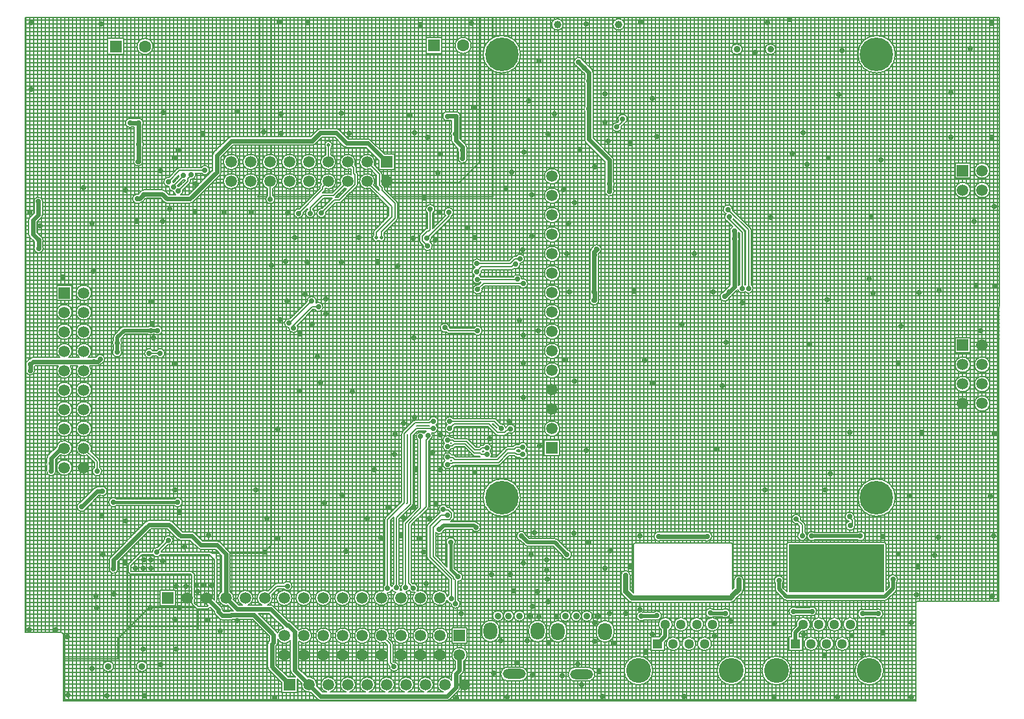
<source format=gbl>
G04*
G04 #@! TF.GenerationSoftware,Altium Limited,Altium NEXUS,2.0.14 (187)*
G04*
G04 Layer_Physical_Order=2*
G04 Layer_Color=16711680*
%FSLAX44Y44*%
%MOMM*%
G71*
G01*
G75*
%ADD13C,0.2000*%
%ADD17C,0.2032*%
%ADD67C,4.4000*%
%ADD75C,0.6000*%
%ADD76C,0.4000*%
%ADD77C,0.5000*%
%ADD79C,0.7000*%
%ADD80C,1.5000*%
%ADD81R,1.5000X1.5000*%
%ADD82R,1.5000X1.5000*%
%ADD83C,1.3000*%
%ADD84R,1.3000X1.3000*%
%ADD85C,3.2500*%
%ADD86O,3.0000X1.3000*%
%ADD87C,0.9000*%
%ADD88O,1.8000X2.3000*%
%ADD89R,1.6000X1.6000*%
%ADD90C,1.6000*%
%ADD91C,0.7000*%
%ADD92C,0.5000*%
%ADD93C,1.0000*%
G36*
X1001218Y145250D02*
X1125500Y145250D01*
Y208242D01*
X1001218Y208242D01*
Y145250D01*
D02*
G37*
D13*
X921500Y646250D02*
X948500Y619250D01*
Y542750D02*
Y619250D01*
X923250Y633500D02*
Y636250D01*
Y633500D02*
X940250Y616500D01*
Y543000D02*
Y616500D01*
X432250Y693750D02*
Y700700D01*
X424550Y708400D02*
X432250Y700700D01*
Y693750D02*
X434050Y691950D01*
Y679065D02*
Y691950D01*
X413485Y658500D02*
X434050Y679065D01*
X407250Y658500D02*
X413485D01*
X390249Y641499D02*
X407250Y658500D01*
X391725Y672590D02*
Y675575D01*
X360250Y641115D02*
X391725Y672590D01*
Y675575D02*
X399150Y683000D01*
X391705Y664500D02*
X406050D01*
X424550Y683000D01*
X375500Y648295D02*
X391705Y664500D01*
X375500Y641250D02*
Y648295D01*
X547000Y240750D02*
X557278D01*
X536250Y230000D02*
X547000Y240750D01*
X536250Y192000D02*
Y230000D01*
Y192000D02*
X563000Y165250D01*
X532000Y231750D02*
X546500Y246250D01*
X532000Y190996D02*
Y231750D01*
Y190996D02*
X560000Y162996D01*
X546500Y246250D02*
X555000D01*
X323225Y660025D02*
X323500Y659750D01*
X323225Y660025D02*
Y682725D01*
X322950Y683000D02*
X323225Y682725D01*
X399350Y730550D02*
X399550Y730750D01*
X399350Y708600D02*
Y730550D01*
X399150Y708400D02*
X399350Y708600D01*
X449950Y681800D02*
X482000Y649750D01*
X449950Y681800D02*
Y683000D01*
X482000Y636500D02*
Y649750D01*
X462000Y616500D02*
X482000Y636500D01*
X486250Y635000D02*
Y654000D01*
X468500Y617250D02*
X486250Y635000D01*
X469250Y671000D02*
X486250Y654000D01*
X468500Y609440D02*
Y617250D01*
X462000Y609440D02*
Y616500D01*
X465850Y677900D02*
Y692500D01*
Y677900D02*
X469250Y674500D01*
X449950Y708400D02*
X465850Y692500D01*
X469250Y671000D02*
Y674500D01*
X556750Y642500D02*
Y644250D01*
Y637272D02*
Y642500D01*
X527728Y608250D02*
X556750Y637272D01*
X560500Y243972D02*
Y248528D01*
X555735Y253293D02*
X560500Y248528D01*
X550457Y253293D02*
X555735D01*
X549500Y254250D02*
X550457Y253293D01*
X557278Y240750D02*
X560500Y243972D01*
X560000Y137000D02*
Y162996D01*
X563000Y163722D02*
Y165250D01*
Y163722D02*
X565500Y161222D01*
Y130500D02*
Y161222D01*
X634500Y359250D02*
X637500D01*
X629500Y354250D02*
X634500Y359250D01*
X620500Y354250D02*
X629500D01*
X609000Y365750D02*
X620500Y354250D01*
X564000Y365750D02*
X609000D01*
X558000Y359750D02*
X564000Y365750D01*
X558000Y369250D02*
X615750D01*
X625250Y359750D01*
X534000Y369250D02*
X536750D01*
X531750Y367000D02*
X534000Y369250D01*
X513000Y367000D02*
X531750D01*
X498750Y352750D02*
X513000Y367000D01*
X498750Y262750D02*
Y352750D01*
X476750Y240750D02*
X498750Y262750D01*
X476750Y150500D02*
Y240750D01*
X488000Y242500D02*
X506500Y261000D01*
X488000Y151250D02*
Y242500D01*
X506500Y261000D02*
Y351750D01*
X514500Y359750D02*
X536250D01*
X506500Y351750D02*
X514500Y359750D01*
X532500Y620000D02*
Y646500D01*
X530500Y618000D02*
X532500Y620000D01*
X528750Y618000D02*
X530500D01*
X522228Y611478D02*
X528750Y618000D01*
X522228Y605272D02*
Y611478D01*
Y605272D02*
X529250Y598250D01*
X529500Y347250D02*
Y350750D01*
X527000Y344750D02*
X529500Y347250D01*
X527000Y257500D02*
Y344750D01*
X504500Y235000D02*
X527000Y257500D01*
X504500Y157000D02*
Y235000D01*
Y157000D02*
X510500Y151000D01*
X500000Y151500D02*
Y235250D01*
X520000Y255250D01*
Y349250D01*
X316250Y138000D02*
X331750Y153500D01*
X345750D01*
X602250Y549250D02*
X654000D01*
X594500Y541500D02*
X602250Y549250D01*
X646000Y554750D02*
X646250Y555000D01*
X593750Y554750D02*
X646000D01*
X642750Y574500D02*
X644000D01*
X639250Y571000D02*
X642750Y574500D01*
X599250Y571000D02*
X639250D01*
X593250Y565000D02*
X599250Y571000D01*
X643250Y581750D02*
X649750D01*
X637250Y575750D02*
X643250Y581750D01*
X593500Y575750D02*
X637250D01*
X175000Y198000D02*
Y198250D01*
X190250Y213500D01*
X79650Y333900D02*
X97000Y316550D01*
Y303750D02*
Y316550D01*
X353750Y491000D02*
Y494500D01*
X378000Y518750D01*
X386250D01*
X347750Y497500D02*
X348500D01*
X377500Y526500D01*
X1081400Y232000D02*
X1084500Y235100D01*
X1080750Y243000D02*
Y244250D01*
Y243000D02*
X1084500Y239250D01*
Y235100D02*
Y239250D01*
X1018750Y219250D02*
Y233500D01*
X1011000Y241250D02*
X1018750Y233500D01*
X621907Y315250D02*
X634250Y327593D01*
X562843Y315250D02*
X621907D01*
X562797Y315297D02*
X562843Y315250D01*
X561207Y313707D02*
X562797Y315297D01*
X620250Y319250D02*
X630250Y329250D01*
X564500Y319250D02*
X620250D01*
X562000Y321750D02*
X564500Y319250D01*
X599500Y325750D02*
X606750D01*
X598000Y327250D02*
X599500Y325750D01*
X600250Y334250D02*
X606500D01*
X597750Y331750D02*
X600250Y334250D01*
X590250Y327250D02*
X598000D01*
X591124Y331750D02*
X597750D01*
X645750Y325500D02*
X653750D01*
X645750Y325500D02*
Y325500D01*
X643500Y327750D02*
X645750Y325500D01*
X634250Y327593D02*
Y327750D01*
X632750Y331750D02*
X633250Y332250D01*
X632593Y331750D02*
X632750D01*
X630250Y329407D02*
X632593Y331750D01*
X630250Y329250D02*
Y329407D01*
X645250Y335250D02*
X653500D01*
X642250Y332250D02*
X645250Y335250D01*
X634250Y327750D02*
X643500D01*
X633250Y332250D02*
X642250D01*
X579874Y343000D02*
X591124Y331750D01*
X578250Y339250D02*
X590250Y327250D01*
X564000Y339250D02*
X578250D01*
X563250Y343000D02*
X579874D01*
X555000Y336000D02*
X555750Y336750D01*
X561500D02*
X564000Y339250D01*
X555750Y336750D02*
X561500D01*
X561750Y344500D02*
X563250Y343000D01*
X555000Y344500D02*
X561750D01*
X555250Y312750D02*
X556207Y313707D01*
X561207D01*
X556000Y321750D02*
X562000D01*
X555500Y322250D02*
X556000Y321750D01*
X179562Y457938D02*
X179625Y457875D01*
X165063Y457938D02*
X179562D01*
X165000Y458000D02*
X165063Y457938D01*
X469150Y88650D02*
X480250Y77550D01*
Y53000D02*
Y77550D01*
Y53000D02*
X485250Y48000D01*
X783043Y763793D02*
X784000Y764750D01*
X783043Y760543D02*
Y763793D01*
X776500Y754000D02*
X783043Y760543D01*
X556692Y487500D02*
X594500D01*
X552692Y491500D02*
X556692Y487500D01*
X551500Y491500D02*
X552692D01*
X237750Y697250D02*
X238000Y697500D01*
X204750Y697250D02*
X237750D01*
X190000Y682500D02*
X204750Y697250D01*
X215404Y682904D02*
Y686904D01*
X203000Y670500D02*
X215404Y682904D01*
Y686904D02*
X220000Y691500D01*
X209500Y689625D02*
Y690750D01*
X196750Y676875D02*
X209500Y689625D01*
X196750Y675750D02*
Y676875D01*
D17*
X1264016Y697001D02*
G03*
X1264016Y697001I-10016J0D01*
G01*
X1140516Y849250D02*
G03*
X1140516Y849250I-24516J0D01*
G01*
D02*
G03*
X1140516Y849250I-24516J0D01*
G01*
X1264016Y671601D02*
G03*
X1264016Y671601I-10016J0D01*
G01*
X1238616D02*
G03*
X1238616Y671601I-10016J0D01*
G01*
X984266Y855750D02*
G03*
X984266Y855750I-7016J0D01*
G01*
D02*
G03*
X984266Y855750I-7016J0D01*
G01*
X940266D02*
G03*
X940266Y855750I-7016J0D01*
G01*
D02*
G03*
X940266Y855750I-7016J0D01*
G01*
X952016Y619250D02*
G03*
X950981Y621742I-3516J0D01*
G01*
X952016Y619250D02*
G03*
X950986Y621736I-3516J0D01*
G01*
X927438Y645284D02*
G03*
X927516Y646250I-5938J966D01*
G01*
D02*
G03*
X919194Y640693I-6016J0D01*
G01*
X928467Y633255D02*
G03*
X928814Y633963I-5217J2995D01*
G01*
X943766Y616500D02*
G03*
X942730Y618992I-3516J0D01*
G01*
X943766Y616500D02*
G03*
X942736Y618986I-3516J0D01*
G01*
X928077Y623700D02*
G03*
X924484Y615599I1923J-5701D01*
G01*
X1264016Y443151D02*
G03*
X1264016Y443151I-10016J0D01*
G01*
X1264016Y417751D02*
G03*
X1264016Y417751I-10016J0D01*
G01*
X1238616Y443151D02*
G03*
X1238616Y443151I-10016J0D01*
G01*
Y417751D02*
G03*
X1238616Y417751I-10016J0D01*
G01*
X1264016Y392351D02*
G03*
X1264016Y392351I-10016J0D01*
G01*
X1140516Y269250D02*
G03*
X1140516Y269250I-24516J0D01*
G01*
D02*
G03*
X1140516Y269250I-24516J0D01*
G01*
X1100766Y218800D02*
G03*
X1091429Y223816I-6016J0D01*
G01*
X1088016Y239250D02*
G03*
X1086981Y241742I-3516J0D01*
G01*
X1088016Y239250D02*
G03*
X1086986Y241736I-3516J0D01*
G01*
X1086436Y242286D02*
G03*
X1086766Y244250I-5686J1964D01*
G01*
D02*
G03*
X1079888Y238296I-6016J0D01*
G01*
D02*
G03*
X1087516Y232500I1612J-5796D01*
G01*
X1022266Y233500D02*
G03*
X1021236Y235986I-3516J0D01*
G01*
X1016938Y240284D02*
G03*
X1017016Y241250I-5938J966D01*
G01*
X1022266Y233500D02*
G03*
X1021230Y235992I-3516J0D01*
G01*
X1087473Y233222D02*
G03*
X1088016Y235100I-2973J1878D01*
G01*
X1087473Y233222D02*
G03*
X1088016Y235100I-2973J1878D01*
G01*
X1024766Y219250D02*
G03*
X1022266Y224132I-6016J0D01*
G01*
X936016Y607500D02*
G03*
X935516Y609901I-6016J0D01*
G01*
Y605099D02*
G03*
X936016Y607500I-5516J2401D01*
G01*
X944508Y547250D02*
G03*
X943766Y547882I-4258J-4250D01*
G01*
X936734D02*
G03*
X935516Y546712I3516J-4882D01*
G01*
X954516Y542750D02*
G03*
X952016Y547632I-6016J0D01*
G01*
X934386Y541655D02*
G03*
X944242Y538500I5864J1345D01*
G01*
D02*
G03*
X954516Y542750I4258J4250D01*
G01*
X925953Y533152D02*
G03*
X929348Y536548I-2202J5598D01*
G01*
X1017016Y241250D02*
G03*
X1011966Y235312I-6016J0D01*
G01*
X790016Y764750D02*
G03*
X778973Y761445I-6016J0D01*
G01*
X786286Y759185D02*
G03*
X790016Y764750I-2287J5565D01*
G01*
X786266Y888250D02*
G03*
X786266Y888250I-7516J0D01*
G01*
D02*
G03*
X786266Y888250I-7516J0D01*
G01*
X785529Y758057D02*
G03*
X786286Y759185I-2486J2486D01*
G01*
X785524Y758051D02*
G03*
X786286Y759185I-2481J2492D01*
G01*
X782516Y754000D02*
G03*
X782438Y754966I-6016J0D01*
G01*
X772250Y677099D02*
G03*
X772750Y679500I-5516J2401D01*
G01*
X777466Y759938D02*
G03*
X782516Y754000I-966J-5938D01*
G01*
X772250Y711016D02*
G03*
X770634Y714916I-5516J0D01*
G01*
X772250Y711016D02*
G03*
X770634Y714916I-5516J0D01*
G01*
X772750Y679500D02*
G03*
X772250Y681901I-6016J0D01*
G01*
X745266Y825750D02*
G03*
X743650Y829650I-5516J0D01*
G01*
X745266Y825750D02*
G03*
X743650Y829650I-5516J0D01*
G01*
X745766Y814000D02*
G03*
X745266Y816401I-6016J0D01*
G01*
Y811599D02*
G03*
X745766Y814000I-5516J2401D01*
G01*
X745266Y775849D02*
G03*
X745766Y778250I-5516J2401D01*
G01*
X761218Y681901D02*
G03*
X761218Y677099I5516J-2401D01*
G01*
X745766Y778250D02*
G03*
X745266Y780651I-6016J0D01*
G01*
X924484Y609901D02*
G03*
X924484Y605099I5516J-2401D01*
G01*
X919194Y640693D02*
G03*
X921174Y630603I4056J-4443D01*
G01*
X772750Y669750D02*
G03*
X772250Y672151I-6016J0D01*
G01*
X761218D02*
G03*
X772750Y669750I5516J-2401D01*
G01*
X753176Y599016D02*
G03*
X744107Y595759I-3317J-5019D01*
G01*
X755915Y594250D02*
G03*
X753176Y599016I-5516J0D01*
G01*
X755840Y593340D02*
G03*
X755915Y594250I-5440J910D01*
G01*
X752582Y588632D02*
G03*
X755840Y593340I-2722J5365D01*
G01*
X753016Y586250D02*
G03*
X752542Y588592I-6016J0D01*
G01*
X752266Y583341D02*
G03*
X753016Y586250I-5266J2909D01*
G01*
X742850Y594501D02*
G03*
X741234Y590601I3900J-3900D01*
G01*
X742850Y594501D02*
G03*
X741234Y590601I3900J-3900D01*
G01*
Y587966D02*
G03*
X741234Y584534I5766J-1716D01*
G01*
X739348Y833952D02*
G03*
X735952Y837348I-5598J-2202D01*
G01*
X732098Y841202D02*
G03*
X724298Y833402I-5598J-2202D01*
G01*
X728152Y829548D02*
G03*
X731548Y826152I5598J2202D01*
G01*
X734234Y738000D02*
G03*
X735850Y734100I5516J0D01*
G01*
X734234Y738000D02*
G03*
X735850Y734100I5516J0D01*
G01*
X734234Y780651D02*
G03*
X734234Y775849I5516J-2401D01*
G01*
Y816401D02*
G03*
X734234Y811599I5516J-2401D01*
G01*
X706266Y888250D02*
G03*
X706266Y888250I-7516J0D01*
G01*
D02*
G03*
X706266Y888250I-7516J0D01*
G01*
X701766Y689700D02*
G03*
X701766Y689700I-10016J0D01*
G01*
Y664300D02*
G03*
X701766Y664300I-10016J0D01*
G01*
Y638900D02*
G03*
X701766Y638900I-10016J0D01*
G01*
Y613500D02*
G03*
X701766Y613500I-10016J0D01*
G01*
Y588100D02*
G03*
X701766Y588100I-10016J0D01*
G01*
X643250Y585266D02*
G03*
X640764Y584236I0J-3516D01*
G01*
X643250Y585266D02*
G03*
X640758Y584230I0J-3516D01*
G01*
X655766Y581750D02*
G03*
X644868Y585266I-6016J0D01*
G01*
X921548Y544348D02*
G03*
X918152Y540952I2202J-5598D01*
G01*
X752457Y536348D02*
G03*
X752766Y538250I-5707J1902D01*
G01*
D02*
G03*
X752266Y540651I-6016J0D01*
G01*
X741234D02*
G03*
X741425Y535450I5516J-2401D01*
G01*
X649888Y575736D02*
G03*
X655766Y581750I-138J6014D01*
G01*
X701766Y562700D02*
G03*
X701766Y562700I-10016J0D01*
G01*
X660016Y549250D02*
G03*
X652266Y555011I-6016J0D01*
G01*
X701766Y537300D02*
G03*
X701766Y537300I-10016J0D01*
G01*
X915048Y537848D02*
G03*
X922848Y530048I2202J-5598D01*
G01*
X752766Y527175D02*
G03*
X752457Y529077I-6016J0D01*
G01*
X741425Y529975D02*
G03*
X752766Y527175I5325J-2800D01*
G01*
X701766Y511900D02*
G03*
X701766Y511900I-10016J0D01*
G01*
Y486500D02*
G03*
X701766Y486500I-10016J0D01*
G01*
Y461100D02*
G03*
X701766Y461100I-10016J0D01*
G01*
Y435700D02*
G03*
X701766Y435700I-10016J0D01*
G01*
Y359500D02*
G03*
X701766Y359500I-10016J0D01*
G01*
X657147Y330465D02*
G03*
X659516Y335250I-3647J4785D01*
G01*
X659766Y325500D02*
G03*
X657147Y330465I-6016J0D01*
G01*
X650016Y574500D02*
G03*
X649888Y575736I-6016J0D01*
G01*
X649118Y545734D02*
G03*
X660016Y549250I4882J3516D01*
G01*
X642036Y568814D02*
G03*
X650016Y574500I1964J5686D01*
G01*
X639250Y567484D02*
G03*
X641742Y568520I0J3516D01*
G01*
X639250Y567484D02*
G03*
X641736Y568514I0J3516D01*
G01*
X652266Y555011D02*
G03*
X641198Y558266I-6016J-11D01*
G01*
X645250Y338766D02*
G03*
X642764Y337736I0J-3516D01*
G01*
X645250Y338766D02*
G03*
X642758Y337730I0J-3516D01*
G01*
X643516Y359250D02*
G03*
X632028Y361751I-6016J0D01*
G01*
X634348Y354126D02*
G03*
X643516Y359250I3152J5124D01*
G01*
X618242Y371730D02*
G03*
X615750Y372766I-2492J-2481D01*
G01*
X618236Y371736D02*
G03*
X615750Y372766I-2486J-2486D01*
G01*
X631159Y360881D02*
G03*
X624284Y365688I-5909J-1131D01*
G01*
X629500Y350734D02*
G03*
X631992Y351769I0J3516D01*
G01*
X629500Y350734D02*
G03*
X631986Y351764I0J3516D01*
G01*
X618008Y351769D02*
G03*
X620500Y350734I2492J2481D01*
G01*
X618014Y351764D02*
G03*
X620500Y350734I2486J2486D01*
G01*
X659516Y335250D02*
G03*
X648618Y338766I-6016J0D01*
G01*
Y331734D02*
G03*
X650103Y330285I4882J3516D01*
G01*
D02*
G03*
X648868Y329016I3647J-4785D01*
G01*
Y321984D02*
G03*
X659766Y325500I4882J3516D01*
G01*
X633250Y335766D02*
G03*
X630807Y334778I0J-3516D01*
G01*
X643264Y323014D02*
G03*
X645763Y321984I2486J2486D01*
G01*
X643264Y323014D02*
G03*
X645750Y321984I2486J2486D01*
G01*
X643258Y323019D02*
G03*
X645763Y321984I2492J2481D01*
G01*
X633250Y335766D02*
G03*
X630807Y334778I0J-3516D01*
G01*
D02*
G03*
X630107Y334236I1787J-3028D01*
G01*
X630807Y334778D02*
G03*
X630101Y334230I1787J-3028D01*
G01*
X627764Y331893D02*
G03*
X627223Y331195I2486J-2486D01*
G01*
X627770Y331899D02*
G03*
X627223Y331195I2481J-2492D01*
G01*
X610879Y330125D02*
G03*
X612516Y334250I-4379J4125D01*
G01*
X621907Y311734D02*
G03*
X624399Y312770I0J3516D01*
G01*
X621907Y311734D02*
G03*
X624393Y312764I0J3516D01*
G01*
X612766Y325750D02*
G03*
X610879Y330125I-6016J0D01*
G01*
X611974Y322766D02*
G03*
X612766Y325750I-5224J2984D01*
G01*
X1142266Y158928D02*
G03*
X1143266Y162250I-5016J3322D01*
G01*
D02*
G03*
X1132234Y158928I-6016J0D01*
G01*
X1091429Y213784D02*
G03*
X1100766Y218800I3322J5016D01*
G01*
X1140788Y146694D02*
G03*
X1142266Y150250I-3538J3556D01*
G01*
X1140797Y146703D02*
G03*
X1142266Y150250I-3547J3547D01*
G01*
X1126750Y134734D02*
G03*
X1130306Y136212I0J5016D01*
G01*
X1126750Y134734D02*
G03*
X1130297Y136203I0J5016D01*
G01*
X1034572Y223816D02*
G03*
X1034572Y213784I-3322J-5016D01*
G01*
X1015234Y224132D02*
G03*
X1024766Y219250I3516J-4882D01*
G01*
X941766Y161250D02*
G03*
X929734Y161232I-6016J0D01*
G01*
X941766Y161250D02*
G03*
X929734Y161250I-6016J0D01*
G01*
X994266Y161000D02*
G03*
X983234Y157678I-6016J0D01*
G01*
X993266D02*
G03*
X994266Y161000I-5016J3322D01*
G01*
X983234Y149750D02*
G03*
X984703Y146203I5016J0D01*
G01*
X983234Y149750D02*
G03*
X984712Y146194I5016J0D01*
G01*
X994694Y136212D02*
G03*
X998250Y134734I3556J3538D01*
G01*
X994703Y136203D02*
G03*
X998250Y134734I3547J3547D01*
G01*
X940004Y144996D02*
G03*
X941766Y149250I-4254J4254D01*
G01*
X939997Y144989D02*
G03*
X941766Y149250I-4247J4261D01*
G01*
X933895Y138382D02*
G03*
X935086Y140078I-4254J4254D01*
G01*
X933888Y138375D02*
G03*
X935086Y140078I-4247J4261D01*
G01*
X1170000Y133516D02*
G03*
X1166984Y130500I0J-3016D01*
G01*
X1170000Y133516D02*
G03*
X1166984Y130500I0J-3016D01*
G01*
X1124266Y117250D02*
G03*
X1114929Y122266I-6016J0D01*
G01*
X1100822D02*
G03*
X1100822Y112234I-3322J-5016D01*
G01*
X1114929D02*
G03*
X1124266Y117250I3322J5016D01*
G01*
X1090416Y103400D02*
G03*
X1090416Y103400I-9016J0D01*
G01*
X1070016D02*
G03*
X1070016Y103400I-9016J0D01*
G01*
X1049616D02*
G03*
X1049616Y103400I-9016J0D01*
G01*
X1125266Y43000D02*
G03*
X1125266Y43000I-18766J0D01*
G01*
D02*
G03*
X1125266Y43000I-18766J0D01*
G01*
X1080216Y78000D02*
G03*
X1080216Y78000I-9016J0D01*
G01*
X1059816D02*
G03*
X1059816Y78000I-9016J0D01*
G01*
X1037516Y120450D02*
G03*
X1028032Y125366I-6016J0D01*
G01*
X1028335Y115334D02*
G03*
X1037516Y120450I3165J5116D01*
G01*
X1029216Y103400D02*
G03*
X1011356Y101649I-9016J0D01*
G01*
X1018449Y94556D02*
G03*
X1029216Y103400I1751J8844D01*
G01*
X925005Y131984D02*
G03*
X929266Y133753I0J6016D01*
G01*
X925005Y131984D02*
G03*
X929259Y133746I0J6016D01*
G01*
X1010665Y125366D02*
G03*
X1010968Y115334I-3165J-5116D01*
G01*
X924516Y118000D02*
G03*
X915179Y123016I-6016J0D01*
G01*
Y112984D02*
G03*
X924516Y118000I3322J5016D01*
G01*
X1006462Y96756D02*
G03*
X1004984Y93200I3538J-3556D01*
G01*
X1006453Y96747D02*
G03*
X1004984Y93200I3547J-3547D01*
G01*
X1039416Y78000D02*
G03*
X1039416Y78000I-9016J0D01*
G01*
X1003666Y43000D02*
G03*
X1003666Y43000I-18766J0D01*
G01*
D02*
G03*
X1003666Y43000I-18766J0D01*
G01*
X945016Y43001D02*
G03*
X945016Y43001I-18766J0D01*
G01*
D02*
G03*
X945016Y43001I-18766J0D01*
G01*
X900516Y218552D02*
G03*
X892099Y224067I-6016J0D01*
G01*
Y213036D02*
G03*
X900516Y218552I2401J5516D01*
G01*
X833401Y224067D02*
G03*
X833401Y213036I-2401J-5516D01*
G01*
X792246Y133746D02*
G03*
X796500Y131984I4254J4254D01*
G01*
X792239Y133753D02*
G03*
X796500Y131984I4261J4247D01*
G01*
X902171Y123016D02*
G03*
X901409Y112984I-3671J-4766D01*
G01*
X910166Y103401D02*
G03*
X910166Y103401I-9016J0D01*
G01*
X869366D02*
G03*
X869366Y103401I-9016J0D01*
G01*
X889766D02*
G03*
X889766Y103401I-9016J0D01*
G01*
X834766Y114750D02*
G03*
X824913Y119383I-6016J0D01*
G01*
X826095Y109351D02*
G03*
X834766Y114750I2655J5399D01*
G01*
X848966Y103401D02*
G03*
X834934Y95910I-9016J0D01*
G01*
X819617Y119383D02*
G03*
X817733Y119016I0J-5016D01*
G01*
X819617Y119383D02*
G03*
X817733Y119016I0J-5016D01*
G01*
X811572D02*
G03*
X811572Y108984I-3322J-5016D01*
G01*
X793766Y167750D02*
G03*
X781734Y167733I-6016J0D01*
G01*
X793766Y167750D02*
G03*
X781734Y167750I-6016J0D01*
G01*
Y146750D02*
G03*
X783503Y142489I6016J0D01*
G01*
X781734Y146750D02*
G03*
X783496Y142496I6016J0D01*
G01*
X717266Y194750D02*
G03*
X712448Y200646I-6016J0D01*
G01*
X705355Y193552D02*
G03*
X717266Y194750I5896J1198D01*
G01*
X699047Y214047D02*
G03*
X695500Y215516I-3547J-3547D01*
G01*
X699056Y214038D02*
G03*
X695500Y215516I-3556J-3538D01*
G01*
X657395Y220198D02*
G03*
X650302Y213104I-5896J-1198D01*
G01*
X656444Y206962D02*
G03*
X660000Y205484I3556J3538D01*
G01*
X656453Y206953D02*
G03*
X660000Y205484I3547J3547D01*
G01*
X744266Y114251D02*
G03*
X730250Y114725I-7016J0D01*
G01*
X716250Y114725D02*
G03*
X716250Y113778I-7000J-474D01*
G01*
X730250Y113778D02*
G03*
X744266Y114251I7000J474D01*
G01*
X730250Y114725D02*
G03*
X716250Y114725I-7000J-474D01*
G01*
Y113778D02*
G03*
X730250Y113778I7000J474D01*
G01*
X656016Y114501D02*
G03*
X642000Y114975I-7016J0D01*
G01*
Y114028D02*
G03*
X656016Y114501I7000J474D01*
G01*
X642000Y114975D02*
G03*
X628000Y114975I-7000J-474D01*
G01*
Y114028D02*
G03*
X642000Y114028I7000J474D01*
G01*
X628000Y114975D02*
G03*
X628000Y114028I-7000J-474D01*
G01*
X844966Y95910D02*
G03*
X848966Y103401I-5016J7492D01*
G01*
X819250Y108984D02*
G03*
X821134Y109351I0J5016D01*
G01*
X819250Y108984D02*
G03*
X821134Y109351I0J5016D01*
G01*
X843497Y84655D02*
G03*
X844966Y88201I-3547J3547D01*
G01*
X843488Y84646D02*
G03*
X844966Y88201I-3538J3556D01*
G01*
X899966Y78001D02*
G03*
X899966Y78001I-9016J0D01*
G01*
X879566D02*
G03*
X879566Y78001I-9016J0D01*
G01*
X859166D02*
G03*
X859166Y78001I-9016J0D01*
G01*
X823416Y43001D02*
G03*
X823416Y43001I-18766J0D01*
G01*
D02*
G03*
X823416Y43001I-18766J0D01*
G01*
X772566Y96751D02*
G03*
X749534Y96751I-11516J0D01*
G01*
X710966D02*
G03*
X687934Y96751I-11516J0D01*
G01*
X749534Y91751D02*
G03*
X772566Y91751I11516J0D01*
G01*
X687934D02*
G03*
X710966Y91751I11516J0D01*
G01*
X684316Y97001D02*
G03*
X661284Y97001I-11516J0D01*
G01*
Y92001D02*
G03*
X684316Y92001I11516J0D01*
G01*
X747766Y38251D02*
G03*
X738750Y47267I-9016J0D01*
G01*
Y29235D02*
G03*
X747766Y38251I0J9016D01*
G01*
X721750Y47267D02*
G03*
X721750Y29235I0J-9016D01*
G01*
X659516Y38501D02*
G03*
X650500Y47517I-9016J0D01*
G01*
Y29485D02*
G03*
X659516Y38501I0J9016D01*
G01*
X633500Y47517D02*
G03*
X633500Y29485I0J-9016D01*
G01*
X650516Y849250D02*
G03*
X650516Y849250I-24516J0D01*
G01*
D02*
G03*
X650516Y849250I-24516J0D01*
G01*
X596637Y560028D02*
G03*
X599266Y565000I-3387J4972D01*
G01*
X595466Y547438D02*
G03*
X600516Y541500I-966J-5938D01*
G01*
D02*
G03*
X600438Y542466I-6016J0D01*
G01*
X600516Y487500D02*
G03*
X589618Y491016I-6016J0D01*
G01*
Y483984D02*
G03*
X600516Y487500I4882J3516D01*
G01*
X599266Y565000D02*
G03*
X599188Y565966I-6016J0D01*
G01*
X598632Y558266D02*
G03*
X596637Y560028I-4882J-3516D01*
G01*
X598382Y579266D02*
G03*
X590676Y570438I-4882J-3516D01*
G01*
Y570438D02*
G03*
X590363Y559722I2574J-5438D01*
G01*
Y559722D02*
G03*
X598632Y551234I3387J-4972D01*
G01*
X560266Y637618D02*
G03*
X562766Y642500I-3516J4882D01*
G01*
D02*
G03*
X552626Y638120I-6016J0D01*
G01*
X536016Y641618D02*
G03*
X538516Y646500I-3516J4882D01*
G01*
D02*
G03*
X528984Y641618I-6016J0D01*
G01*
X559236Y634786D02*
G03*
X560266Y637272I-2486J2486D01*
G01*
X559230Y634781D02*
G03*
X560266Y637272I-2481J2492D01*
G01*
X533744Y608250D02*
G03*
X533666Y609216I-6016J0D01*
G01*
X535266Y598250D02*
G03*
X531710Y603740I-6016J0D01*
G01*
X523312Y599216D02*
G03*
X535266Y598250I5938J-966D01*
G01*
X531710Y603740D02*
G03*
X533744Y608250I-3982J4510D01*
G01*
X554201Y485019D02*
G03*
X556692Y483984I2492J2481D01*
G01*
X554206Y485014D02*
G03*
X556692Y483984I2486J2486D01*
G01*
X557514Y491651D02*
G03*
X553421Y485799I-6014J-151D01*
G01*
X612516Y334250D02*
G03*
X601618Y337766I-6016J0D01*
G01*
X601656Y330683D02*
G03*
X602371Y329875I4845J3567D01*
G01*
D02*
G03*
X601868Y329266I4379J-4125D01*
G01*
X600250Y337766D02*
G03*
X597764Y336736I0J-3516D01*
G01*
X600250Y337766D02*
G03*
X597758Y336730I0J-3516D01*
G01*
X582360Y345486D02*
G03*
X579874Y346516I-2486J-2486D01*
G01*
X564016Y359750D02*
G03*
X563938Y360716I-6016J0D01*
G01*
X564242Y346981D02*
G03*
X561750Y348016I-2492J-2481D01*
G01*
X564236Y346986D02*
G03*
X561750Y348016I-2486J-2486D01*
G01*
X582366Y345480D02*
G03*
X579874Y346516I-2492J-2481D01*
G01*
X561500Y333234D02*
G03*
X563992Y334269I0J3516D01*
G01*
X561500Y333234D02*
G03*
X563986Y334264I0J3516D01*
G01*
X564486Y324236D02*
G03*
X562000Y325266I-2486J-2486D01*
G01*
X564492Y324230D02*
G03*
X562000Y325266I-2492J-2481D01*
G01*
X597014Y323264D02*
G03*
X597640Y322766I2486J2486D01*
G01*
X650516Y269250D02*
G03*
X650516Y269250I-24516J0D01*
G01*
D02*
G03*
X650516Y269250I-24516J0D01*
G01*
X597008Y323270D02*
G03*
X597640Y322766I2492J2481D01*
G01*
X593306Y236538D02*
G03*
X589750Y238016I-3556J-3538D01*
G01*
X593297Y236547D02*
G03*
X589750Y238016I-3547J-3547D01*
G01*
X598266Y230500D02*
G03*
X593448Y236395I-6016J0D01*
G01*
X586785Y227984D02*
G03*
X598266Y230500I5465J2516D01*
G01*
X587758Y324770D02*
G03*
X590250Y323734I2492J2481D01*
G01*
X587764Y324764D02*
G03*
X590250Y323734I2486J2486D01*
G01*
X564016Y248528D02*
G03*
X562980Y251020I-3516J0D01*
G01*
X564016Y248528D02*
G03*
X562986Y251014I-3516J0D01*
G01*
X563766Y207025D02*
G03*
X565266Y211000I-4516J3975D01*
G01*
X562986Y241486D02*
G03*
X564016Y243972I-2486J2486D01*
G01*
X561207Y310191D02*
G03*
X563699Y311226I0J3516D01*
G01*
X561207Y310191D02*
G03*
X563693Y311220I0J3516D01*
G01*
X562980Y241480D02*
G03*
X564016Y243972I-2481J2492D01*
G01*
X559063Y317403D02*
G03*
X559979Y318234I-3564J4847D01*
G01*
X554308Y364500D02*
G03*
X564016Y359750I3692J-4750D01*
G01*
X562882Y372766D02*
G03*
X554308Y364500I-4882J-3516D01*
G01*
X550742Y340250D02*
G03*
X560342Y333234I4258J-4250D01*
G01*
X560705Y325266D02*
G03*
X551687Y317597I-5205J-3016D01*
G01*
X559882Y348016D02*
G03*
X550742Y340250I-4882J-3516D01*
G01*
X542766Y369250D02*
G03*
X531104Y371326I-6016J0D01*
G01*
X540178Y364306D02*
G03*
X542766Y369250I-3428J4944D01*
G01*
X542266Y359750D02*
G03*
X540178Y364306I-6016J0D01*
G01*
X534582Y353970D02*
G03*
X542266Y359750I1668J5780D01*
G01*
X535516Y350750D02*
G03*
X534582Y353970I-6016J0D01*
G01*
X532603Y345596D02*
G03*
X535516Y350750I-3103J5154D01*
G01*
X559274Y340266D02*
G03*
X559882Y340984I-4274J4234D01*
G01*
X551687Y317597D02*
G03*
X560695Y310191I3564J-4847D01*
G01*
X558227Y255774D02*
G03*
X555735Y256809I-2492J-2481D01*
G01*
X558221Y255779D02*
G03*
X555735Y256809I-2486J-2486D01*
G01*
X565266Y211000D02*
G03*
X554734Y207025I-6016J0D01*
G01*
X554944Y256809D02*
G03*
X545618Y249654I-5444J-2559D01*
G01*
Y249654D02*
G03*
X544014Y248736I882J-3404D01*
G01*
X545618Y249654D02*
G03*
X544008Y248731I882J-3404D01*
G01*
X539766Y223739D02*
G03*
X549965Y225872I4484J4011D01*
G01*
X458663Y678060D02*
G03*
X459812Y681250I-8713J4940D01*
G01*
X440088D02*
G03*
X453238Y673539I9862J1750D01*
G01*
X472766Y674500D02*
G03*
X471730Y676992I-3516J0D01*
G01*
X472766Y674500D02*
G03*
X471736Y676986I-3516J0D01*
G01*
X462334Y677900D02*
G03*
X463369Y675408I3516J0D01*
G01*
X462334Y677900D02*
G03*
X463364Y675414I3516J0D01*
G01*
X414688Y681250D02*
G03*
X415432Y678855I9862J1750D01*
G01*
X436536Y676579D02*
G03*
X437566Y679065I-2486J2486D01*
G01*
X436530Y676573D02*
G03*
X437566Y679065I-2481J2492D01*
G01*
X395241Y673778D02*
G03*
X409012Y681250I3909J9222D01*
G01*
X420405Y673882D02*
G03*
X423102Y673089I4146J9118D01*
G01*
X489766Y654000D02*
G03*
X488731Y656492I-3516J0D01*
G01*
X489766Y654000D02*
G03*
X488736Y656486I-3516J0D01*
G01*
Y632514D02*
G03*
X489766Y635000I-2486J2486D01*
G01*
X488731Y632508D02*
G03*
X489766Y635000I-2481J2492D01*
G01*
X413485Y654984D02*
G03*
X415977Y656020I0J3516D01*
G01*
X413485Y654984D02*
G03*
X415971Y656014I0J3516D01*
G01*
X396265Y641499D02*
G03*
X396187Y642465I-6016J0D01*
G01*
X389288Y681250D02*
G03*
X390032Y678855I9862J1750D01*
G01*
X389245Y678067D02*
G03*
X388209Y675575I2481J-2492D01*
G01*
X389239Y678062D02*
G03*
X388209Y675575I2486J-2486D01*
G01*
X363888Y681250D02*
G03*
X383612Y681250I9862J1750D01*
G01*
X394212Y670104D02*
G03*
X395241Y672590I-2486J2486D01*
G01*
X394206Y670099D02*
G03*
X395241Y672590I-2481J2492D01*
G01*
X326741Y673729D02*
G03*
X332812Y681250I-3791J9271D01*
G01*
X338488D02*
G03*
X358212Y681250I9862J1750D01*
G01*
X313088D02*
G03*
X319709Y673523I9862J1750D01*
G01*
X262288Y681250D02*
G03*
X282012Y681250I9862J1750D01*
G01*
X287688D02*
G03*
X307412Y681250I9862J1750D01*
G01*
X391215Y647437D02*
G03*
X396265Y641499I-966J-5938D01*
G01*
X381516Y641250D02*
G03*
X379016Y646132I-6016J0D01*
G01*
X371984D02*
G03*
X381516Y641250I3516J-4882D01*
G01*
X329516Y659750D02*
G03*
X326741Y664818I-6016J0D01*
G01*
X366266Y641115D02*
G03*
X366188Y642081I-6016J0D01*
G01*
X361216Y647053D02*
G03*
X366266Y641115I-966J-5938D01*
G01*
X319709Y664421D02*
G03*
X329516Y659750I3791J-4671D01*
G01*
X528750Y621516D02*
G03*
X526258Y620480I0J-3516D01*
G01*
X528750Y621516D02*
G03*
X526264Y620486I0J-3516D01*
G01*
X519747Y613969D02*
G03*
X518712Y611478I2481J-2492D01*
G01*
X519742Y613964D02*
G03*
X518712Y611478I2486J-2486D01*
G01*
Y605272D02*
G03*
X519747Y602780I3516J0D01*
G01*
X518712Y605272D02*
G03*
X519742Y602786I3516J0D01*
G01*
X527026Y356234D02*
G03*
X524186Y353571I2474J-5484D01*
G01*
X531981Y344758D02*
G03*
X532603Y345596I-2481J2492D01*
G01*
X531986Y344764D02*
G03*
X532603Y345596I-2486J2486D01*
G01*
X524186Y353571D02*
G03*
X516484Y344368I-4186J-4321D01*
G01*
X513000Y370516D02*
G03*
X510508Y369481I0J-3516D01*
G01*
X513000Y370516D02*
G03*
X510514Y369486I0J-3516D01*
G01*
X496269Y355242D02*
G03*
X495234Y352750I2481J-2492D01*
G01*
X496264Y355236D02*
G03*
X495234Y352750I2486J-2486D01*
G01*
X529486Y255014D02*
G03*
X530516Y257500I-2486J2486D01*
G01*
X529481Y255008D02*
G03*
X530516Y257500I-2481J2492D01*
G01*
X508980Y258508D02*
G03*
X510016Y261000I-2481J2492D01*
G01*
X508986Y258514D02*
G03*
X510016Y261000I-2486J2486D01*
G01*
X529520Y234242D02*
G03*
X528484Y231750I2481J-2492D01*
G01*
X529514Y234236D02*
G03*
X528484Y231750I2486J-2486D01*
G01*
X502042Y261514D02*
G03*
X502266Y262750I-3291J1236D01*
G01*
X502042Y261514D02*
G03*
X502266Y262750I-3291J1236D01*
G01*
X484709Y243736D02*
G03*
X484484Y242500I3291J-1236D01*
G01*
X497514Y237736D02*
G03*
X496484Y235250I2486J-2486D01*
G01*
X497519Y237742D02*
G03*
X496484Y235250I2481J-2492D01*
G01*
X473516Y609440D02*
G03*
X472016Y613018I-5016J0D01*
G01*
X459520Y618992D02*
G03*
X458484Y616500I2481J-2492D01*
G01*
X459514Y618986D02*
G03*
X458484Y616500I2486J-2486D01*
G01*
X465250Y605619D02*
G03*
X473516Y609440I3250J3821D01*
G01*
X458484Y613018D02*
G03*
X465250Y605619I3516J-3577D01*
G01*
X383516Y526500D02*
G03*
X371562Y525534I-6016J0D01*
G01*
X382821Y523693D02*
G03*
X383516Y526500I-5321J2807D01*
G01*
X392266Y518750D02*
G03*
X382821Y523693I-6016J0D01*
G01*
X381368Y515234D02*
G03*
X392266Y518750I4882J3516D01*
G01*
X359766Y491000D02*
G03*
X358676Y494454I-6016J0D01*
G01*
X347753Y491484D02*
G03*
X359766Y491000I5997J-484D01*
G01*
X349332Y503304D02*
G03*
X347753Y491484I-1582J-5804D01*
G01*
X484709Y243736D02*
G03*
X484484Y242500I3291J-1236D01*
G01*
X474264Y243236D02*
G03*
X473234Y240750I2486J-2486D01*
G01*
X474269Y243242D02*
G03*
X473234Y240750I2481J-2492D01*
G01*
X270966Y195300D02*
G03*
X269350Y199200I-5516J0D01*
G01*
X270966Y195300D02*
G03*
X269350Y199200I-5516J0D01*
G01*
X257708Y210843D02*
G03*
X253808Y212458I-3900J-3900D01*
G01*
X257708Y210843D02*
G03*
X253808Y212458I-3900J-3900D01*
G01*
X575016Y165500D02*
G03*
X569383Y171504I-6016J0D01*
G01*
X569016Y159484D02*
G03*
X575016Y165500I-16J6016D01*
G01*
X528484Y190996D02*
G03*
X529514Y188510I3516J0D01*
G01*
X528484Y190996D02*
G03*
X529520Y188504I3516J0D01*
G01*
X516516Y151000D02*
G03*
X509534Y156938I-6016J0D01*
G01*
X554696Y139839D02*
G03*
X554369Y134883I-9846J-1839D01*
G01*
X571516Y130500D02*
G03*
X569016Y135382I-6016J0D01*
G01*
X622716Y97001D02*
G03*
X599684Y97001I-11516J0D01*
G01*
X554369Y134883D02*
G03*
X559505Y131004I5631J2117D01*
G01*
X556484Y141882D02*
G03*
X554696Y139839I3516J-4882D01*
G01*
X559505Y131004D02*
G03*
X571516Y130500I5995J-504D01*
G01*
X514944Y146945D02*
G03*
X516516Y151000I-4444J4055D01*
G01*
X505111Y148326D02*
G03*
X512702Y145401I5389J2674D01*
G01*
X529466Y138000D02*
G03*
X514944Y146945I-10016J0D01*
G01*
X512702Y145401D02*
G03*
X529466Y138000I6748J-7401D01*
G01*
X496484Y156382D02*
G03*
X493991Y151796I3516J-4882D01*
G01*
X494009Y150955D02*
G03*
X495138Y147957I5991J545D01*
G01*
Y147957D02*
G03*
X493040Y147965I-1088J-9957D01*
G01*
D02*
G03*
X494009Y150955I-5040J3285D01*
G01*
X493991Y151796D02*
G03*
X491516Y156132I-5991J-545D01*
G01*
X484484D02*
G03*
X482235Y152971I3516J-4882D01*
G01*
D02*
G03*
X480266Y155382I-5485J-2471D01*
G01*
X473234D02*
G03*
X471474Y147610I3516J-4882D01*
G01*
X500665Y145521D02*
G03*
X505111Y148326I-665J5979D01*
G01*
X482515Y148779D02*
G03*
X487181Y145290I5485J2471D01*
G01*
X504066Y138000D02*
G03*
X500665Y145521I-10016J0D01*
G01*
X487181Y145290D02*
G03*
X504066Y138000I6869J-7290D01*
G01*
X476268Y144503D02*
G03*
X482515Y148779I483J5997D01*
G01*
X471474Y147610D02*
G03*
X478666Y138000I-2824J-9610D01*
G01*
D02*
G03*
X476268Y144503I-10016J0D01*
G01*
X453266Y138000D02*
G03*
X453266Y138000I-10016J0D01*
G01*
X427866D02*
G03*
X427866Y138000I-10016J0D01*
G01*
X599684Y92001D02*
G03*
X622716Y92001I11516J0D01*
G01*
X580766Y63250D02*
G03*
X565234Y54890I-10016J0D01*
G01*
X576266D02*
G03*
X580766Y63250I-5516J8360D01*
G01*
X574650Y39457D02*
G03*
X576266Y43357I-3900J3900D01*
G01*
X574650Y39457D02*
G03*
X576266Y43357I-3900J3900D01*
G01*
X555366Y88650D02*
G03*
X555366Y88650I-10016J0D01*
G01*
X529966D02*
G03*
X529966Y88650I-10016J0D01*
G01*
X561950Y42358D02*
G03*
X560334Y38457I3900J-3900D01*
G01*
X561950Y42358D02*
G03*
X560334Y38457I3900J-3900D01*
G01*
X569750Y17100D02*
G03*
X571366Y21000I-3900J3900D01*
G01*
X569750Y17100D02*
G03*
X571366Y21000I-3900J3900D01*
G01*
X560334Y29980D02*
G03*
X549590Y14766I-8384J-5480D01*
G01*
X554100Y3734D02*
G03*
X558000Y5350I0J5516D01*
G01*
X554100Y3734D02*
G03*
X558000Y5350I0J5516D01*
G01*
X536566Y24500D02*
G03*
X524190Y14766I-10016J0D01*
G01*
X503510D02*
G03*
X511166Y24500I-2360J9734D01*
G01*
X528910Y14766D02*
G03*
X536566Y24500I-2360J9734D01*
G01*
X504566Y88650D02*
G03*
X504566Y88650I-10016J0D01*
G01*
X483766Y77550D02*
G03*
X482736Y80036I-3516J0D01*
G01*
X483766Y77550D02*
G03*
X482730Y80042I-3516J0D01*
G01*
X478268Y84504D02*
G03*
X479166Y88650I-9118J4146D01*
G01*
X491266Y48000D02*
G03*
X484284Y53938I-6016J0D01*
G01*
X479312Y48966D02*
G03*
X491266Y48000I5938J-966D01*
G01*
X453766Y88650D02*
G03*
X453766Y88650I-10016J0D01*
G01*
X479166D02*
G03*
X473296Y79532I-10016J0D01*
G01*
X428366Y88650D02*
G03*
X428366Y88650I-10016J0D01*
G01*
X476734Y53000D02*
G03*
X477764Y50514I3516J0D01*
G01*
X476734Y53000D02*
G03*
X477770Y50508I3516J0D01*
G01*
X511166Y24500D02*
G03*
X498790Y14766I-10016J0D01*
G01*
X485766Y24500D02*
G03*
X473390Y14766I-10016J0D01*
G01*
X478110D02*
G03*
X485766Y24500I-2360J9734D01*
G01*
X460366D02*
G03*
X447990Y14766I-10016J0D01*
G01*
X434966Y24500D02*
G03*
X422590Y14766I-10016J0D01*
G01*
X427310D02*
G03*
X434966Y24500I-2360J9734D01*
G01*
X452710Y14766D02*
G03*
X460366Y24500I-2360J9734D01*
G01*
X340868Y149984D02*
G03*
X351766Y153500I4882J3516D01*
G01*
D02*
G03*
X340868Y157016I-6016J0D01*
G01*
X331750D02*
G03*
X329264Y155986I0J-3516D01*
G01*
X331750Y157016D02*
G03*
X329258Y155981I0J-3516D01*
G01*
X326266Y138000D02*
G03*
X325368Y142146I-10016J0D01*
G01*
X402466Y138000D02*
G03*
X402466Y138000I-10016J0D01*
G01*
X377066D02*
G03*
X377066Y138000I-10016J0D01*
G01*
X351666D02*
G03*
X351666Y138000I-10016J0D01*
G01*
X320130Y128766D02*
G03*
X326266Y138000I-3880J9234D01*
G01*
X320396Y147118D02*
G03*
X312370Y128766I-4146J-9118D01*
G01*
X294730D02*
G03*
X300866Y138000I-3880J9234D01*
G01*
X327790Y127150D02*
G03*
X323890Y128766I-3900J-3900D01*
G01*
X327790Y127150D02*
G03*
X323890Y128766I-3900J-3900D01*
G01*
X300866Y138000D02*
G03*
X286970Y128766I-10016J0D01*
G01*
X275262Y135989D02*
G03*
X275466Y138000I-9812J2011D01*
G01*
D02*
G03*
X270966Y146360I-10016J0D01*
G01*
X259934D02*
G03*
X267461Y128188I5516J-8360D01*
G01*
X253782Y188250D02*
G03*
X252748Y190748I-3532J0D01*
G01*
X253782Y188250D02*
G03*
X252742Y190753I-3532J0D01*
G01*
X252747Y133103D02*
G03*
X253782Y135601I-2498J2498D01*
G01*
X252747Y133103D02*
G03*
X253782Y135601I-2498J2498D01*
G01*
X240949Y123218D02*
G03*
X244017Y125000I0J3532D01*
G01*
X240949Y123218D02*
G03*
X244017Y125000I0J3532D01*
G01*
X261053Y122513D02*
G03*
X259438Y126413I-5516J0D01*
G01*
X261053Y122513D02*
G03*
X259438Y126413I-5516J0D01*
G01*
X240949Y123218D02*
G03*
X244017Y125000I0J3532D01*
G01*
X272394Y121016D02*
G03*
X269467Y120176I0J-5516D01*
G01*
X272394Y121016D02*
G03*
X269467Y120176I0J-5516D01*
G01*
X256940Y110759D02*
G03*
X260840Y109144I3900J3900D01*
G01*
X256940Y110759D02*
G03*
X260840Y109144I3900J3900D01*
G01*
X250021Y119963D02*
G03*
X251637Y116062I5516J0D01*
G01*
X250021Y119963D02*
G03*
X251637Y116062I5516J0D01*
G01*
X240949Y123218D02*
G03*
X244017Y125000I0J3532D01*
G01*
X226752Y124253D02*
G03*
X229250Y123218I2498J2498D01*
G01*
X226752Y124253D02*
G03*
X229250Y123218I2498J2498D01*
G01*
X402966Y88650D02*
G03*
X402966Y88650I-10016J0D01*
G01*
X377566D02*
G03*
X360482Y95747I-10016J0D01*
G01*
X351150Y105900D02*
G03*
X347428Y107513I-3900J-3900D01*
G01*
X351150Y105900D02*
G03*
X347428Y107513I-3900J-3900D01*
G01*
X360482Y95747D02*
G03*
X359150Y97900I-5232J-1747D01*
G01*
X360482Y95747D02*
G03*
X359150Y97900I-5232J-1747D01*
G01*
X360766Y81281D02*
G03*
X377566Y88650I6784J7369D01*
G01*
X349734Y43400D02*
G03*
X351350Y39500I5516J0D01*
G01*
X349734Y43400D02*
G03*
X351350Y39500I5516J0D01*
G01*
X340769Y98570D02*
G03*
X332795Y92229I1381J-9920D01*
G01*
X332795D02*
G03*
X331650Y93900I-5045J-2229D01*
G01*
X332795Y92229D02*
G03*
X331650Y93900I-5045J-2229D01*
G01*
X333266Y84024D02*
G03*
X349734Y82108I8884J4626D01*
G01*
X331650Y75956D02*
G03*
X333266Y79857I-3900J3900D01*
G01*
X331650Y75956D02*
G03*
X333266Y79857I-3900J3900D01*
G01*
X401910Y14766D02*
G03*
X409566Y24500I-2360J9734D01*
G01*
D02*
G03*
X397190Y14766I-10016J0D01*
G01*
X383962Y22489D02*
G03*
X384166Y24500I-9812J2011D01*
G01*
X385500Y5350D02*
G03*
X389400Y3734I3900J3900D01*
G01*
X385500Y5350D02*
G03*
X389400Y3734I3900J3900D01*
G01*
X384166Y24500D02*
G03*
X372139Y34312I-10016J0D01*
G01*
X364338Y26511D02*
G03*
X376161Y14688I9812J-2011D01*
G01*
X321600Y81507D02*
G03*
X319984Y77607I3900J-3900D01*
G01*
X321600Y81507D02*
G03*
X319984Y77607I3900J-3900D01*
G01*
Y47750D02*
G03*
X321600Y43850I5516J0D01*
G01*
X319984Y47750D02*
G03*
X321600Y43850I5516J0D01*
G01*
X271553Y109144D02*
G03*
X274480Y109984I0J5516D01*
G01*
X271553Y109144D02*
G03*
X274480Y109984I0J5516D01*
G01*
X162516Y48500D02*
G03*
X162516Y48500I-7016J0D01*
G01*
D02*
G03*
X162516Y48500I-7016J0D01*
G01*
X118516D02*
G03*
X118516Y48500I-7016J0D01*
G01*
D02*
G03*
X118516Y48500I-7016J0D01*
G01*
X320202Y3016D02*
G03*
X319000Y3266I-1202J-2766D01*
G01*
X227250D02*
G03*
X226048Y3016I0J-3016D01*
G01*
X227250Y3266D02*
G03*
X226048Y3016I0J-3016D01*
G01*
X221028Y136835D02*
G03*
X221134Y138000I-6378J1165D01*
G01*
D02*
G03*
X221026Y139176I-6484J0D01*
G01*
X221028Y136835D02*
G03*
X221134Y138000I-6378J1165D01*
G01*
D02*
G03*
X221026Y139176I-6484J0D01*
G01*
X221134Y138000D02*
G03*
X221026Y139176I-6484J0D01*
G01*
X221028Y136835D02*
G03*
X221134Y138000I-6378J1165D01*
G01*
X220968Y157479D02*
G03*
X220968Y151719I5282J-2880D01*
G01*
X226752Y124253D02*
G03*
X229250Y123218I2498J2498D01*
G01*
X220968Y131500D02*
G03*
X222003Y129003I3532J0D01*
G01*
X220968Y131500D02*
G03*
X222003Y129003I3532J0D01*
G01*
X226752Y124253D02*
G03*
X229250Y123218I2498J2498D01*
G01*
X138428Y170750D02*
G03*
X141500Y168962I3072J1743D01*
G01*
X138428Y170750D02*
G03*
X141500Y168962I3072J1743D01*
G01*
X614750Y871032D02*
G03*
X614750Y827468I11250J-21782D01*
G01*
Y871032D02*
G03*
X614750Y827468I11250J-21782D01*
G01*
X586016Y860750D02*
G03*
X586016Y860750I-10516J0D01*
G01*
X571266Y765849D02*
G03*
X571766Y768250I-5516J2401D01*
G01*
D02*
G03*
X563848Y773957I-6016J0D01*
G01*
X580266Y727750D02*
G03*
X578650Y731650I-5516J0D01*
G01*
X580266Y727750D02*
G03*
X578650Y731650I-5516J0D01*
G01*
X580266Y721349D02*
G03*
X580766Y723750I-5516J2401D01*
G01*
D02*
G03*
X580266Y726151I-6016J0D01*
G01*
X580766Y712750D02*
G03*
X580266Y715151I-6016J0D01*
G01*
X571266Y743228D02*
G03*
X571616Y745250I-5666J2022D01*
G01*
D02*
G03*
X571266Y747272I-6016J0D01*
G01*
X569044Y725656D02*
G03*
X569234Y721349I5706J-1905D01*
G01*
Y715151D02*
G03*
X580766Y712750I5516J-2401D01*
G01*
X556652Y773957D02*
G03*
X557550Y762925I-1902J-5707D01*
G01*
X560234Y736750D02*
G03*
X561850Y732850I5516J0D01*
G01*
X560234Y747970D02*
G03*
X560234Y742530I5366J-2720D01*
G01*
Y736750D02*
G03*
X561850Y732850I5516J0D01*
G01*
X454650Y736900D02*
G03*
X450750Y738516I-3900J-3900D01*
G01*
X454650Y736900D02*
G03*
X450750Y738516I-3900J-3900D01*
G01*
X472766Y674500D02*
G03*
X471736Y676986I-3516J0D01*
G01*
X472766Y674500D02*
G03*
X471730Y676992I-3516J0D01*
G01*
X469366Y692500D02*
G03*
X468336Y694986I-3516J0D01*
G01*
X469366Y692500D02*
G03*
X468330Y694992I-3516J0D01*
G01*
X459966Y708400D02*
G03*
X454095Y699282I-10016J0D01*
G01*
X459068Y704255D02*
G03*
X459966Y708400I-9118J4146D01*
G01*
X437566Y691950D02*
G03*
X436530Y694442I-3516J0D01*
G01*
X437566Y691950D02*
G03*
X436536Y694436I-3516J0D01*
G01*
X459966Y683000D02*
G03*
X453238Y673539I-10016J0D01*
G01*
X435766Y700700D02*
G03*
X434736Y703186I-3516J0D01*
G01*
X435766Y700700D02*
G03*
X434730Y703192I-3516J0D01*
G01*
X433668Y704255D02*
G03*
X434566Y708400I-9118J4146D01*
G01*
X428734Y693750D02*
G03*
X429319Y691808I3516J0D01*
G01*
X428734Y693750D02*
G03*
X429319Y691808I3516J0D01*
G01*
X462334Y677900D02*
G03*
X463364Y675414I3516J0D01*
G01*
X458663Y678060D02*
G03*
X459966Y683000I-8713J4940D01*
G01*
X462334Y677900D02*
G03*
X463369Y675408I3516J0D01*
G01*
X436536Y676579D02*
G03*
X437566Y679065I-2486J2486D01*
G01*
X436530Y676573D02*
G03*
X437566Y679065I-2481J2492D01*
G01*
X420405Y673882D02*
G03*
X423102Y673089I4146J9118D01*
G01*
X413650Y750150D02*
G03*
X409750Y751766I-3900J-3900D01*
G01*
X413650Y750150D02*
G03*
X409750Y751766I-3900J-3900D01*
G01*
X419100Y729100D02*
G03*
X423000Y727484I3900J3900D01*
G01*
X419100Y729100D02*
G03*
X423000Y727484I3900J3900D01*
G01*
X402866Y726986D02*
G03*
X404566Y730750I-3316J3763D01*
G01*
D02*
G03*
X395834Y727381I-5016J0D01*
G01*
X409166Y708400D02*
G03*
X402866Y717701I-10016J0D01*
G01*
X388750Y751766D02*
G03*
X384850Y750150I0J-5516D01*
G01*
X388750Y751766D02*
G03*
X384850Y750150I0J-5516D01*
G01*
X378500Y730484D02*
G03*
X382400Y732100I0J5516D01*
G01*
X378500Y730484D02*
G03*
X382400Y732100I0J5516D01*
G01*
X434566Y708400D02*
G03*
X428695Y699282I-10016J0D01*
G01*
X429319Y691808D02*
G03*
X415432Y678855I-4769J-8808D01*
G01*
X395241Y673778D02*
G03*
X409166Y683000I3909J9222D01*
G01*
X395834Y717851D02*
G03*
X409166Y708400I3316J-9451D01*
G01*
X383766D02*
G03*
X383766Y708400I-10016J0D01*
G01*
X409166Y683000D02*
G03*
X390032Y678855I-10016J0D01*
G01*
X383766Y683000D02*
G03*
X383766Y683000I-10016J0D01*
G01*
X389245Y678067D02*
G03*
X388209Y675575I2481J-2492D01*
G01*
X394212Y670104D02*
G03*
X395241Y672590I-2486J2486D01*
G01*
X389239Y678062D02*
G03*
X388209Y675575I2486J-2486D01*
G01*
X394206Y670099D02*
G03*
X395241Y672590I-2481J2492D01*
G01*
X358366Y708400D02*
G03*
X358366Y708400I-10016J0D01*
G01*
Y683000D02*
G03*
X358366Y683000I-10016J0D01*
G01*
X332966Y708400D02*
G03*
X332966Y708400I-10016J0D01*
G01*
Y683000D02*
G03*
X319709Y673523I-10016J0D01*
G01*
X326741Y673729D02*
G03*
X332966Y683000I-3791J9271D01*
G01*
X328842Y662517D02*
G03*
X326741Y664818I-5342J-2767D01*
G01*
X319709Y664421D02*
G03*
X318158Y662517I3791J-4671D01*
G01*
X272500Y741516D02*
G03*
X268600Y739900I0J-5516D01*
G01*
X272500Y741516D02*
G03*
X268600Y739900I0J-5516D01*
G01*
X325250Y718148D02*
G03*
X325250Y698652I-2300J-9748D01*
G01*
X307566Y708400D02*
G03*
X307566Y708400I-10016J0D01*
G01*
X282166D02*
G03*
X282166Y708400I-10016J0D01*
G01*
X249600Y720900D02*
G03*
X247984Y717000I3900J-3900D01*
G01*
X249600Y720900D02*
G03*
X247984Y717000I3900J-3900D01*
G01*
X325250Y692748D02*
G03*
X319709Y673523I-2300J-9748D01*
G01*
Y664421D02*
G03*
X325250Y653994I3791J-4671D01*
G01*
X307566Y683000D02*
G03*
X307566Y683000I-10016J0D01*
G01*
X282166D02*
G03*
X282166Y683000I-10016J0D01*
G01*
X257400Y691100D02*
G03*
X259016Y695000I-3900J3900D01*
G01*
X257400Y691100D02*
G03*
X259016Y695000I-3900J3900D01*
G01*
X244016Y697500D02*
G03*
X232948Y700766I-6016J0D01*
G01*
X233309Y693734D02*
G03*
X244016Y697500I4691J3766D01*
G01*
X204750Y700766D02*
G03*
X202264Y699736I0J-3516D01*
G01*
X204750Y700766D02*
G03*
X202258Y699731I0J-3516D01*
G01*
X156766Y757099D02*
G03*
X157266Y759500I-5516J2401D01*
G01*
X156766Y729131D02*
G03*
X157366Y731750I-5416J2619D01*
G01*
D02*
G03*
X156766Y734369I-6016J0D01*
G01*
X226016Y691500D02*
G03*
X225586Y693734I-6016J0D01*
G01*
X219034Y685562D02*
G03*
X226016Y691500I966J5938D01*
G01*
X203490Y691018D02*
G03*
X203782Y688879I6010J-268D01*
G01*
X170116Y859500D02*
G03*
X170116Y859500I-10516J0D01*
G01*
X157266Y759500D02*
G03*
X149348Y765207I-6016J0D01*
G01*
X155551Y705421D02*
G03*
X156766Y708875I-4301J3454D01*
G01*
X145734Y712378D02*
G03*
X155551Y705421I4891J-3503D01*
G01*
X141902Y765207D02*
G03*
X142800Y754175I-1902J-5707D01*
G01*
X145734Y733907D02*
G03*
X145734Y729593I5616J-2157D01*
G01*
X209582Y684734D02*
G03*
X211888Y685228I-82J6015D01*
G01*
X217890Y680418D02*
G03*
X218920Y682904I-2486J2486D01*
G01*
X217884Y680412D02*
G03*
X218920Y682904I-2481J2492D01*
G01*
X202718Y676509D02*
G03*
X202468Y677620I-5968J-759D01*
G01*
X196016Y682500D02*
G03*
X195938Y683466I-6016J0D01*
G01*
X195965Y681714D02*
G03*
X196016Y682500I-5964J786D01*
G01*
X218500Y654484D02*
G03*
X222400Y656100I0J5516D01*
G01*
X218500Y654484D02*
G03*
X222400Y656100I0J5516D01*
G01*
X209016Y670500D02*
G03*
X208938Y671466I-6016J0D01*
G01*
X203966Y676438D02*
G03*
X202718Y676509I-966J-5938D01*
G01*
X197032Y669741D02*
G03*
X199631Y665516I5968J759D01*
G01*
X206369D02*
G03*
X209016Y670500I-3369J4984D01*
G01*
X190786Y676535D02*
G03*
X197032Y669741I5964J-786D01*
G01*
X190966Y688438D02*
G03*
X190786Y676535I-966J-5938D01*
G01*
X185900Y670400D02*
G03*
X182000Y672016I-3900J-3900D01*
G01*
X185900Y670400D02*
G03*
X182000Y672016I-3900J-3900D01*
G01*
X158750D02*
G03*
X155907Y671227I0J-5516D01*
G01*
X158750Y672016D02*
G03*
X155907Y671227I0J-5516D01*
G01*
X155906Y671227D02*
G03*
X152152Y667702I1843J-5727D01*
G01*
X159952Y659902D02*
G03*
X161725Y660984I-2202J5598D01*
G01*
X184600Y656100D02*
G03*
X188500Y654484I3900J3900D01*
G01*
X184600Y656100D02*
G03*
X188500Y654484I3900J3900D01*
G01*
X152500Y654734D02*
G03*
X156400Y656350I0J5516D01*
G01*
X152500Y654734D02*
G03*
X156400Y656350I0J5516D01*
G01*
X150612Y666162D02*
G03*
X151901Y654734I-1112J-5912D01*
G01*
X185641Y457875D02*
G03*
X174789Y461454I-6016J0D01*
G01*
X174699Y454422D02*
G03*
X185641Y457875I4926J3453D01*
G01*
X208516Y263250D02*
G03*
X198525Y267766I-6016J0D01*
G01*
X198525Y258734D02*
G03*
X208516Y263250I3975J4516D01*
G01*
X195150Y237900D02*
G03*
X191250Y239516I-3900J-3900D01*
G01*
X195150Y237900D02*
G03*
X191250Y239516I-3900J-3900D01*
G01*
X257708Y210843D02*
G03*
X253808Y212458I-3900J-3900D01*
G01*
X257708Y210843D02*
G03*
X253808Y212458I-3900J-3900D01*
G01*
X228878Y203042D02*
G03*
X232779Y201426I3900J3900D01*
G01*
X228878Y203042D02*
G03*
X232779Y201426I3900J3900D01*
G01*
X270921Y196000D02*
G03*
X269350Y199200I-5471J-700D01*
G01*
X270921Y196000D02*
G03*
X269350Y199200I-5471J-700D01*
G01*
X246248Y197248D02*
G03*
X243750Y198282I-2498J-2498D01*
G01*
X246253Y197242D02*
G03*
X243750Y198282I-2503J-2492D01*
G01*
X224622Y222900D02*
G03*
X220721Y224516I-3900J-3900D01*
G01*
X224622Y222900D02*
G03*
X220721Y224516I-3900J-3900D01*
G01*
X202350Y215100D02*
G03*
X206250Y213484I3900J3900D01*
G01*
X202350Y215100D02*
G03*
X206250Y213484I3900J3900D01*
G01*
X189284Y207562D02*
G03*
X196266Y213500I966J5938D01*
G01*
D02*
G03*
X184312Y212534I-6016J0D01*
G01*
X182016Y488000D02*
G03*
X172679Y493016I-6016J0D01*
G01*
Y482984D02*
G03*
X182016Y488000I3322J5016D01*
G01*
X170301Y493016D02*
G03*
X163678Y493002I-3300J-5030D01*
G01*
Y482970D02*
G03*
X170342Y482984I3322J5016D01*
G01*
X169926Y461454D02*
G03*
X169836Y454422I-4926J-3453D01*
G01*
X132350Y493002D02*
G03*
X128803Y491533I0J-5016D01*
G01*
X132350Y493002D02*
G03*
X128794Y491524I0J-5016D01*
G01*
X128266Y468399D02*
G03*
X129380Y471886I-4902J3487D01*
G01*
D02*
G03*
X128266Y475373I-6016J0D01*
G01*
X119712Y482442D02*
G03*
X118234Y478886I3538J-3556D01*
G01*
X119703Y482433D02*
G03*
X118234Y478886I3547J-3547D01*
G01*
Y475029D02*
G03*
X118234Y468743I5130J-3143D01*
G01*
X129266Y459250D02*
G03*
X128266Y462571I-6016J0D01*
G01*
X118234D02*
G03*
X129266Y459250I5016J-3322D01*
G01*
X122225Y267766D02*
G03*
X122225Y258734I-3975J-4516D01*
G01*
X181009Y198282D02*
G03*
X180900Y199177I-6009J-282D01*
G01*
X164750Y239516D02*
G03*
X160850Y237900I0J-5516D01*
G01*
X164750Y239516D02*
G03*
X160850Y237900I0J-5516D01*
G01*
X175747Y203969D02*
G03*
X168991Y198282I-747J-5969D01*
G01*
X155750D02*
G03*
X153252Y197248I0J-3532D01*
G01*
X155750Y198282D02*
G03*
X153252Y197248I0J-3532D01*
G01*
X139003Y182997D02*
G03*
X137968Y180500I2498J-2498D01*
G01*
Y172493D02*
G03*
X140000Y169296I3532J0D01*
G01*
X139003Y182997D02*
G03*
X137968Y180500I2498J-2498D01*
G01*
Y172493D02*
G03*
X140000Y169296I3532J0D01*
G01*
X114616Y191666D02*
G03*
X113000Y187766I3900J-3900D01*
G01*
X124532Y176000D02*
G03*
X124032Y178401I-6016J0D01*
G01*
X114616Y191666D02*
G03*
X113000Y187766I3900J-3900D01*
G01*
Y178401D02*
G03*
X124532Y176000I5516J-2401D01*
G01*
X118516Y48500D02*
G03*
X105130Y45560I-7016J0D01*
G01*
X117870D02*
G03*
X118516Y48500I-6370J2940D01*
G01*
X117870Y45560D02*
G03*
X118516Y48500I-6370J2940D01*
G01*
D02*
G03*
X105130Y45560I-7016J0D01*
G01*
X107016Y450500D02*
G03*
X95427Y452766I-6016J0D01*
G01*
X103202Y444902D02*
G03*
X107016Y450500I-2202J5598D01*
G01*
X97750Y441734D02*
G03*
X101650Y443350I0J5516D01*
G01*
X95401Y452766D02*
G03*
X90599Y452766I-2401J-5516D01*
G01*
X97750Y441734D02*
G03*
X101650Y443350I0J5516D01*
G01*
X85494Y452766D02*
G03*
X89666Y460900I-5845J8134D01*
G01*
X90599Y441734D02*
G03*
X95401Y441734I2401J5516D01*
G01*
X89666Y435500D02*
G03*
X87490Y441734I-10016J0D01*
G01*
X89666Y537100D02*
G03*
X89666Y537100I-10016J0D01*
G01*
Y511700D02*
G03*
X89666Y511700I-10016J0D01*
G01*
Y486300D02*
G03*
X89666Y486300I-10016J0D01*
G01*
Y460900D02*
G03*
X73805Y452766I-10016J0D01*
G01*
X25766Y654099D02*
G03*
X26266Y656500I-5516J2401D01*
G01*
X24150Y635600D02*
G03*
X25766Y639500I-3900J3900D01*
G01*
X24150Y635600D02*
G03*
X25766Y639500I-3900J3900D01*
G01*
X26516Y595250D02*
G03*
X26207Y597152I-6016J0D01*
G01*
X26516Y606000D02*
G03*
X23191Y611381I-6016J0D01*
G01*
X26207Y604098D02*
G03*
X26516Y606000I-5707J1902D01*
G01*
X26266Y656500D02*
G03*
X14734Y654099I-6016J0D01*
G01*
X9100Y636150D02*
G03*
X7484Y632250I3900J-3900D01*
G01*
X9100Y636150D02*
G03*
X7484Y632250I3900J-3900D01*
G01*
X14755Y604215D02*
G03*
X15175Y603200I5745J1785D01*
G01*
Y598050D02*
G03*
X26516Y595250I5325J-2800D01*
G01*
X7484Y613771D02*
G03*
X9100Y609870I5516J0D01*
G01*
X7484Y613771D02*
G03*
X9100Y609870I5516J0D01*
G01*
X60094Y452766D02*
G03*
X64266Y460900I-5845J8134D01*
G01*
Y435500D02*
G03*
X62090Y441734I-10016J0D01*
G01*
X64266Y511700D02*
G03*
X64266Y511700I-10016J0D01*
G01*
Y486300D02*
G03*
X64266Y486300I-10016J0D01*
G01*
Y460900D02*
G03*
X48405Y452766I-10016J0D01*
G01*
X13250D02*
G03*
X9350Y451150I0J-5516D01*
G01*
X15516Y435500D02*
G03*
X15016Y437901I-6016J0D01*
G01*
X13250Y452766D02*
G03*
X9350Y451150I0J-5516D01*
G01*
X7298Y449098D02*
G03*
X3984Y441099I2202J-5598D01*
G01*
X88768Y329754D02*
G03*
X89666Y333900I-9118J4146D01*
G01*
X100516Y316550D02*
G03*
X99480Y319042I-3516J0D01*
G01*
X103016Y303750D02*
G03*
X100516Y308632I-6016J0D01*
G01*
X93484D02*
G03*
X103016Y303750I3516J-4882D01*
G01*
X100516Y316550D02*
G03*
X99486Y319036I-3516J0D01*
G01*
X71810Y441734D02*
G03*
X89666Y435500I7839J-6234D01*
G01*
Y410100D02*
G03*
X89666Y410100I-10016J0D01*
G01*
Y384700D02*
G03*
X89666Y384700I-10016J0D01*
G01*
Y359300D02*
G03*
X89666Y359300I-10016J0D01*
G01*
Y333900D02*
G03*
X83795Y324782I-10016J0D01*
G01*
X110198Y277750D02*
G03*
X101780Y283266I-6016J0D01*
G01*
X97500D02*
G03*
X93600Y281650I0J-5516D01*
G01*
X97500Y283266D02*
G03*
X93600Y281650I0J-5516D01*
G01*
X101780Y272234D02*
G03*
X110198Y277750I2401J5516D01*
G01*
X74798Y262848D02*
G03*
X82598Y255048I2202J-5598D01*
G01*
X46410Y441734D02*
G03*
X64266Y435500I7839J-6234D01*
G01*
Y410100D02*
G03*
X64266Y410100I-10016J0D01*
G01*
Y384700D02*
G03*
X64266Y384700I-10016J0D01*
G01*
X3984Y437901D02*
G03*
X15516Y435500I5516J-2401D01*
G01*
X64266Y359300D02*
G03*
X64266Y359300I-10016J0D01*
G01*
X49106Y325306D02*
G03*
X64266Y333900I5144J8594D01*
G01*
D02*
G03*
X44535Y336335I-10016J0D01*
G01*
X64266Y308500D02*
G03*
X64266Y308500I-10016J0D01*
G01*
X53016Y89500D02*
G03*
X52133Y91633I-3016J0D01*
G01*
X51633Y92133D02*
G03*
X49500Y93016I-2133J-2133D01*
G01*
X53016Y89500D02*
G03*
X52133Y91633I-3016J0D01*
G01*
X51633Y92133D02*
G03*
X49500Y93016I-2133J-2133D01*
G01*
X43016Y314000D02*
G03*
X42516Y316401I-6016J0D01*
G01*
Y311599D02*
G03*
X43016Y314000I-5516J2401D01*
G01*
X33100Y324900D02*
G03*
X31484Y321000I3900J-3900D01*
G01*
X33100Y324900D02*
G03*
X31484Y321000I3900J-3900D01*
G01*
Y316401D02*
G03*
X31484Y311599I5516J-2401D01*
G01*
X43016Y303500D02*
G03*
X42516Y305901I-6016J0D01*
G01*
X31484D02*
G03*
X43016Y303500I5516J-2401D01*
G01*
X224666Y138000D02*
G03*
X224500Y139816I-10016J0D01*
G01*
X224666Y138000D02*
G03*
X224500Y139816I-10016J0D01*
G01*
X224503Y136200D02*
G03*
X224666Y138000I-9853J1800D01*
G01*
D02*
G03*
X224500Y139816I-10016J0D01*
G01*
X224503Y136200D02*
G03*
X224666Y138000I-9853J1800D01*
G01*
X243950Y141900D02*
G03*
X236150Y134100I-3900J-3900D01*
G01*
X242213Y128036D02*
G03*
X240949Y126750I1804J-3036D01*
G01*
X242213Y128036D02*
G03*
X240949Y126750I1804J-3036D01*
G01*
X242213Y128036D02*
G03*
X240949Y126750I1804J-3036D01*
G01*
X224503Y136200D02*
G03*
X224666Y138000I-9853J1800D01*
G01*
X169937Y194750D02*
G03*
X180063Y194750I5063J3250D01*
G01*
X1140182Y853280D02*
X1276219D01*
X1140493Y848200D02*
X1276217D01*
X1253319Y706994D02*
Y896984D01*
X1258399Y705999D02*
Y896984D01*
X1263479Y700236D02*
Y896984D01*
X1248239Y705194D02*
Y896984D01*
X1118847Y873600D02*
X1276225D01*
X1131156Y868520D02*
X1276224D01*
X1135992Y863440D02*
X1276222D01*
X1138761Y858360D02*
X1276220D01*
X1139737Y843120D02*
X1276216D01*
X1137803Y838040D02*
X1276214D01*
X1258478Y705960D02*
X1276171D01*
X1263234Y700880D02*
X1276169D01*
X1263944Y695800D02*
X1276168D01*
X1261802Y690720D02*
X1276166D01*
X1258399Y680599D02*
Y688003D01*
X1253319Y681594D02*
Y687008D01*
X1134321Y832960D02*
X1276212D01*
X1128015Y827880D02*
X1276211D01*
X1238616Y705960D02*
X1249522D01*
X1238616Y690720D02*
X1246198D01*
X1238616Y700880D02*
X1244766D01*
X1136479Y862727D02*
Y896984D01*
X1222839Y707017D02*
Y896984D01*
X1131399Y868326D02*
Y896984D01*
X1232999Y707017D02*
Y896984D01*
X1238079Y707017D02*
Y896984D01*
X1227919Y707017D02*
Y896984D01*
X1121239Y873200D02*
Y896984D01*
X1126319Y871488D02*
Y896984D01*
X1116159Y873765D02*
Y896984D01*
X1095839Y863199D02*
Y896984D01*
X1100919Y868579D02*
Y896984D01*
X984079Y857358D02*
Y896984D01*
X1238616Y686985D02*
Y707017D01*
Y695800D02*
X1244056D01*
X1218584Y686985D02*
X1238616D01*
X1227919Y681594D02*
Y686985D01*
X1232999Y680599D02*
Y686985D01*
X1218584D02*
Y707017D01*
X1105999Y871633D02*
Y896984D01*
X1111079Y873267D02*
Y896984D01*
X983817Y853280D02*
X1091817D01*
X1218584Y707017D02*
X1238616D01*
X1258478Y680560D02*
X1276163D01*
X1263234Y675480D02*
X1276161D01*
X1248239Y679794D02*
Y688807D01*
X1263479Y674836D02*
Y693766D01*
X1238079Y674836D02*
Y686985D01*
X1233078Y680560D02*
X1249522D01*
X1237834Y675480D02*
X1244766D01*
X1222839Y679794D02*
Y686985D01*
X1136479Y282727D02*
Y835773D01*
X1131399Y288326D02*
Y830174D01*
X1263944Y670400D02*
X1276159D01*
X1261802Y665320D02*
X1276158D01*
X1253319Y453144D02*
Y661608D01*
X1263479Y446386D02*
Y668366D01*
X1258399Y452149D02*
Y662603D01*
X1248239Y451344D02*
Y663407D01*
X1238544Y670400D02*
X1244056D01*
X1236402Y665320D02*
X1246198D01*
X1238079Y478567D02*
Y668366D01*
X1232999Y478567D02*
Y662603D01*
X1227919Y478567D02*
Y661608D01*
X1222839Y478567D02*
Y663407D01*
X1080599Y250264D02*
Y896984D01*
X1085679Y247699D02*
Y896984D01*
X1075519Y247222D02*
Y896984D01*
X1070439Y223816D02*
Y896984D01*
X1090759Y223816D02*
Y896984D01*
X1065359Y223816D02*
Y896984D01*
X1019639Y237583D02*
Y896984D01*
X1055199Y223816D02*
Y896984D01*
X1009479Y247071D02*
Y896984D01*
X1050119Y223816D02*
Y896984D01*
X1060279Y223816D02*
Y896984D01*
X1024719Y220000D02*
Y896984D01*
X1121239Y293200D02*
Y825300D01*
X1116159Y293766D02*
Y824734D01*
X1111079Y293267D02*
Y825233D01*
X1126319Y291488D02*
Y827011D01*
X1105999Y291633D02*
Y826867D01*
X1100919Y288579D02*
Y829921D01*
X1029799Y224639D02*
Y896984D01*
X1095839Y283199D02*
Y835301D01*
X1014559Y246100D02*
Y896984D01*
X1039959Y223816D02*
Y896984D01*
X1045039Y223816D02*
Y896984D01*
X1034879Y223816D02*
Y896984D01*
X783683Y893920D02*
X1276232D01*
X786243Y888840D02*
X1276230D01*
X784778Y883760D02*
X1276229D01*
X745266Y822800D02*
X1276209D01*
X745610Y812640D02*
X1276206D01*
X745266Y792320D02*
X1276199D01*
X745266Y817720D02*
X1276207D01*
X745266Y807560D02*
X1276204D01*
X745266Y802480D02*
X1276202D01*
X745266Y797400D02*
X1276201D01*
X745266Y787240D02*
X1276197D01*
X745266Y782160D02*
X1276196D01*
X789611Y766920D02*
X1276191D01*
X789266Y761840D02*
X1276189D01*
X784232Y756760D02*
X1276188D01*
X782051Y751680D02*
X1276186D01*
X759271Y726280D02*
X1276178D01*
X764351Y721200D02*
X1276176D01*
X745651Y777080D02*
X1276194D01*
X745266Y772000D02*
X1276192D01*
X745266Y746600D02*
X1276184D01*
X745266Y741520D02*
X1276182D01*
X749111Y736440D02*
X1276181D01*
X754191Y731360D02*
X1276179D01*
X973919Y861925D02*
Y896984D01*
X978999Y862544D02*
Y896984D01*
X933279Y862766D02*
Y896984D01*
X938359Y860558D02*
Y896984D01*
X628847Y873600D02*
X1113153D01*
X641156Y868520D02*
X1100844D01*
X645992Y863440D02*
X1096008D01*
X928199Y860620D02*
Y896984D01*
X939762Y858360D02*
X970738D01*
X983762D02*
X1093240D01*
X939817Y853280D02*
X970683D01*
X769431Y716120D02*
X1276174D01*
X772250Y711040D02*
X1276173D01*
X744838Y827880D02*
X1103985D01*
X648761Y858360D02*
X926738D01*
X650493Y848200D02*
X1091507D01*
X650182Y853280D02*
X926683D01*
X735261Y838040D02*
X1094197D01*
X740341Y832960D02*
X1097679D01*
X730884Y843120D02*
X1092263D01*
X772250Y695800D02*
X1218584D01*
X772656Y680560D02*
X1224122D01*
X772250Y700880D02*
X1218584D01*
X953599Y545942D02*
Y896984D01*
X772715Y670400D02*
X1218656D01*
X948519Y624203D02*
Y896984D01*
X772250Y690720D02*
X1218584D01*
X772250Y685640D02*
X1276164D01*
X772250Y705960D02*
X1218584D01*
X770805Y665320D02*
X1220798D01*
X700906Y660240D02*
X1276156D01*
X772250Y675480D02*
X1219366D01*
X942962Y629760D02*
X1276146D01*
X948042Y624680D02*
X1276145D01*
X951999Y619600D02*
X1276143D01*
X952016Y547632D02*
Y619250D01*
X695847Y655160D02*
X1276154D01*
X926139Y650080D02*
X1276153D01*
X927722Y645000D02*
X1276151D01*
X932802Y639920D02*
X1276150D01*
X937882Y634840D02*
X1276148D01*
X927438Y645284D02*
X950981Y621742D01*
X938359Y634363D02*
Y850942D01*
X933279Y639443D02*
Y848734D01*
X931962Y629760D02*
X933018D01*
X943439Y629283D02*
Y896984D01*
X928814Y633963D02*
X944984Y617794D01*
X933279Y628443D02*
Y629498D01*
X928199Y644523D02*
Y850880D01*
X928467Y633255D02*
X942730Y618992D01*
X921174Y630603D02*
X928077Y623700D01*
X943439Y617980D02*
Y619338D01*
X942122Y619600D02*
X943177D01*
X944984Y547632D02*
Y617794D01*
X943766Y547882D02*
Y616500D01*
X937042Y624680D02*
X938098D01*
X938359Y623363D02*
Y624418D01*
X935701Y616077D02*
X936734Y615044D01*
Y547882D02*
Y615044D01*
X935516Y609901D02*
Y615599D01*
X1258766Y451960D02*
X1276088D01*
X1263296Y446880D02*
X1276087D01*
X1263924Y441800D02*
X1276085D01*
X1263479Y420986D02*
Y439916D01*
X1261679Y436720D02*
X1276084D01*
X1258399Y426749D02*
Y434153D01*
X1238616Y477360D02*
X1276097D01*
X1238616Y472280D02*
X1276095D01*
X1238616Y467200D02*
X1276093D01*
X1238616Y462120D02*
X1276092D01*
X1253319Y427744D02*
Y433158D01*
X1263296Y421480D02*
X1276079D01*
X1263924Y416400D02*
X1276077D01*
X1261679Y411320D02*
X1276075D01*
X1263296Y396080D02*
X1276070D01*
X1263924Y391000D02*
X1276069D01*
X1263479Y395586D02*
Y414516D01*
X1258766Y426560D02*
X1276080D01*
X1253319Y402344D02*
Y407758D01*
X1258766Y401160D02*
X1276072D01*
X1261679Y385920D02*
X1276067D01*
X1258399Y401349D02*
Y408753D01*
X1238616Y458535D02*
Y478567D01*
X1233366Y451960D02*
X1249233D01*
X1232999Y452149D02*
Y458535D01*
X1237896Y446880D02*
X1244704D01*
X1238524Y441800D02*
X1244075D01*
X1238079Y446386D02*
Y458535D01*
X1218584Y478567D02*
X1238616D01*
X1218584Y458535D02*
X1238616D01*
X1218584D02*
Y478567D01*
X1227919Y453144D02*
Y458535D01*
X1222839Y451344D02*
Y458535D01*
X1248239Y425944D02*
Y434957D01*
X1237896Y421480D02*
X1244704D01*
X1238079Y420986D02*
Y439916D01*
X1236279Y411320D02*
X1246321D01*
X1248239Y400544D02*
Y409557D01*
X1238524Y416400D02*
X1244075D01*
X1236279Y436720D02*
X1246321D01*
X1232999Y426749D02*
Y434153D01*
X1227919Y427744D02*
Y433158D01*
X1233366Y426560D02*
X1249233D01*
X1222839Y425944D02*
Y434957D01*
X1138388Y279240D02*
X1276032D01*
X1140019Y274160D02*
X1276031D01*
X1140515Y269080D02*
X1276029D01*
X1139947Y264000D02*
X1276027D01*
X1138233Y258920D02*
X1276026D01*
X1129965Y289400D02*
X1276036D01*
X1135337Y284320D02*
X1276034D01*
X1135068Y253840D02*
X1276024D01*
X1095839Y224717D02*
Y255301D01*
X1129461Y248760D02*
X1276022D01*
X1088016Y238600D02*
X1276019D01*
X1088016Y235100D02*
Y239250D01*
X1087641Y233520D02*
X1276018D01*
X1098674Y223360D02*
X1276014D01*
X1084731Y248760D02*
X1102539D01*
X1086739Y243680D02*
X1276021D01*
X1085940Y228440D02*
X1276016D01*
X1034572Y223816D02*
X1091429D01*
X1086436Y242286D02*
X1086981Y241742D01*
X1075519Y233149D02*
Y241278D01*
X1016503Y243680D02*
X1074761D01*
X1018622Y238600D02*
X1078683D01*
X1016938Y240284D02*
X1021230Y235992D01*
X1011966Y235312D02*
X1015234Y232044D01*
X1085679Y223816D02*
Y228172D01*
X1075519Y223816D02*
Y231851D01*
X1080599Y223816D02*
Y226552D01*
X1023143Y223360D02*
X1027326D01*
X1022266Y233520D02*
X1075571D01*
X1022266Y228440D02*
X1077060D01*
X1022266Y224132D02*
Y233500D01*
X1015234Y224132D02*
Y232044D01*
X1014559Y223566D02*
Y232719D01*
X952016Y614520D02*
X1276141D01*
X952016Y609440D02*
X1276140D01*
X952016Y604360D02*
X1276138D01*
X952016Y599280D02*
X1276136D01*
X952016Y594200D02*
X1276135D01*
X952016Y589120D02*
X1276133D01*
X943766Y609440D02*
X944984D01*
X943766Y604360D02*
X944984D01*
X943766Y614520D02*
X944984D01*
X943766Y594200D02*
X944984D01*
X943766Y589120D02*
X944984D01*
X943766Y599280D02*
X944984D01*
X952016Y584040D02*
X1276131D01*
X952016Y578960D02*
X1276130D01*
X952016Y573880D02*
X1276128D01*
X952016Y568800D02*
X1276126D01*
X952016Y563720D02*
X1276125D01*
X954481Y543400D02*
X1276118D01*
X952016Y558640D02*
X1276123D01*
X952016Y553560D02*
X1276122D01*
X943766Y584040D02*
X944984D01*
X943766Y553560D02*
X944984D01*
X952016Y548480D02*
X1276120D01*
X943766D02*
X944984D01*
X935516Y614520D02*
X936734D01*
X935695Y609440D02*
X936734D01*
X943766Y578960D02*
X944984D01*
X935516Y546712D02*
Y605099D01*
Y599280D02*
X936734D01*
X935516Y594200D02*
X936734D01*
X935516Y604360D02*
X936734D01*
X935516Y584040D02*
X936734D01*
X935516Y578960D02*
X936734D01*
X935516Y589120D02*
X936734D01*
X943766Y573880D02*
X944984D01*
X943766Y568800D02*
X944984D01*
X935516D02*
X936734D01*
X943766Y563720D02*
X944984D01*
X943766Y558640D02*
X944984D01*
X935516Y563720D02*
X936734D01*
X935516Y558640D02*
X936734D01*
X935516Y573880D02*
X936734D01*
X935516Y548480D02*
X936734D01*
X935516Y553560D02*
X936734D01*
X952570Y538320D02*
X1276116D01*
X926165Y533240D02*
X1276115D01*
X921662Y528160D02*
X1276113D01*
X751157Y523080D02*
X1276112D01*
X701714Y512920D02*
X1276108D01*
X701714Y487520D02*
X1276100D01*
X699694Y518000D02*
X1276110D01*
X700906Y507840D02*
X1276107D01*
X695847Y502760D02*
X1276105D01*
X699694Y492600D02*
X1276102D01*
X700906Y482440D02*
X1276098D01*
X700906Y457040D02*
X1276090D01*
X701714Y360520D02*
X1276059D01*
X700906Y355440D02*
X1276057D01*
X701766Y340200D02*
X1276052D01*
X701766Y335120D02*
X1276050D01*
X701766Y330040D02*
X1276049D01*
X701766Y324960D02*
X1276047D01*
X700906Y431640D02*
X1276082D01*
X619292Y370680D02*
X1276062D01*
X699694Y365600D02*
X1276060D01*
X695847Y350360D02*
X1276055D01*
X655897Y319880D02*
X1276046D01*
X626429Y314800D02*
X1276044D01*
X931121Y538320D02*
X936470D01*
X929348Y536548D02*
X933900Y541100D01*
X699694Y467200D02*
X1218584D01*
X701714Y462120D02*
X1218584D01*
X695847Y477360D02*
X1218584D01*
X695847Y451960D02*
X1223833D01*
X701714Y436720D02*
X1220921D01*
X699694Y441800D02*
X1218676D01*
X695847Y426560D02*
X1223834D01*
X650019Y274160D02*
X1091981D01*
X650515Y269080D02*
X1091485D01*
X649947Y264000D02*
X1092053D01*
X898115Y223360D02*
X1014357D01*
X639964Y289400D02*
X1102036D01*
X645337Y284320D02*
X1096663D01*
X648388Y279240D02*
X1093612D01*
X648233Y258920D02*
X1093766D01*
X645068Y253840D02*
X1096933D01*
X639461Y248760D02*
X1076769D01*
X785959Y890376D02*
Y896984D01*
Y770438D02*
Y886124D01*
X780879Y895458D02*
Y896984D01*
Y769893D02*
Y881042D01*
X775799Y895163D02*
Y896984D01*
X745266Y766920D02*
X778389D01*
X745266Y761840D02*
X778735D01*
X775799Y759975D02*
Y881338D01*
X777466Y759938D02*
X778973Y761445D01*
X782438Y754966D02*
X785524Y758051D01*
X772250Y681901D02*
Y711016D01*
Y672151D02*
Y677099D01*
X750399Y735152D02*
Y896984D01*
X770719Y755666D02*
Y896984D01*
X745319Y816275D02*
Y896984D01*
X760559Y724992D02*
Y896984D01*
X765639Y719912D02*
Y896984D01*
X755479Y730072D02*
Y896984D01*
X740239Y833062D02*
Y896984D01*
X745266Y816401D02*
Y825750D01*
X745319Y780525D02*
Y811725D01*
Y740232D02*
Y775975D01*
X770719Y714830D02*
Y752335D01*
X761218Y681901D02*
Y708731D01*
X745266Y756760D02*
X771154D01*
X745266Y780651D02*
Y811599D01*
Y751680D02*
X770949D01*
X745266Y740285D02*
X770634Y714916D01*
X745266Y740285D02*
Y775849D01*
X918039Y651171D02*
Y896984D01*
X923119Y652044D02*
Y896984D01*
X912959Y536467D02*
Y896984D01*
X892639Y224272D02*
Y896984D01*
X897719Y223634D02*
Y896984D01*
X887559Y224067D02*
Y896984D01*
X857079Y224067D02*
Y896984D01*
X862159Y224067D02*
Y896984D01*
X851999Y224067D02*
Y896984D01*
X877399Y224067D02*
Y896984D01*
X882479Y224067D02*
Y896984D01*
X872319Y224067D02*
Y896984D01*
X924484Y609901D02*
Y615599D01*
X918039Y639257D02*
Y641329D01*
X923119Y545920D02*
Y628658D01*
X924484Y547285D02*
Y605099D01*
X918039Y540840D02*
Y633243D01*
X752737Y599280D02*
X924484D01*
X755915Y594200D02*
X924484D01*
X753382Y589120D02*
X924484D01*
X752595Y584040D02*
X924484D01*
X867239Y224067D02*
Y896984D01*
X831679Y224529D02*
Y896984D01*
X841839Y224067D02*
Y896984D01*
X836759Y224067D02*
Y896984D01*
X846919Y224067D02*
Y896984D01*
X826599Y222653D02*
Y896984D01*
X761218Y672151D02*
Y677099D01*
X750399Y599989D02*
Y719550D01*
X755479Y596399D02*
Y714470D01*
X745319Y597944D02*
Y724630D01*
X752266Y540651D02*
Y583341D01*
X742850Y594501D02*
X744107Y595759D01*
X741234Y540651D02*
Y584534D01*
Y587966D02*
Y590601D01*
X735159Y838142D02*
Y896984D01*
X732098Y841202D02*
X735952Y837348D01*
X730079Y843836D02*
Y896984D01*
X739348Y833952D02*
X743650Y829650D01*
X731548Y826152D02*
X734234Y823465D01*
X703684Y893920D02*
X773816D01*
X704778Y883760D02*
X772722D01*
X706243Y888840D02*
X771257D01*
X638015Y827880D02*
X729144D01*
X734234Y780651D02*
Y811599D01*
Y738000D02*
Y775849D01*
Y816401D02*
Y823465D01*
X735850Y734100D02*
X761218Y708731D01*
X699694Y695800D02*
X761218D01*
X701714Y690720D02*
X761218D01*
X700906Y685640D02*
X761218D01*
X695847Y680560D02*
X760812D01*
X699599Y895718D02*
Y896984D01*
X704679Y892869D02*
Y896984D01*
X694519Y894462D02*
Y896984D01*
X689439Y699446D02*
Y896984D01*
X724999Y844826D02*
Y896984D01*
X684359Y696460D02*
Y896984D01*
X623399Y873628D02*
Y896984D01*
X628479Y873640D02*
Y896984D01*
X618319Y872532D02*
Y896984D01*
X638639Y870257D02*
Y896984D01*
X648799Y858263D02*
Y896984D01*
X613239Y870183D02*
Y896984D01*
X724298Y833402D02*
X728152Y829548D01*
X694519Y699326D02*
Y882038D01*
X699599Y695922D02*
Y880782D01*
X689439Y674046D02*
Y679954D01*
X643719Y866193D02*
Y896984D01*
X649737Y843120D02*
X722116D01*
X633559Y872571D02*
Y896984D01*
X647803Y838040D02*
X720561D01*
X644321Y832960D02*
X724739D01*
X699694Y670400D02*
X760753D01*
X701714Y665320D02*
X762664D01*
X699599Y670522D02*
Y683478D01*
X701714Y639920D02*
X918483D01*
X700906Y634840D02*
X917402D01*
X699694Y645000D02*
X915615D01*
X699599Y645122D02*
Y658078D01*
X694519Y673926D02*
Y680074D01*
X695847Y629760D02*
X922018D01*
X699599Y619722D02*
Y632678D01*
X701714Y614520D02*
X924484D01*
X700906Y609440D02*
X924305D01*
X699694Y619600D02*
X924201D01*
X699694Y594200D02*
X742570D01*
X701714Y589120D02*
X741234D01*
X700906Y584040D02*
X741234D01*
X695847Y604360D02*
X924484D01*
X694519Y623126D02*
Y629274D01*
X699599Y594322D02*
Y607278D01*
X694519Y597726D02*
Y603874D01*
X684359Y671060D02*
Y682940D01*
Y645660D02*
Y657540D01*
X648799Y587690D02*
Y840237D01*
X653879Y586125D02*
Y896984D01*
X658959Y552656D02*
Y896984D01*
X643719Y585266D02*
Y832307D01*
X638639Y582112D02*
Y828243D01*
X633559Y579266D02*
Y825928D01*
X628479Y579266D02*
Y824860D01*
X618319Y579266D02*
Y825968D01*
X623399Y579266D02*
Y824872D01*
X613239Y579266D02*
Y828317D01*
X694519Y648526D02*
Y654674D01*
X689439Y648646D02*
Y654554D01*
Y623246D02*
Y629154D01*
X684359Y620260D02*
Y632140D01*
X689439Y597846D02*
Y603754D01*
X684359Y594860D02*
Y606740D01*
X643250Y585266D02*
X644868D01*
X655313Y584040D02*
X682594D01*
X635794Y579266D02*
X640758Y584230D01*
X752266Y568800D02*
X924484D01*
X752266Y563720D02*
X924484D01*
X752266Y573880D02*
X924484D01*
X752266Y558640D02*
X924484D01*
X921548Y544348D02*
X924484Y547285D01*
X752266Y578960D02*
X924484D01*
X649984Y573880D02*
X741234D01*
X700906Y558640D02*
X741234D01*
X752266Y553560D02*
X924484D01*
X752266Y548480D02*
X924484D01*
X695847Y553560D02*
X741234D01*
X915048Y537848D02*
X918152Y540952D01*
X752766Y538320D02*
X915519D01*
X922848Y530048D02*
X925953Y533152D01*
X752685Y528160D02*
X912838D01*
X752457Y529077D02*
Y536348D01*
X752266Y543400D02*
X919933D01*
X700906Y533240D02*
X741425D01*
X752457D02*
X911316D01*
X741425Y529975D02*
Y535450D01*
X695847Y578960D02*
X741234D01*
X694519Y572326D02*
Y578474D01*
X689439Y572446D02*
Y578354D01*
X699694Y568800D02*
X741234D01*
X701714Y563720D02*
X741234D01*
X699599Y568922D02*
Y581878D01*
X684359Y569460D02*
Y581340D01*
X655080Y578960D02*
X687653D01*
X651040Y558640D02*
X682594D01*
X653879Y555265D02*
Y577375D01*
X699599Y543522D02*
Y556478D01*
X694519Y546926D02*
Y553074D01*
X689439Y547046D02*
Y552954D01*
X699694Y543400D02*
X741234D01*
X695847Y528160D02*
X740815D01*
X701714Y538320D02*
X740734D01*
X658197Y553560D02*
X687653D01*
X659967Y548480D02*
X741234D01*
X684359Y544060D02*
Y555940D01*
X655404Y543400D02*
X683806D01*
X699599Y492722D02*
Y505678D01*
Y467322D02*
Y480278D01*
Y518122D02*
Y531078D01*
X694519Y521526D02*
Y527674D01*
Y496126D02*
Y502274D01*
Y470726D02*
Y476874D01*
X699599Y441922D02*
Y454878D01*
Y365722D02*
Y429478D01*
X694519Y369126D02*
Y426074D01*
X701766Y324084D02*
Y344116D01*
X833401Y224067D02*
X892099D01*
X699599Y344116D02*
Y353278D01*
X694519Y445326D02*
Y451474D01*
X681734Y324084D02*
X701766D01*
X655645Y223360D02*
X827385D01*
X681734Y344116D02*
X701766D01*
X689439Y521646D02*
Y527554D01*
Y496246D02*
Y502154D01*
X684359Y493260D02*
Y505140D01*
X689439Y445446D02*
Y451354D01*
Y369246D02*
Y425954D01*
Y470846D02*
Y476754D01*
X684359Y467860D02*
Y479740D01*
Y442460D02*
Y454340D01*
Y518660D02*
Y530540D01*
X658959Y337778D02*
Y545844D01*
X684359Y366260D02*
Y428940D01*
X653879Y341254D02*
Y543235D01*
X694519Y344116D02*
Y349874D01*
X689439Y344116D02*
Y349754D01*
X684359Y344116D02*
Y352740D01*
X681734Y324084D02*
Y344116D01*
X659742Y324960D02*
X681734D01*
X659515Y335120D02*
X681734D01*
X656919Y340200D02*
X681734D01*
X657697Y330040D02*
X681734D01*
X658959Y328510D02*
Y332722D01*
X653879Y224526D02*
Y319485D01*
X645925Y568800D02*
X683806D01*
X643719Y560458D02*
Y568490D01*
X648799Y560449D02*
Y570872D01*
Y339004D02*
Y545734D01*
X638639Y558266D02*
Y567484D01*
Y365157D02*
Y545734D01*
X643380Y360520D02*
X681786D01*
X642156Y355440D02*
X682594D01*
X645250Y338766D02*
X648618D01*
X643719Y338415D02*
Y545734D01*
X626653Y365600D02*
X683806D01*
X640794Y335766D02*
X642758Y337730D01*
X633250Y335766D02*
X640794D01*
X638639D02*
Y353343D01*
X628479Y558266D02*
Y567484D01*
X633559Y558266D02*
Y567484D01*
X623399Y558266D02*
Y567484D01*
X628479Y364826D02*
Y545734D01*
X633559Y363796D02*
Y545734D01*
X623399Y366573D02*
Y545734D01*
X613239Y558266D02*
Y567484D01*
X618319Y558266D02*
Y567484D01*
X613239Y372766D02*
Y545734D01*
X618319Y371653D02*
Y545734D01*
X631159Y360881D02*
X632008Y361730D01*
X631992Y351769D02*
X634348Y354126D01*
X633559Y335766D02*
Y353337D01*
X618242Y371730D02*
X624284Y365688D01*
X614294Y365734D02*
X619312Y360716D01*
X613988Y365734D02*
X619275Y360448D01*
X620500Y350734D02*
X629500D01*
X647206Y329016D02*
X648868D01*
X648799D02*
Y331496D01*
X645567Y330594D02*
X646706Y331734D01*
X648618D01*
X645992Y330230D02*
X647206Y329016D01*
X646182Y330040D02*
X649803D01*
X624399Y312770D02*
X635863Y324234D01*
X645763Y321984D02*
X648868D01*
X648799Y278263D02*
Y321984D01*
Y224376D02*
Y260237D01*
X643719Y286193D02*
Y322630D01*
X642044Y324234D02*
X643258Y323019D01*
X635863Y324234D02*
X642044D01*
X638639Y290257D02*
Y324234D01*
X631509Y319880D02*
X651603D01*
X633559Y292572D02*
Y321930D01*
X628479Y332608D02*
Y350734D01*
X627770Y331899D02*
X630101Y334230D01*
X612453Y335120D02*
X631219D01*
X618319Y322766D02*
Y351492D01*
X623399Y327371D02*
Y350734D01*
X613239Y322766D02*
Y356539D01*
X618794Y322766D02*
X627223Y331195D01*
X628479Y293640D02*
Y316850D01*
X623399Y293628D02*
Y312066D01*
X618319Y292532D02*
Y311734D01*
X610967Y330040D02*
X626068D01*
X612714Y324960D02*
X620988D01*
X611974Y322766D02*
X618794D01*
X613239Y290183D02*
Y311734D01*
X1128065Y208120D02*
X1276009D01*
X1128065Y203040D02*
X1276008D01*
X1128065Y197960D02*
X1276006D01*
X1141559Y166448D02*
Y896984D01*
X1128065Y172560D02*
X1275998D01*
X1136479Y168216D02*
Y255773D01*
X1100743Y218280D02*
X1276012D01*
X1096948Y213200D02*
X1276011D01*
X1128065Y192880D02*
X1276004D01*
X1128065Y187800D02*
X1276003D01*
X1128065Y182720D02*
X1276001D01*
X1128065Y177640D02*
X1275999D01*
X1140223Y167480D02*
X1275996D01*
X1143264Y162400D02*
X1275994D01*
X1142266Y157320D02*
X1275993D01*
X1142266Y152240D02*
X1275991D01*
X1142266Y150250D02*
Y158928D01*
X1128065Y167480D02*
X1134277D01*
X1128065Y157320D02*
X1132234D01*
Y152328D02*
Y158928D01*
X1128065Y148159D02*
X1132234Y152328D01*
X1128065Y152240D02*
X1132146D01*
X1111079Y210807D02*
Y245233D01*
X1116159Y210807D02*
Y244734D01*
X1105999Y210807D02*
Y246867D01*
X1131399Y163650D02*
Y250174D01*
X1126319Y210644D02*
Y247012D01*
X1121239Y210807D02*
Y245300D01*
X1100919Y210807D02*
Y249921D01*
X1070439Y210807D02*
Y213784D01*
X1060279Y210807D02*
Y213784D01*
X1065359Y210807D02*
Y213784D01*
X1055199Y210807D02*
Y213784D01*
X1127314Y210056D02*
X1127870Y209224D01*
X1128065Y208242D01*
X1126482Y210612D02*
X1127314Y210056D01*
X1128065Y162400D02*
X1131236D01*
X1131399Y151493D02*
Y160850D01*
X1128065Y148159D02*
Y208242D01*
X1080599Y210807D02*
Y213784D01*
X1085679Y210807D02*
Y213784D01*
X1075519Y210807D02*
Y213784D01*
X1095839Y210807D02*
Y212883D01*
X1125500Y210807D02*
X1126482Y210612D01*
X1090759Y210807D02*
Y213784D01*
X1217759Y133516D02*
Y896984D01*
X1243159Y133516D02*
Y896984D01*
X1212679Y133516D02*
Y896984D01*
X1273639Y133516D02*
Y896984D01*
X1275985Y133516D02*
X1276233Y896984D01*
X1268559Y133516D02*
Y896984D01*
X1182199Y133516D02*
Y896984D01*
X1187279Y133516D02*
Y896984D01*
X1177119Y133516D02*
Y896984D01*
X1202519Y133516D02*
Y896984D01*
X1207599Y133516D02*
Y896984D01*
X1197439Y133516D02*
Y896984D01*
X1238079Y133516D02*
Y414516D01*
X1248239Y133516D02*
Y384157D01*
X1232999Y133516D02*
Y408753D01*
X1263479Y133516D02*
Y389116D01*
X1258399Y133516D02*
Y383353D01*
X1253319Y133516D02*
Y382358D01*
X1141201Y147160D02*
X1275989D01*
X1136174Y142080D02*
X1275988D01*
X1131094Y137000D02*
X1275986D01*
X1222839Y133516D02*
Y409557D01*
X1227919Y133516D02*
Y407758D01*
X1192359Y133516D02*
Y896984D01*
X1166959Y3016D02*
Y896984D01*
X1172039Y133516D02*
Y896984D01*
X1161879Y3016D02*
Y896984D01*
X1151719Y3016D02*
Y896984D01*
X1156799Y3016D02*
Y896984D01*
X1146639Y3016D02*
Y896984D01*
X1130306Y136212D02*
X1140788Y146694D01*
X1141559Y3016D02*
Y147683D01*
X1136479Y3016D02*
Y142386D01*
X1131399Y3016D02*
Y137305D01*
X1116159Y122891D02*
Y134734D01*
X1090759Y53217D02*
Y134734D01*
X1121239Y122471D02*
Y134734D01*
X1085679Y111336D02*
Y134734D01*
X1065359Y111292D02*
Y134734D01*
X1080599Y112380D02*
Y134734D01*
X1060279Y112387D02*
Y134734D01*
X1070439Y86984D02*
Y134734D01*
X1075519Y110234D02*
Y134734D01*
X1055199Y110302D02*
Y134734D01*
X1045039Y210807D02*
Y213784D01*
X1034572D02*
X1091429D01*
X1039959Y210807D02*
Y213784D01*
X1050119Y210807D02*
Y213784D01*
X1024719Y210807D02*
Y218500D01*
X1014559Y210807D02*
Y214934D01*
X900510Y218280D02*
X1012813D01*
X1004399Y210807D02*
Y896984D01*
X1009479Y210807D02*
Y235429D01*
X999319Y209929D02*
Y896984D01*
X1034879Y210807D02*
Y213784D01*
X1033448Y213200D02*
X1092552D01*
X1029799Y210807D02*
Y212962D01*
X1019639Y210807D02*
Y213300D01*
X1001218Y210807D02*
X1125500Y210807D01*
X1000236Y210612D02*
X1001218Y210807D01*
X897249Y213200D02*
X1029052D01*
X999404Y210056D02*
X1000236Y210612D01*
X998848Y209224D02*
X999404Y210056D01*
X998653Y208242D02*
X998848Y209224D01*
X927706Y187800D02*
X998653D01*
X927706Y182720D02*
X998653D01*
X989159Y166947D02*
Y896984D01*
X933279Y166735D02*
Y540478D01*
X927511Y208474D02*
X927706Y207492D01*
X994239Y161568D02*
Y896984D01*
X984079Y165336D02*
Y854141D01*
X938359Y166671D02*
Y537289D01*
X923119Y210057D02*
Y530318D01*
X800859Y210057D02*
X925141Y210057D01*
X918039D02*
Y526286D01*
X926123Y209862D02*
X926955Y209306D01*
X927511Y208474D01*
X925141Y210057D02*
X926123Y209862D01*
X927706Y197960D02*
X998653D01*
X927706Y192880D02*
X998653D01*
X941655Y162400D02*
X982399D01*
X994101D02*
X998653D01*
X927706Y203040D02*
X998653D01*
X927706Y177640D02*
X998653D01*
X927581Y208120D02*
X998653D01*
X927706Y172560D02*
X998653D01*
X927706Y167480D02*
X998653D01*
X927706Y162400D02*
X929845D01*
X993266Y157320D02*
X998653D01*
X993266Y152240D02*
X998653D01*
X993266Y151828D02*
Y157678D01*
X998653Y146441D02*
Y208242D01*
X993266Y151828D02*
X998653Y146441D01*
X994239Y150855D02*
Y160432D01*
X941766Y152240D02*
X983234D01*
Y149750D02*
Y157678D01*
X1019639Y125366D02*
Y134734D01*
X1045039Y111248D02*
Y134734D01*
X1050119Y86990D02*
Y134734D01*
X994239Y59277D02*
Y136667D01*
X937088Y142080D02*
X988826D01*
X932513Y137000D02*
X993906D01*
X941391Y147160D02*
X983954D01*
X984712Y146194D02*
X994694Y136212D01*
X989159Y61276D02*
Y141747D01*
X984079Y61748D02*
Y146964D01*
X973919Y58218D02*
Y849575D01*
X978999Y60814D02*
Y848956D01*
X968839Y52706D02*
Y896984D01*
X958679Y3016D02*
Y896984D01*
X963759Y3016D02*
Y896984D01*
X953599Y3016D02*
Y539558D01*
X928199Y150207D02*
Y534701D01*
X929734Y151742D02*
Y161232D01*
X927706Y149714D02*
Y207492D01*
X943439Y50531D02*
Y537899D01*
X948519Y3016D02*
Y536734D01*
X941766Y149250D02*
Y161232D01*
Y157320D02*
X983234D01*
X935086Y140078D02*
X939997Y144989D01*
X938359Y57338D02*
Y143351D01*
X927706Y152240D02*
X929734D01*
X927706Y149714D02*
X929734Y151742D01*
X927706Y157320D02*
X929734D01*
X929266Y133753D02*
X933888Y138375D01*
X933279Y60401D02*
Y137766D01*
X1170000Y133516D02*
X1275985D01*
X1122231Y121760D02*
X1166984D01*
X1111079Y122266D02*
Y134734D01*
X1100919Y122266D02*
Y134734D01*
X1105999Y122266D02*
Y134734D01*
X1095839Y123032D02*
Y134734D01*
X1100822Y122266D02*
X1114929D01*
X1037372Y121760D02*
X1093519D01*
X1124239Y116680D02*
X1166984D01*
X1120317Y111600D02*
X1166984D01*
X1100822Y112234D02*
X1114929D01*
X1090200Y101440D02*
X1166984D01*
X1099567Y111600D02*
X1116183D01*
X1085148D02*
X1095433D01*
X1089859Y106520D02*
X1166984D01*
X1036188Y116680D02*
X1091511D01*
X1087033Y96360D02*
X1166984D01*
X1074948Y86200D02*
X1166984D01*
X1044348Y111600D02*
X1057252D01*
X1064748D02*
X1077652D01*
X1039959Y112393D02*
Y134734D01*
X1069459Y106520D02*
X1072941D01*
X1049059D02*
X1052541D01*
X1034879Y125427D02*
Y134734D01*
Y110368D02*
Y115473D01*
X1029799Y126221D02*
Y134734D01*
X1028659Y106520D02*
X1032141D01*
X1029799Y86996D02*
Y114679D01*
X1069800Y101440D02*
X1072600D01*
X1066633Y96360D02*
X1075767D01*
X1054548Y86200D02*
X1067452D01*
X1075519Y85914D02*
Y96566D01*
X1065359Y84868D02*
Y95508D01*
X1055199Y85870D02*
Y96498D01*
X1049400Y101440D02*
X1052200D01*
X1046233Y96360D02*
X1055367D01*
X1029000Y101440D02*
X1031800D01*
X1045039Y84935D02*
Y95553D01*
X1034148Y86200D02*
X1047052D01*
X1034879Y85825D02*
Y96432D01*
X1111079Y61199D02*
Y112234D01*
X1116159Y59089D02*
Y111609D01*
X1105999Y61759D02*
Y112234D01*
X1126319Y3016D02*
Y134734D01*
X1166984Y3016D02*
X1166984Y130500D01*
X1121239Y54616D02*
Y112029D01*
X1080000Y76040D02*
X1166984D01*
X1076833Y70960D02*
X1166984D01*
X1079659Y81120D02*
X1166984D01*
X1100919Y60917D02*
Y112234D01*
X1125091Y45560D02*
X1166984D01*
X1125096Y40480D02*
X1166984D01*
X1123640Y50640D02*
X1166984D01*
X1123658Y35400D02*
X1166984D01*
X1120334Y30320D02*
X1166984D01*
X1121239Y3016D02*
Y31384D01*
X1120297Y55720D02*
X1166984D01*
X1112562Y25240D02*
X1166984D01*
X1112443Y60800D02*
X1166984D01*
X1116159Y3016D02*
Y26911D01*
X1111079Y3016D02*
Y24801D01*
X1105999Y3016D02*
Y24241D01*
X1095839Y58444D02*
Y111468D01*
X1085679Y3016D02*
Y95464D01*
X1080599Y3016D02*
Y94420D01*
X1065359Y3016D02*
Y71132D01*
X1060279Y3016D02*
Y94413D01*
X1059259Y81120D02*
X1062741D01*
X1059600Y76040D02*
X1062400D01*
X1038859Y81120D02*
X1042341D01*
X1039200Y76040D02*
X1042000D01*
X1039959Y3016D02*
Y94407D01*
X1075519Y3016D02*
Y70086D01*
X1070439Y3016D02*
Y69016D01*
X1056433Y70960D02*
X1065567D01*
X1095839Y3016D02*
Y27556D01*
X1100919Y3016D02*
Y25083D01*
X1090759Y3016D02*
Y32783D01*
X1055199Y3016D02*
Y70130D01*
X1050119Y3016D02*
Y69010D01*
X1036033Y70960D02*
X1045167D01*
X1045039Y3016D02*
Y71065D01*
X1034879Y3016D02*
Y70175D01*
X1029799Y3016D02*
Y69004D01*
X1024719Y125366D02*
Y134734D01*
Y111202D02*
Y115334D01*
X1023948Y111600D02*
X1036852D01*
X1019639Y112399D02*
Y115334D01*
X998250Y134734D02*
X1126750D01*
X1010665Y125366D02*
X1028032D01*
X1014559D02*
Y134734D01*
X1010968Y115334D02*
X1028335D01*
X1014559Y110433D02*
Y115334D01*
X1025833Y96360D02*
X1034967D01*
X1019016Y86200D02*
X1026652D01*
X1024719Y85001D02*
Y95598D01*
X1019016Y81120D02*
X1021941D01*
X1019016Y76040D02*
X1021600D01*
X904901Y111600D02*
X1016452D01*
X1015174Y91280D02*
X1166984D01*
X909609Y106520D02*
X1011741D01*
X1015016Y91122D02*
X1018449Y94556D01*
X1015016Y87016D02*
X1019016D01*
X1015016D02*
Y91122D01*
X1009479Y125931D02*
Y134734D01*
X1004399Y125405D02*
Y134734D01*
Y87016D02*
Y115095D01*
X796500Y131984D02*
X925005D01*
X923196Y121760D02*
X1001677D01*
X923119Y121854D02*
Y131984D01*
X924369Y116680D02*
X1002658D01*
X1009479Y99773D02*
Y114569D01*
X1006462Y96756D02*
X1011356Y101649D01*
X1000984Y87016D02*
X1004984D01*
Y93200D01*
X909950Y101440D02*
X1011146D01*
X906781Y96360D02*
X1006105D01*
X844966Y91280D02*
X1004984D01*
X899409Y81120D02*
X1000984D01*
X899750Y76040D02*
X1000984D01*
X894701Y86200D02*
X1000984D01*
X1019016Y70960D02*
X1024767D01*
X1019016Y68984D02*
Y87016D01*
X1019639Y3016D02*
Y94402D01*
X1024719Y3016D02*
Y70999D01*
X1014559Y3016D02*
Y68984D01*
X896581Y70960D02*
X1000984D01*
Y68984D02*
X1019016D01*
X1000984D02*
Y87016D01*
X1004399Y3016D02*
Y68984D01*
X1009479Y3016D02*
Y68984D01*
X999319Y55010D02*
Y134734D01*
X1002040Y50640D02*
X1089360D01*
X1003491Y45560D02*
X1087909D01*
X1003496Y40480D02*
X1087904D01*
X1002058Y35400D02*
X1089342D01*
X998734Y30320D02*
X1092666D01*
X999319Y3016D02*
Y30989D01*
X990843Y60800D02*
X1100557D01*
X990962Y25240D02*
X1100438D01*
X998697Y55720D02*
X1092703D01*
X994239Y3016D02*
Y26723D01*
X940048Y55720D02*
X971103D01*
X943391Y50640D02*
X967760D01*
X944841Y45560D02*
X966309D01*
X944846Y40480D02*
X966304D01*
X943408Y35400D02*
X967742D01*
X943439Y3016D02*
Y35472D01*
X928199Y61666D02*
Y132902D01*
X923119Y61504D02*
Y114146D01*
X810597Y60800D02*
X920303D01*
X932197D02*
X978957D01*
X940083Y30320D02*
X971066D01*
X973919Y3016D02*
Y27782D01*
X968839Y3016D02*
Y33294D01*
X989159Y3016D02*
Y24724D01*
X984079Y3016D02*
Y24252D01*
X978999Y3016D02*
Y25186D01*
X933279Y3016D02*
Y25601D01*
X932308Y25240D02*
X978838D01*
X810708D02*
X920192D01*
X938359Y3016D02*
Y28665D01*
X928199Y3016D02*
Y24337D01*
X923119Y3016D02*
Y24498D01*
X897719Y210057D02*
Y213469D01*
X907879Y210057D02*
Y896984D01*
X912959Y210057D02*
Y528033D01*
X902799Y210057D02*
Y896984D01*
X882479Y210057D02*
Y213036D01*
X833401D02*
X892099D01*
X877399Y210057D02*
Y213036D01*
X887559Y210057D02*
Y213036D01*
X846919Y210057D02*
Y213036D01*
X872319Y210057D02*
Y213036D01*
X892639Y210057D02*
Y212831D01*
X867239Y210057D02*
Y213036D01*
X912959Y123016D02*
Y131984D01*
X918039Y123998D02*
Y131984D01*
X897719Y124215D02*
Y131984D01*
X836759Y210057D02*
Y213036D01*
X841839Y210057D02*
Y213036D01*
X831679Y210057D02*
Y212574D01*
X857079Y210057D02*
Y213036D01*
X862159Y210057D02*
Y213036D01*
X851999Y210057D02*
Y213036D01*
X806279Y210057D02*
Y896984D01*
X811359Y210057D02*
Y896984D01*
X801199Y210057D02*
Y896984D01*
X821519Y210057D02*
Y896984D01*
X826599Y210057D02*
Y214450D01*
X816439Y210057D02*
Y896984D01*
X799877Y209862D02*
X800859Y210057D01*
X799045Y209306D02*
X799877Y209862D01*
X798489Y208474D02*
X799045Y209306D01*
X791039Y172787D02*
Y896984D01*
X796119Y146889D02*
Y896984D01*
X785959Y173493D02*
Y758578D01*
X798294Y207492D02*
X798489Y208474D01*
X793766Y167480D02*
X798294D01*
X793766Y162400D02*
X798294D01*
Y144714D02*
Y207492D01*
X795848Y147160D02*
X798294D01*
X793766Y149242D02*
Y167733D01*
Y157320D02*
X798294D01*
X793766Y152240D02*
X798294D01*
X791363Y172560D02*
X798294D01*
X793766Y149242D02*
X798294Y144714D01*
X907879Y123016D02*
Y131984D01*
X902171Y123016D02*
X915179D01*
X902799D02*
Y131984D01*
X892639Y119607D02*
Y131984D01*
X887559Y109311D02*
Y131984D01*
X862159Y112234D02*
Y131984D01*
X882479Y112250D02*
Y131984D01*
X857079Y111803D02*
Y131984D01*
X872319Y106596D02*
Y131984D01*
X877399Y111772D02*
Y131984D01*
X867239Y109218D02*
Y131984D01*
X907879Y109402D02*
Y112984D01*
X901409D02*
X915179D01*
X892639Y106377D02*
Y116893D01*
X912959Y56249D02*
Y112984D01*
X918039Y59876D02*
Y112002D01*
X834448Y116680D02*
X892692D01*
X884501Y111600D02*
X897399D01*
X864101D02*
X876999D01*
X843701D02*
X856599D01*
X826599Y120368D02*
Y131984D01*
X831679Y120005D02*
Y131984D01*
X821519Y119383D02*
Y131984D01*
X841839Y112217D02*
Y131984D01*
X846919Y109122D02*
Y131984D01*
X836759Y111834D02*
Y131984D01*
X806279Y119684D02*
Y131984D01*
X811359Y119150D02*
Y131984D01*
X801199Y61447D02*
Y131984D01*
X791039Y55921D02*
Y134953D01*
X796119Y59716D02*
Y131996D01*
X785959Y44679D02*
Y140033D01*
X833876Y111600D02*
X836199D01*
X851999Y106800D02*
Y131984D01*
X831679Y106990D02*
Y109495D01*
X819617Y119383D02*
X824913D01*
X816439Y119016D02*
Y131984D01*
X811572Y119016D02*
X817733D01*
X714839Y199578D02*
Y896984D01*
X724999Y121046D02*
Y832700D01*
X709759Y203335D02*
Y896984D01*
X735159Y120949D02*
Y734942D01*
X740239Y120599D02*
Y729710D01*
X719919Y120426D02*
Y896984D01*
X659314Y218280D02*
X824990D01*
X699893Y213200D02*
X828251D01*
X704679Y208414D02*
Y883631D01*
X699056Y214038D02*
X712448Y200646D01*
X704974Y208120D02*
X798419D01*
X693422Y205484D02*
X705355Y193552D01*
X781734Y146750D02*
Y167733D01*
X783503Y142489D02*
X792239Y133753D01*
X710053Y203040D02*
X798294D01*
X716338Y197960D02*
X798294D01*
X716968Y192880D02*
X798294D01*
X709759Y121249D02*
Y188922D01*
X679279Y215516D02*
Y896984D01*
X684359Y215516D02*
Y324084D01*
X674199Y215516D02*
Y896984D01*
X694519Y215516D02*
Y324084D01*
X699599Y213494D02*
Y324084D01*
X689439Y215516D02*
Y324084D01*
X664039Y215516D02*
Y896984D01*
X669119Y215516D02*
Y896984D01*
X658959Y218634D02*
Y322490D01*
X638639Y120500D02*
Y248243D01*
X633559Y121368D02*
Y245928D01*
X618319Y120985D02*
Y245968D01*
X662078Y215516D02*
X695500D01*
X657395Y220198D02*
X662078Y215516D01*
X704679Y119574D02*
Y194227D01*
X660000Y205484D02*
X693422D01*
X650302Y213104D02*
X656444Y206962D01*
X648799Y121515D02*
Y213624D01*
X623399Y121094D02*
Y244872D01*
X760559Y108257D02*
Y709390D01*
X765639Y107313D02*
Y663835D01*
X755479Y106830D02*
Y591849D01*
X780879Y3016D02*
Y749875D01*
X775799Y3016D02*
Y748025D01*
X770719Y103006D02*
Y665243D01*
X730079Y115860D02*
Y826984D01*
X714839Y118492D02*
Y189922D01*
X750399Y101131D02*
Y522392D01*
X745319Y44427D02*
Y521332D01*
X743832Y116680D02*
X802864D01*
X743746Y111600D02*
X802733D01*
X729832Y116680D02*
X730668D01*
X729746Y111600D02*
X730754D01*
X730079Y47267D02*
Y112643D01*
X715832Y116680D02*
X716668D01*
X655388Y111600D02*
X702754D01*
X715746D02*
X716754D01*
X714839Y44042D02*
Y110010D01*
X674199Y108432D02*
Y205484D01*
X679279Y106522D02*
Y205484D01*
X669119Y107913D02*
Y205484D01*
X684359Y3016D02*
Y205484D01*
X689439Y102444D02*
Y205484D01*
X664039Y104476D02*
Y205484D01*
X643719Y119121D02*
Y252307D01*
X653879Y119543D02*
Y209527D01*
X628479Y117090D02*
Y244860D01*
X613239Y108335D02*
Y248317D01*
X658959Y41621D02*
Y205593D01*
X608159Y108109D02*
Y252435D01*
X699599Y108266D02*
Y199307D01*
X655669Y116680D02*
X702668D01*
X694519Y107158D02*
Y204387D01*
X643719Y47517D02*
Y109882D01*
X641388Y111600D02*
X642612D01*
X627388D02*
X628612D01*
X628479Y45990D02*
Y111912D01*
X889209Y106520D02*
X892691D01*
X886381Y96360D02*
X895519D01*
X889550Y101440D02*
X892350D01*
X892639Y86858D02*
Y100426D01*
X887559Y86355D02*
Y97492D01*
X872319Y86842D02*
Y100206D01*
X868809Y106520D02*
X872291D01*
X865981Y96360D02*
X875119D01*
X869150Y101440D02*
X871950D01*
X867239Y86388D02*
Y97585D01*
X845581Y96360D02*
X854719D01*
X851999Y86826D02*
Y100003D01*
X897719Y83957D02*
Y95064D01*
X879009Y81120D02*
X882491D01*
X877399Y83865D02*
Y95031D01*
X882479Y81089D02*
Y94553D01*
X876181Y70960D02*
X885319D01*
X879350Y76040D02*
X882150D01*
X853901Y86200D02*
X866799D01*
X874301D02*
X887199D01*
X857079Y83770D02*
Y95000D01*
X862159Y81300D02*
Y94569D01*
X858609Y81120D02*
X862091D01*
X858950Y76040D02*
X861750D01*
X848409Y106520D02*
X851891D01*
X848750Y101440D02*
X851550D01*
X831679Y87024D02*
Y99812D01*
X846919Y86419D02*
Y97681D01*
X826599Y87017D02*
Y109132D01*
X821134Y109351D02*
X826095D01*
X821519Y87017D02*
Y109351D01*
X811572Y108984D02*
X819250D01*
X772566Y91751D02*
Y96751D01*
X844966Y88201D02*
Y95910D01*
X844549Y86200D02*
X846399D01*
X841839Y81497D02*
Y82997D01*
X839962Y81120D02*
X841691D01*
X772566Y96360D02*
X834319D01*
X834934Y90279D02*
Y95910D01*
X820734Y87017D02*
X831672D01*
X838766Y79924D02*
X843488Y84646D01*
X838766Y76040D02*
X841350D01*
X831672Y87017D02*
X834934Y90279D01*
X907879Y46832D02*
Y97401D01*
X902799Y3016D02*
Y94537D01*
X897719Y3016D02*
Y72046D01*
X887559Y3016D02*
Y69647D01*
X882479Y3016D02*
Y74914D01*
X855781Y70960D02*
X864919D01*
X862159Y3016D02*
Y74703D01*
X877399Y3016D02*
Y72138D01*
X857079Y3016D02*
Y72233D01*
X872319Y3016D02*
Y69161D01*
X892639Y3016D02*
Y69145D01*
X867239Y3016D02*
Y69615D01*
X912959Y3016D02*
Y29753D01*
X918039Y3016D02*
Y26127D01*
X907879Y3016D02*
Y39171D01*
X818448Y55720D02*
X912452D01*
X821791Y50640D02*
X909109D01*
X823241Y45560D02*
X907659D01*
X821808Y35400D02*
X909092D01*
X818483Y30320D02*
X912417D01*
X823246Y40480D02*
X907654D01*
X838766Y70960D02*
X844519D01*
X846919Y3016D02*
Y69584D01*
X838766Y68985D02*
Y79924D01*
X841839Y3016D02*
Y74506D01*
X851999Y3016D02*
Y69177D01*
X836759Y3016D02*
Y68985D01*
X811359Y60527D02*
Y108850D01*
X820734Y68985D02*
Y87017D01*
X806279Y61697D02*
Y108316D01*
X826599Y3016D02*
Y68985D01*
X831679Y3016D02*
Y68985D01*
X816439Y57602D02*
Y108984D01*
X821519Y51223D02*
Y68985D01*
X820734D02*
X838766D01*
X821519Y3016D02*
Y34780D01*
X816439Y3016D02*
Y28401D01*
X811359Y3016D02*
Y25476D01*
X806279Y3016D02*
Y24306D01*
X785959Y3016D02*
Y41324D01*
X796119Y3016D02*
Y26286D01*
X801199Y3016D02*
Y24555D01*
X791039Y3016D02*
Y30082D01*
X767148Y106520D02*
X831491D01*
X771568Y101440D02*
X831150D01*
X740239Y47144D02*
Y107904D01*
X735159Y47267D02*
Y107554D01*
X724999Y47267D02*
Y107457D01*
X709759Y101884D02*
Y107254D01*
X705548Y106520D02*
X754952D01*
X704679Y107012D02*
Y108929D01*
X719919Y47080D02*
Y108076D01*
X709968Y101440D02*
X750532D01*
X772556Y91280D02*
X834934D01*
X771140Y86200D02*
X820734D01*
X749534Y91751D02*
Y96751D01*
X765477Y81120D02*
X820734D01*
X721750Y47267D02*
X738750D01*
X710966Y96360D02*
X749534D01*
X710956Y91280D02*
X749544D01*
X710966Y91751D02*
Y96751D01*
X709540Y86200D02*
X750960D01*
X703877Y81120D02*
X756623D01*
X679282Y106520D02*
X693352D01*
X683426Y101440D02*
X688932D01*
X653879Y46860D02*
Y109460D01*
X684316Y92001D02*
Y97001D01*
X648799Y47517D02*
Y107488D01*
X617682Y106520D02*
X666318D01*
X621826Y101440D02*
X662174D01*
X618319Y106053D02*
Y108018D01*
X638639Y47517D02*
Y108503D01*
X633559Y47517D02*
Y107635D01*
X622716Y92001D02*
Y97001D01*
X687934Y91751D02*
Y96751D01*
X684293Y91280D02*
X687944D01*
X684316Y96360D02*
X687934D01*
X682748Y86200D02*
X689360D01*
X676571Y81120D02*
X695023D01*
X661284Y92001D02*
Y97001D01*
X622693Y91280D02*
X661307D01*
X622716Y96360D02*
X661284D01*
X621148Y86200D02*
X662852D01*
X614971Y81120D02*
X669029D01*
X633500Y47517D02*
X650500D01*
X755479Y3016D02*
Y81672D01*
X747486Y40480D02*
X786054D01*
X750399Y3016D02*
Y87372D01*
X770719Y3016D02*
Y85496D01*
X765639Y3016D02*
Y81189D01*
X760559Y3016D02*
Y80246D01*
X656109Y45560D02*
X716471D01*
X744029D02*
X786059D01*
X659296Y40480D02*
X713014D01*
X747303Y35400D02*
X787492D01*
X743038Y30320D02*
X790817D01*
X730079Y3016D02*
Y29235D01*
X745319Y3016D02*
Y32076D01*
X740239Y3016D02*
Y29359D01*
X735159Y3016D02*
Y29235D01*
X654289Y30320D02*
X717462D01*
X721750Y29235D02*
X738750D01*
X658966Y35400D02*
X713197D01*
X719919Y3016D02*
Y29423D01*
X724999Y3016D02*
Y29235D01*
X714839Y3016D02*
Y32461D01*
X689439Y3016D02*
Y86059D01*
X679279Y3016D02*
Y82481D01*
X674199Y3016D02*
Y80571D01*
X709759Y3016D02*
Y86619D01*
X704679Y3016D02*
Y81491D01*
X694519Y3016D02*
Y81344D01*
X618319Y3016D02*
Y82949D01*
X613239Y3016D02*
Y80667D01*
X608159Y3016D02*
Y80894D01*
X664039Y3016D02*
Y84527D01*
X669119Y3016D02*
Y81089D01*
X623399Y3016D02*
Y107908D01*
X658959Y3016D02*
Y35382D01*
X699599Y3016D02*
Y80236D01*
X653879Y3016D02*
Y30143D01*
X648799Y3016D02*
Y29485D01*
X638639Y3016D02*
Y29485D01*
X633500D02*
X650500D01*
X633559Y3016D02*
Y29485D01*
X643719Y3016D02*
Y29485D01*
X628479Y3016D02*
Y31013D01*
X596500Y792320D02*
X734234D01*
X596500Y787240D02*
X734234D01*
X596500Y797400D02*
X734234D01*
X596500Y772000D02*
X734234D01*
X596500Y766920D02*
X734234D01*
X596500Y782160D02*
X734234D01*
X596500Y896984D02*
X1276233D01*
X596500Y878680D02*
X1276227D01*
X596500Y822800D02*
X734234D01*
X596500Y807560D02*
X734234D01*
X596500Y802480D02*
X734234D01*
X596500Y817720D02*
X734234D01*
X596500Y751680D02*
X734234D01*
X596500Y746600D02*
X734234D01*
X596500Y756760D02*
X734234D01*
X596500Y736440D02*
X734459D01*
X596500Y731360D02*
X738589D01*
X596500Y741520D02*
X734234D01*
X596500Y721200D02*
X748749D01*
X596500Y716120D02*
X753829D01*
X596500Y726280D02*
X743669D01*
X594710Y705960D02*
X761218D01*
X589630Y700880D02*
X761218D01*
X596500Y711040D02*
X758909D01*
X608159Y866065D02*
Y896984D01*
X596500Y888840D02*
X691257D01*
X603079Y857949D02*
Y896984D01*
X596500Y707750D02*
Y896984D01*
Y893920D02*
X693816D01*
X596500Y883760D02*
X692722D01*
X596500Y873600D02*
X623153D01*
X596500Y868520D02*
X610844D01*
X596500Y863440D02*
X606008D01*
X596500Y858360D02*
X603240D01*
X596500Y853280D02*
X601818D01*
X596500Y843120D02*
X602263D01*
X596500Y848200D02*
X601507D01*
X596500Y832960D02*
X607679D01*
X596500Y827880D02*
X613985D01*
X596500Y838040D02*
X604197D01*
X596500Y812640D02*
X733890D01*
X596500Y761840D02*
X734234D01*
X596500Y777080D02*
X733849D01*
X584550Y695800D02*
X683806D01*
X574390Y685640D02*
X682594D01*
X579470Y690720D02*
X681786D01*
X608159Y579266D02*
Y832435D01*
X600706Y567484D02*
X639250D01*
X603079Y579266D02*
Y840551D01*
Y558266D02*
Y567484D01*
X608159Y558266D02*
Y567484D01*
X599188Y565966D02*
X600706Y567484D01*
X598382Y579266D02*
X635794D01*
X599128Y563720D02*
X681786D01*
X598339Y558640D02*
X641460D01*
X598632Y558266D02*
X641198D01*
X603706Y545734D02*
X649118D01*
X601372Y543400D02*
X652596D01*
X600438Y542466D02*
X603706Y545734D01*
X608159Y372766D02*
Y545734D01*
X600516Y487520D02*
X681786D01*
X603079Y372766D02*
Y545107D01*
X599607Y538320D02*
X681786D01*
X597691Y492600D02*
X683806D01*
X597754Y482440D02*
X682594D01*
X597999Y579744D02*
Y896984D01*
X592919Y581738D02*
Y704169D01*
X587839Y577786D02*
Y699089D01*
X597999Y559009D02*
Y561307D01*
X587839Y567630D02*
Y573714D01*
X582759Y491016D02*
Y694009D01*
X587839Y555870D02*
Y562370D01*
X577679Y491016D02*
Y688929D01*
X595466Y547438D02*
X599262Y551234D01*
X592919Y547305D02*
Y548792D01*
Y493305D02*
Y535695D01*
X597999Y492394D02*
Y536606D01*
Y372766D02*
Y482606D01*
X592919Y372766D02*
Y481695D01*
X587839Y491016D02*
Y553630D01*
Y372766D02*
Y483984D01*
X577679Y372766D02*
Y483984D01*
X582759Y372766D02*
Y483984D01*
X572599Y372766D02*
Y483984D01*
X489569Y655160D02*
X687653D01*
X537335Y650080D02*
X916861D01*
X570000Y681250D02*
X596500Y707750D01*
X562222Y645000D02*
X683806D01*
X562185Y639920D02*
X681786D01*
X469366Y680560D02*
X687653D01*
X472627Y675480D02*
X761218D01*
X469366Y681250D02*
X570000D01*
X474822Y670400D02*
X683806D01*
X484982Y660240D02*
X682594D01*
X479902Y665320D02*
X681786D01*
X554210Y629760D02*
X687653D01*
X549130Y624680D02*
X927097D01*
X559289Y634840D02*
X682594D01*
X544050Y619600D02*
X683806D01*
X535177Y599280D02*
X746982D01*
X538970Y614520D02*
X681786D01*
X532317Y604360D02*
X687653D01*
X533699Y594200D02*
X683806D01*
X533890Y609440D02*
X682594D01*
X252559Y589120D02*
X681786D01*
X252559Y584040D02*
X640568D01*
X252559Y578960D02*
X588412D01*
X557359Y648485D02*
Y681250D01*
X562439Y644456D02*
Y681250D01*
X552279Y646525D02*
Y681250D01*
X547199Y632694D02*
Y681250D01*
X542119Y627614D02*
Y681250D01*
X538326Y645000D02*
X551278D01*
X537039Y650448D02*
Y681250D01*
Y622534D02*
Y642552D01*
X536016Y621511D02*
Y641618D01*
Y634840D02*
X549345D01*
X536016Y621511D02*
X552626Y638120D01*
X536016Y629760D02*
X544265D01*
X536016Y624680D02*
X539185D01*
X536016Y639920D02*
X551315D01*
X533666Y609216D02*
X559230Y634781D01*
X383282Y528160D02*
X687653D01*
X390426Y523080D02*
X742343D01*
X392219Y518000D02*
X683806D01*
X372062Y507840D02*
X682594D01*
X366982Y502760D02*
X687653D01*
X387735Y512920D02*
X681786D01*
X252559Y558640D02*
X589161D01*
X252559Y548480D02*
X596508D01*
X252559Y543400D02*
X588792D01*
X252559Y533240D02*
X682594D01*
X361903Y497680D02*
X1276103D01*
X252559Y538320D02*
X589393D01*
X557415Y492600D02*
X591309D01*
X558149Y491016D02*
X589618D01*
X556692Y483984D02*
X589618D01*
X252559Y477360D02*
X687653D01*
X252559Y472280D02*
X1218584D01*
X252559Y482440D02*
X591246D01*
X252559Y467200D02*
X683806D01*
X252559Y457040D02*
X682594D01*
X252559Y462120D02*
X681786D01*
X252559Y451960D02*
X687653D01*
X252559Y446880D02*
X1219304D01*
X252559Y441800D02*
X683806D01*
X557359Y492865D02*
Y632909D01*
X552279Y497465D02*
Y627829D01*
X547199Y495706D02*
Y622749D01*
X572599Y491016D02*
Y683849D01*
X567519Y491016D02*
Y681250D01*
X562439Y491016D02*
Y640544D01*
X252559Y573880D02*
X587782D01*
X252559Y568800D02*
X588586D01*
X252559Y563720D02*
X587372D01*
X542119Y371964D02*
Y617669D01*
X252559Y553560D02*
X587853D01*
X537039Y375259D02*
Y612589D01*
X557514Y491651D02*
X558149Y491016D01*
X562439Y373310D02*
Y483984D01*
X567519Y372766D02*
Y483984D01*
X557359Y375232D02*
Y483984D01*
X358657Y487520D02*
X546989D01*
X359549Y492600D02*
X545585D01*
X553421Y485799D02*
X554201Y485019D01*
X552279Y371111D02*
Y485535D01*
X547199Y259809D02*
Y487294D01*
X607544Y362234D02*
X618008Y351769D01*
X608159Y340033D02*
Y361619D01*
X603079Y339199D02*
Y362234D01*
X597999Y336951D02*
Y362234D01*
X592919Y335266D02*
Y362234D01*
X562882Y372766D02*
X615750D01*
X563966Y360520D02*
X609258D01*
X565456Y362234D02*
X607544D01*
X562197Y355440D02*
X614338D01*
X582566Y345280D02*
X1276054D01*
X582366Y345480D02*
X592580Y335266D01*
X607388Y340200D02*
X650081D01*
X601012Y330040D02*
X602202D01*
X600956Y329266D02*
X601868D01*
X600597Y329625D02*
X601656Y330683D01*
X587646Y340200D02*
X605612D01*
X600250Y337766D02*
X601618D01*
X596294Y335266D02*
X597758Y336730D01*
X592580Y335266D02*
X596294D01*
X572599Y346516D02*
Y362234D01*
X577679Y346516D02*
Y362234D01*
X567519Y346516D02*
Y362234D01*
X582759Y345087D02*
Y362234D01*
X587839Y340007D02*
Y362234D01*
X563938Y360716D02*
X565456Y362234D01*
X562439Y347948D02*
Y355690D01*
X564706Y346516D02*
X579874D01*
X564842Y335120D02*
X577407D01*
X565456Y335734D02*
X576794D01*
X587758Y324770D01*
X563434Y324960D02*
X587567D01*
X563992Y334269D02*
X565456Y335734D01*
X560705Y325266D02*
X562000D01*
X562439Y325238D02*
Y333362D01*
X603079Y277949D02*
Y311734D01*
X608159Y286065D02*
Y311734D01*
X597999Y232272D02*
Y311734D01*
X590250Y323734D02*
X596544D01*
X592919Y322766D02*
Y323734D01*
X565956Y322766D02*
X597640D01*
X564206Y311734D02*
X621907D01*
X592919Y236888D02*
Y311734D01*
X597453Y233520D02*
X1013757D01*
X597902Y228440D02*
X1015234D01*
X564004Y243680D02*
X1005497D01*
X564849Y213200D02*
X649902D01*
X564008Y248760D02*
X612539D01*
X563766Y203040D02*
X695866D01*
X563766Y197960D02*
X700946D01*
X564532Y208120D02*
X655286D01*
X582759Y322766D02*
Y329768D01*
X587839Y322766D02*
Y324691D01*
Y238016D02*
Y311734D01*
X582759Y238016D02*
Y311734D01*
X567519Y322766D02*
Y335734D01*
X572599Y322766D02*
Y335734D01*
X564492Y324230D02*
X565956Y322766D01*
X577679D02*
Y334849D01*
X572599Y238016D02*
Y311734D01*
X567519Y238016D02*
Y311734D01*
X564016Y243972D02*
Y248528D01*
X577679Y238016D02*
Y311734D01*
X562439Y251561D02*
Y310414D01*
Y238016D02*
Y240939D01*
Y216101D02*
Y227984D01*
X252559Y406240D02*
X1276074D01*
X252559Y401160D02*
X1249233D01*
X252559Y396080D02*
X1244704D01*
X252559Y385920D02*
X1246321D01*
X252559Y380840D02*
X1276065D01*
X252559Y391000D02*
X1244075D01*
X252559Y431640D02*
X682594D01*
X252559Y426560D02*
X687653D01*
X252559Y436720D02*
X681786D01*
X252559Y421480D02*
X1219304D01*
X252559Y411320D02*
X1220921D01*
X252559Y416400D02*
X1218676D01*
X556361Y350360D02*
X687653D01*
X559882Y348016D02*
X561750D01*
X559274Y340266D02*
X560044D01*
X560342Y333234D02*
X561500D01*
X555820Y330040D02*
X582487D01*
X252559Y375760D02*
X1276064D01*
X552279Y361611D02*
Y367389D01*
X541532Y365600D02*
X553218D01*
X542594Y370680D02*
X552156D01*
X542216Y360520D02*
X552034D01*
X552279Y349866D02*
Y357889D01*
X542119Y361071D02*
Y366536D01*
X540447Y355440D02*
X553803D01*
X557359Y350034D02*
Y353768D01*
X535503Y350360D02*
X553639D01*
X557359Y327972D02*
Y330466D01*
X552279Y327331D02*
Y330634D01*
X530516Y340200D02*
X550693D01*
X530516Y335120D02*
X549049D01*
X532412Y345280D02*
X549035D01*
X530516Y330040D02*
X554180D01*
X530516Y324960D02*
X550129D01*
X530516Y319880D02*
X549971D01*
X560447Y309720D02*
X1276042D01*
X559750Y317223D02*
X560305Y317777D01*
X530516Y304640D02*
X1276041D01*
X530516Y299560D02*
X1276039D01*
X530516Y294480D02*
X1276037D01*
X530516Y289400D02*
X612035D01*
X530516Y284320D02*
X606663D01*
X530516Y279240D02*
X603612D01*
X530516Y274160D02*
X601981D01*
X530516Y264000D02*
X602053D01*
X530516Y269080D02*
X601485D01*
X558227Y255774D02*
X562980Y251020D01*
X560160Y253840D02*
X606932D01*
X560101Y238600D02*
X1005599D01*
X559489Y238016D02*
X589750D01*
X559770Y238270D02*
X562980Y241480D01*
X553292Y258920D02*
X603767D01*
X552078Y227984D02*
X586785D01*
X548363Y223360D02*
X647355D01*
X539766Y218280D02*
X645527D01*
X557359Y256412D02*
Y307116D01*
X554944Y256809D02*
X555735D01*
X552279Y259586D02*
Y307519D01*
X530516Y314800D02*
X549594D01*
X530516Y309720D02*
X550053D01*
X530516Y258920D02*
X545708D01*
X542119Y246842D02*
Y358429D01*
X528312Y253840D02*
X543498D01*
X537039Y241761D02*
Y353786D01*
X549965Y225872D02*
X552078Y227984D01*
X557359Y216711D02*
Y227984D01*
X539766Y203040D02*
X554734D01*
X539766Y197960D02*
X554734D01*
X539766Y193456D02*
Y223739D01*
X523232Y248760D02*
X544038D01*
X518153Y243680D02*
X538958D01*
X513073Y238600D02*
X533878D01*
X539766Y213200D02*
X553651D01*
X539766Y208120D02*
X553968D01*
X529520Y234242D02*
X544008Y248731D01*
X469366Y679356D02*
Y681250D01*
X470999Y677723D02*
Y681250D01*
X462334Y677900D02*
Y681250D01*
X476079Y669143D02*
Y681250D01*
X481159Y664063D02*
Y681250D01*
X469366Y679356D02*
X471730Y676992D01*
X459812Y681250D02*
X462334D01*
X459664Y680560D02*
X462334D01*
X437566D02*
X440236D01*
X460839Y675883D02*
Y681250D01*
X463369Y675408D02*
X465734Y673044D01*
X472766Y672456D02*
Y674500D01*
X465734Y671000D02*
Y673044D01*
X461242Y675480D02*
X463299D01*
X435438D02*
X443334D01*
X458663Y678060D02*
X465734Y670988D01*
X425277Y665320D02*
X461457D01*
X430358Y670400D02*
X456377D01*
X437566Y679065D02*
Y681250D01*
X440088D01*
X415119Y678541D02*
Y679627D01*
X409012Y681250D02*
X414688D01*
X408864Y680560D02*
X414836D01*
X405766Y675480D02*
X412058D01*
X410039Y673461D02*
Y681250D01*
X404594Y668016D02*
X415432Y678855D01*
X416922Y670400D02*
X420413D01*
X420199Y670186D02*
Y673677D01*
X415119Y665106D02*
Y668597D01*
X411842Y665320D02*
X415333D01*
X410039Y662016D02*
Y663517D01*
X404959Y668381D02*
Y674841D01*
X394476Y670400D02*
X406978D01*
X395241Y672590D02*
Y673778D01*
X408542Y662020D02*
X420405Y673882D01*
X399879Y668016D02*
Y673011D01*
X394799Y668016D02*
Y670883D01*
X526879Y648644D02*
Y681250D01*
X531959Y652492D02*
Y681250D01*
X521799Y616021D02*
Y681250D01*
X511639Y370242D02*
Y681250D01*
X516719Y370516D02*
Y681250D01*
X506559Y365532D02*
Y681250D01*
X472766Y672456D02*
X488731Y656492D01*
X486239Y658983D02*
Y681250D01*
X496399Y355372D02*
Y681250D01*
X501479Y360452D02*
Y681250D01*
X491319Y260292D02*
Y681250D01*
X489766Y650080D02*
X527665D01*
X489766Y639920D02*
X528984D01*
X489766Y645000D02*
X526674D01*
X526879Y620977D02*
Y644356D01*
X528984Y621516D02*
Y641618D01*
X489766Y635000D02*
Y654000D01*
X489762Y634840D02*
X528984D01*
X485983Y629760D02*
X528984D01*
X472016Y615794D02*
X488731Y632508D01*
X453238Y673539D02*
X478484Y648294D01*
X420197Y660240D02*
X466538D01*
X415977Y656020D02*
X436530Y676573D01*
X465919Y625392D02*
Y660859D01*
X470999Y630471D02*
Y655779D01*
X460839Y620312D02*
Y665938D01*
X412029Y662016D02*
X423102Y673089D01*
X408538Y662016D02*
X412029D01*
X399879Y656102D02*
Y660984D01*
X394799Y651021D02*
Y660984D01*
X476079Y635551D02*
Y650698D01*
X478484Y637956D02*
Y648294D01*
X414584Y655160D02*
X471618D01*
X486239Y255212D02*
Y630017D01*
X481159Y250131D02*
Y624937D01*
X459520Y618992D02*
X478484Y637956D01*
X403802Y650080D02*
X476698D01*
X398722Y645000D02*
X478484D01*
X408706Y654984D02*
X413485D01*
X396187Y642465D02*
X408706Y654984D01*
X396054Y639920D02*
X478484D01*
X389245Y678067D02*
X390032Y678855D01*
X389719Y678541D02*
Y679627D01*
X388209Y674047D02*
Y675575D01*
X383612Y681250D02*
X389288D01*
X383464Y680560D02*
X389436D01*
X358212Y681250D02*
X363888D01*
X384639Y670477D02*
Y681250D01*
X358064Y680560D02*
X364036D01*
X380366Y675480D02*
X388209D01*
X392123Y668016D02*
X404594D01*
X393162Y660984D02*
X404762D01*
X392123Y668016D02*
X394206Y670099D01*
X379559Y665396D02*
Y674841D01*
X326741Y670400D02*
X384563D01*
X354966Y675480D02*
X367134D01*
X374479Y660316D02*
Y673011D01*
X326741Y665320D02*
X379483D01*
X329496Y660240D02*
X374403D01*
X332812Y681250D02*
X338488D01*
X332664Y680560D02*
X338636D01*
X307412Y681250D02*
X313088D01*
X282012D02*
X287688D01*
X281864Y680560D02*
X287836D01*
X252559Y681250D02*
X262288D01*
X252559Y680560D02*
X262436D01*
X329566Y675480D02*
X341734D01*
X326741Y664818D02*
Y673729D01*
X307264Y680560D02*
X313236D01*
X328759Y662671D02*
Y674841D01*
X319709Y664421D02*
Y673523D01*
X318599Y663239D02*
Y673978D01*
X278766Y675480D02*
X290934D01*
X304166D02*
X316334D01*
X252559D02*
X265534D01*
X252559Y670400D02*
X319709D01*
X252559Y665320D02*
X319709D01*
X252559Y660240D02*
X317504D01*
X392418D02*
X404018D01*
X387338Y655160D02*
X398938D01*
X389719Y647492D02*
Y657542D01*
X391215Y647437D02*
X404758Y660981D01*
X384639Y643672D02*
Y652462D01*
X379016Y646839D02*
X393162Y660984D01*
X382258Y650080D02*
X393858D01*
X361216Y647053D02*
X388209Y674047D01*
X371984Y646132D02*
Y647877D01*
X379559Y645690D02*
Y647382D01*
X366188Y642081D02*
X371984Y647877D01*
X380204Y645000D02*
X385357D01*
X381367Y639920D02*
X384444D01*
X384639Y524546D02*
Y639327D01*
X389719Y523665D02*
Y635507D01*
X379559Y532153D02*
Y636810D01*
X252559Y634840D02*
X475368D01*
X369107Y645000D02*
X370796D01*
X252559Y629760D02*
X470288D01*
X252559Y624680D02*
X465208D01*
X374479Y531702D02*
Y635321D01*
X364319Y650156D02*
Y679627D01*
X369399Y655237D02*
Y673978D01*
X359239Y647046D02*
Y681250D01*
X354159Y508131D02*
Y674841D01*
X349079Y503367D02*
Y673011D01*
X343999Y502203D02*
Y673978D01*
X252559Y212458D02*
Y681250D01*
Y212458D02*
Y681250D01*
X262719Y205832D02*
Y679627D01*
X267799Y200752D02*
Y673978D01*
X257639Y210910D02*
Y681250D01*
X366146Y639920D02*
X369633D01*
X369399Y523371D02*
Y645292D01*
X364319Y518291D02*
Y636684D01*
X359239Y513211D02*
Y635185D01*
X327389Y655160D02*
X369323D01*
X252559D02*
X319611D01*
X252559Y650080D02*
X364243D01*
X252559Y645000D02*
X355657D01*
X252559Y639920D02*
X354354D01*
X519747Y613969D02*
X526258Y620480D01*
X531959Y372889D02*
Y592878D01*
X526879Y370516D02*
Y592721D01*
X521799Y370516D02*
Y600728D01*
X518712Y605272D02*
Y611478D01*
X519747Y602780D02*
X523312Y599216D01*
X530294Y370516D02*
X531104Y371326D01*
X521799Y354991D02*
Y356234D01*
X530516Y343294D02*
X531981Y344758D01*
X514456Y363484D02*
X531533D01*
X514500Y363266D02*
X531368D01*
X513000Y370516D02*
X530294D01*
X515956Y356234D02*
X527026D01*
X515163Y355440D02*
X525732D01*
X516719Y354293D02*
Y356234D01*
X510016Y350294D02*
X515956Y356234D01*
X510016Y335120D02*
X516484D01*
X510083Y350360D02*
X514087D01*
X496269Y355242D02*
X510508Y369481D01*
X510016Y345280D02*
X515480D01*
X510016Y340200D02*
X516484D01*
X502266Y351294D02*
X502994Y352022D01*
X510016Y294480D02*
X516484D01*
X510016Y289400D02*
X516484D01*
X510016Y299560D02*
X516484D01*
X510016Y279240D02*
X516484D01*
X510016Y274160D02*
X516484D01*
X510016Y284320D02*
X516484D01*
X510016Y324960D02*
X516484D01*
X510016Y319880D02*
X516484D01*
X510016Y330040D02*
X516484D01*
X510016Y309720D02*
X516484D01*
X510016Y304640D02*
X516484D01*
X510016Y314800D02*
X516484D01*
X530516Y257500D02*
Y343294D01*
X516484Y256706D02*
Y344368D01*
X531959Y236681D02*
Y344737D01*
X511639Y251861D02*
Y351917D01*
X510016Y264000D02*
X516484D01*
X509335Y258920D02*
X516484D01*
X510016Y269080D02*
X516484D01*
X497519Y237742D02*
X516484Y256706D01*
X508016Y233544D02*
X529481Y255008D01*
X508016Y233520D02*
X528962D01*
X508016Y228440D02*
X528484D01*
X508016Y223360D02*
X528484D01*
X508016Y218280D02*
X528484D01*
X508016Y213200D02*
X528484D01*
X504313Y253840D02*
X513618D01*
X508016Y203040D02*
X528484D01*
X508016Y197960D02*
X528484D01*
X508016Y208120D02*
X528484D01*
X502984Y262456D02*
Y351750D01*
X502266Y262750D02*
Y351294D01*
X510016Y261000D02*
Y350294D01*
X506559Y246781D02*
Y256087D01*
X502042Y261514D02*
X502984Y262456D01*
X499232Y248760D02*
X508538D01*
X495234Y264206D02*
Y352750D01*
X491516Y241044D02*
X508980Y258508D01*
X501479Y241701D02*
Y251007D01*
X494152Y243680D02*
X503458D01*
X491516Y238600D02*
X498378D01*
X491516Y233520D02*
X496484D01*
X491516Y228440D02*
X496484D01*
X491516Y218280D02*
X496484D01*
X491516Y213200D02*
X496484D01*
X491516Y223360D02*
X496484D01*
X491516Y203040D02*
X496484D01*
X491516Y197960D02*
X496484D01*
X491516Y208120D02*
X496484D01*
X480902Y624680D02*
X528984D01*
X475822Y619600D02*
X525378D01*
X472016Y614520D02*
X520298D01*
X473516Y609440D02*
X518712D01*
X472016Y613018D02*
Y615794D01*
X252559Y619600D02*
X460128D01*
X252559Y604360D02*
X518832D01*
X252559Y345280D02*
X495234D01*
X252559Y340200D02*
X495234D01*
X252559Y350360D02*
X495234D01*
X252559Y330040D02*
X495234D01*
X252559Y324960D02*
X495234D01*
X252559Y335120D02*
X495234D01*
X252559Y594200D02*
X524801D01*
X252559Y370680D02*
X530458D01*
X252559Y599280D02*
X523247D01*
X252559Y365600D02*
X506628D01*
X252559Y360520D02*
X501548D01*
X252559Y355440D02*
X496468D01*
X458484Y613018D02*
Y616500D01*
X358676Y494454D02*
X379456Y515234D01*
X252559Y614520D02*
X458484D01*
X252559Y609440D02*
X456984D01*
X252559Y528160D02*
X371718D01*
X349332Y503304D02*
X371562Y525534D01*
X252559Y523080D02*
X369108D01*
X252559Y518000D02*
X364028D01*
X379456Y515234D02*
X381368D01*
X377142Y512920D02*
X384765D01*
X359239Y493462D02*
Y495017D01*
X252559Y512920D02*
X358948D01*
X252559Y507840D02*
X353868D01*
X252559Y502760D02*
X344831D01*
X252559Y492600D02*
X344259D01*
X252559Y487520D02*
X348843D01*
X252559Y497680D02*
X341737D01*
X252559Y284320D02*
X495234D01*
X252559Y279240D02*
X495234D01*
X252559Y289400D02*
X495234D01*
X252559Y269080D02*
X495234D01*
X474269Y243242D02*
X495234Y264206D01*
X252559Y274160D02*
X495234D01*
X252559Y314800D02*
X495234D01*
X252559Y309720D02*
X495234D01*
X252559Y319880D02*
X495234D01*
X252559Y299560D02*
X495234D01*
X252559Y294480D02*
X495234D01*
X252559Y304640D02*
X495234D01*
X480266Y239294D02*
X484709Y243736D01*
X480266Y238600D02*
X484484D01*
X480266Y228440D02*
X484484D01*
X480266Y203040D02*
X484484D01*
X480266Y233520D02*
X484484D01*
X252559Y264000D02*
X495028D01*
X252559Y258920D02*
X489948D01*
X252559Y253840D02*
X484868D01*
X480266Y208120D02*
X484484D01*
X480266Y197960D02*
X484484D01*
X480266Y213200D02*
X484484D01*
X476079Y245051D02*
Y619857D01*
X252559Y248760D02*
X479788D01*
X480266Y223360D02*
X484484D01*
X480266Y218280D02*
X484484D01*
X252559Y243680D02*
X474708D01*
X252559Y238600D02*
X473234D01*
X252559Y233520D02*
X473234D01*
X252559Y223360D02*
X473234D01*
X252559Y218280D02*
X473234D01*
X252559Y228440D02*
X473234D01*
X260431Y208120D02*
X473234D01*
X265511Y203040D02*
X473234D01*
X257708Y210843D02*
X269350Y199200D01*
X270282Y197960D02*
X473234D01*
X252559Y213200D02*
X473234D01*
X252559Y212458D02*
X253808D01*
X252559Y200390D02*
X259934Y193015D01*
X252559Y197960D02*
X254989D01*
X563766Y187800D02*
X798294D01*
X563766Y182720D02*
X798294D01*
X563766Y192880D02*
X705532D01*
X567519Y173368D02*
Y227984D01*
X572599Y170321D02*
Y227984D01*
X563766Y177121D02*
Y207025D01*
X554734Y178488D02*
Y207025D01*
X539766Y193456D02*
X554734Y178488D01*
X545422Y187800D02*
X554734D01*
X563766Y177640D02*
X798294D01*
X563766Y177121D02*
X569383Y171504D01*
X529520Y188504D02*
X556484Y161540D01*
X574681Y167480D02*
X781734D01*
X574156Y162400D02*
X781734D01*
X569016Y152240D02*
X781734D01*
X569016Y147160D02*
X781734D01*
X568326Y172560D02*
X784137D01*
X569016Y157320D02*
X781734D01*
X508016Y162400D02*
X555624D01*
X516387Y152240D02*
X556484D01*
X548901Y147160D02*
X556484D01*
X509152Y157320D02*
X556484D01*
X542119Y191103D02*
Y222124D01*
X540342Y192880D02*
X554734D01*
X528484Y190996D02*
Y231750D01*
X552279Y180943D02*
Y227984D01*
X547199Y186023D02*
Y222506D01*
X508016Y192880D02*
X528484D01*
X508016Y158456D02*
Y233544D01*
X521799Y147737D02*
Y247327D01*
X516719Y147636D02*
Y242247D01*
X511639Y156907D02*
Y237167D01*
X550502Y182720D02*
X554734D01*
X508016Y177640D02*
X540383D01*
X542119Y147636D02*
Y175905D01*
X547199Y147737D02*
Y170825D01*
X523501Y147160D02*
X540799D01*
X508016Y182720D02*
X535303D01*
X508016Y172560D02*
X545463D01*
X508016Y187800D02*
X530224D01*
X508016Y167480D02*
X550544D01*
X508016Y158456D02*
X509534Y156938D01*
X504166Y147160D02*
X505869D01*
X603079Y105167D02*
Y260551D01*
X597999Y3016D02*
Y228728D01*
X577679Y98666D02*
Y227984D01*
X587839Y3016D02*
Y226409D01*
X592919Y3016D02*
Y224521D01*
X582759Y3016D02*
Y227984D01*
X553997Y142080D02*
X556484D01*
X569016D02*
X783912D01*
X556484Y141882D02*
Y161540D01*
X572599Y98666D02*
Y160679D01*
X569016Y135382D02*
Y159484D01*
Y137000D02*
X788992D01*
X571346Y131920D02*
X1167339D01*
X570275Y126840D02*
X1166984D01*
X567519Y98666D02*
Y124833D01*
X552810Y131920D02*
X556777D01*
X562439Y98666D02*
Y125321D01*
X557359Y32930D02*
Y131595D01*
X526879Y144718D02*
Y252407D01*
X552279Y144718D02*
Y165744D01*
X537039Y144270D02*
Y180984D01*
X528597Y142080D02*
X535703D01*
X531959Y32930D02*
Y186064D01*
X511639Y144270D02*
Y145093D01*
X503197Y142080D02*
X510303D01*
X506559Y32930D02*
Y146454D01*
X527410Y131920D02*
X536890D01*
X547199Y98494D02*
Y128263D01*
X529416Y137000D02*
X534884D01*
X552279Y95882D02*
Y131282D01*
X542119Y98131D02*
Y128364D01*
X537039Y94240D02*
Y131730D01*
X502010Y131920D02*
X511490D01*
X521799Y98494D02*
Y128263D01*
X504016Y137000D02*
X509484D01*
X526879Y95882D02*
Y131282D01*
X516719Y98131D02*
Y128364D01*
X511639Y94240D02*
Y131730D01*
X491516Y187800D02*
X496484D01*
X491516Y182720D02*
X496484D01*
X491516Y192880D02*
X496484D01*
X496399Y156319D02*
Y245927D01*
X496484Y156382D02*
Y235250D01*
X491516Y156132D02*
Y241044D01*
X480266Y187800D02*
X484484D01*
X480266Y182720D02*
X484484D01*
X480266Y192880D02*
X484484D01*
X480266Y177640D02*
X484484D01*
X491516D02*
X496484D01*
X480266Y172560D02*
X484484D01*
X491516Y162400D02*
X496484D01*
X491516Y167480D02*
X496484D01*
X491516Y172560D02*
X496484D01*
X480266Y167480D02*
X484484D01*
X480266Y162400D02*
X484484D01*
X491516Y157320D02*
X496484D01*
X480266D02*
X484484D01*
Y156132D02*
Y242500D01*
X480266Y155382D02*
Y239294D01*
X473234Y155382D02*
Y240750D01*
X470999Y152266D02*
Y605091D01*
X481159Y154593D02*
Y240187D01*
X465919Y147636D02*
Y605139D01*
X270966Y187800D02*
X473234D01*
X270966Y182720D02*
X473234D01*
X270966Y192880D02*
X473234D01*
X440519Y147636D02*
Y679627D01*
X445599Y147737D02*
Y673978D01*
X420199Y147737D02*
Y660242D01*
X470999Y147737D02*
Y148734D01*
X447301Y147160D02*
X464599D01*
X421901D02*
X439199D01*
X270966Y172560D02*
X473234D01*
X270966Y167480D02*
X473234D01*
X270966Y177640D02*
X473234D01*
X270966Y162400D02*
X473234D01*
X350397Y157320D02*
X473234D01*
X351633Y152240D02*
X470991D01*
X501479Y144718D02*
Y145669D01*
X486239Y144270D02*
Y145497D01*
X481754Y147160D02*
X483588D01*
X477797Y142080D02*
X484903D01*
X481159Y81613D02*
Y146407D01*
X476610Y131920D02*
X486090D01*
X496399Y98494D02*
Y128263D01*
X478616Y137000D02*
X484084D01*
X501479Y95882D02*
Y131282D01*
X491319Y98131D02*
Y128364D01*
X486239Y94240D02*
Y131730D01*
X333181Y121760D02*
X893614D01*
X338261Y116680D02*
X614331D01*
X328101Y126840D02*
X560725D01*
X343341Y111600D02*
X614612D01*
X350411Y106520D02*
X604718D01*
X355611Y101440D02*
X600574D01*
X450679Y144718D02*
Y673011D01*
X460839Y144270D02*
Y604560D01*
X435439Y144270D02*
Y675482D01*
X452397Y142080D02*
X459503D01*
X453216Y137000D02*
X458684D01*
X455759Y32930D02*
Y671019D01*
X426997Y142080D02*
X434103D01*
X427816Y137000D02*
X433284D01*
X425279Y144718D02*
Y665322D01*
X430359Y32930D02*
Y670402D01*
X465919Y98131D02*
Y128364D01*
X470999Y98494D02*
Y128263D01*
X451210Y131920D02*
X460690D01*
X460839Y94240D02*
Y131730D01*
X476079Y95882D02*
Y131282D01*
X450679Y95882D02*
Y131282D01*
X425810Y131920D02*
X435290D01*
X445599Y98494D02*
Y128263D01*
X420199Y98494D02*
Y128263D01*
X435439Y94240D02*
Y131730D01*
X440519Y98131D02*
Y128364D01*
X425279Y95882D02*
Y131282D01*
X599684Y92001D02*
Y97001D01*
X580766Y91280D02*
X599707D01*
X580766Y96360D02*
X599684D01*
X580766Y86200D02*
X601252D01*
X580766Y78634D02*
Y98666D01*
X560734D02*
X580766D01*
Y81120D02*
X607430D01*
X560734Y78634D02*
X580766D01*
X577143Y70960D02*
X820734D01*
X577679Y70482D02*
Y78634D01*
X580415Y65880D02*
X1166984D01*
X580462Y60800D02*
X798703D01*
X577355Y55720D02*
X790852D01*
X576266Y50640D02*
X787509D01*
X576266Y43357D02*
Y54890D01*
Y45560D02*
X627891D01*
X575456Y40480D02*
X624704D01*
X571366Y35400D02*
X625034D01*
X571366Y36172D02*
X574650Y39457D01*
X555014Y91280D02*
X560734D01*
X555062Y86200D02*
X560734D01*
X551743Y96360D02*
X560734D01*
Y78634D02*
Y98666D01*
X529662Y86200D02*
X535638D01*
X526343Y96360D02*
X538957D01*
X529614Y91280D02*
X535686D01*
X500943Y96360D02*
X513557D01*
X504215Y91280D02*
X510285D01*
X504262Y86200D02*
X510238D01*
X567519Y72731D02*
Y78634D01*
X572599Y73094D02*
Y78634D01*
X562439Y68840D02*
Y78634D01*
X565234Y45642D02*
Y54890D01*
X561950Y42358D02*
X565234Y45642D01*
X562439Y42847D02*
Y57660D01*
X526555Y81120D02*
X538745D01*
X551955D02*
X560734D01*
X501155D02*
X513345D01*
X526879Y34511D02*
Y81418D01*
X571366Y30320D02*
X629711D01*
X571366Y25240D02*
X798592D01*
X571366Y21000D02*
Y36172D01*
X603079Y3016D02*
Y83836D01*
X577679Y3016D02*
Y56018D01*
X572599Y3016D02*
Y37406D01*
X552279Y34511D02*
Y81418D01*
X560334Y29980D02*
Y38457D01*
X547199Y33318D02*
Y78806D01*
X567731Y15080D02*
X1166984D01*
X562651Y10000D02*
X1166984D01*
X571302Y20160D02*
X1166984D01*
X558000Y5350D02*
X569750Y17100D01*
X567519Y3016D02*
Y14868D01*
X562439Y3016D02*
Y9788D01*
X528910Y14766D02*
X549590D01*
X557517Y4920D02*
X1166984D01*
X529954Y15080D02*
X548546D01*
X557359Y3016D02*
Y4800D01*
X542119Y26417D02*
Y79169D01*
X534701Y30320D02*
X543798D01*
X521799Y33318D02*
Y78806D01*
X537039Y14766D02*
Y83060D01*
X536539Y25240D02*
X541961D01*
X516719Y26417D02*
Y79169D01*
X509301Y30320D02*
X518399D01*
X511139Y25240D02*
X516561D01*
X501479Y34511D02*
Y81418D01*
X511639Y14766D02*
Y83060D01*
X535577Y20160D02*
X542923D01*
X547199Y14766D02*
Y15682D01*
X542119Y14766D02*
Y22583D01*
X531959Y14766D02*
Y16070D01*
X521799Y14766D02*
Y15682D01*
X510177Y20160D02*
X517523D01*
X504554Y15080D02*
X523146D01*
X516719Y14766D02*
Y22583D01*
X506559Y14766D02*
Y16070D01*
X503510Y14766D02*
X524190D01*
X496399D02*
Y15682D01*
X486239Y53934D02*
Y83060D01*
X483766Y76040D02*
X820734D01*
X483766Y54456D02*
Y77550D01*
X475543Y96360D02*
X488157D01*
X478815Y91280D02*
X484885D01*
X478862Y86200D02*
X484838D01*
X478268Y84504D02*
X482730Y80042D01*
X481652Y81120D02*
X487945D01*
X483766Y70960D02*
X564357D01*
X483766Y55720D02*
X564145D01*
X483766Y65880D02*
X561086D01*
X490656Y50640D02*
X565234D01*
X490749Y45560D02*
X565152D01*
X483766Y60800D02*
X561038D01*
X360891Y45560D02*
X479751D01*
X477770Y50508D02*
X479312Y48966D01*
X365971Y40480D02*
X560718D01*
X371051Y35400D02*
X560334D01*
X450143Y96360D02*
X462757D01*
X453414Y91280D02*
X459486D01*
X453462Y86200D02*
X459438D01*
X450679Y34511D02*
Y81418D01*
X424743Y96360D02*
X437357D01*
X428014Y91280D02*
X434086D01*
X428062Y86200D02*
X434038D01*
X424955Y81120D02*
X437145D01*
X425279Y34511D02*
Y81418D01*
X473296Y79532D02*
X476734Y76094D01*
Y53000D02*
Y76094D01*
X450355Y81120D02*
X462545D01*
X476079Y34511D02*
Y76748D01*
X360766Y70960D02*
X476734D01*
X360766Y65880D02*
X476734D01*
X360766Y76040D02*
X476734D01*
X360766Y55720D02*
X476734D01*
X360766Y50640D02*
X477644D01*
X360766Y60800D02*
X476734D01*
X496399Y33318D02*
Y78806D01*
X483901Y30320D02*
X492999D01*
X491319Y26417D02*
Y79169D01*
X485739Y25240D02*
X491161D01*
X486239Y14766D02*
Y42066D01*
X470999Y33318D02*
Y78806D01*
X481159Y32930D02*
Y43589D01*
X458502Y30320D02*
X467598D01*
X465919Y26417D02*
Y79169D01*
X484777Y20160D02*
X492123D01*
X479154Y15080D02*
X497746D01*
X491319Y14766D02*
Y22583D01*
X481159Y14766D02*
Y16070D01*
X478110Y14766D02*
X498790D01*
X470999D02*
Y15682D01*
X459377Y20160D02*
X466723D01*
X453754Y15080D02*
X472346D01*
X465919Y14766D02*
Y22583D01*
X389400Y3734D02*
X554100D01*
X320202Y3016D02*
X1166984Y3016D01*
X452710Y14766D02*
X473390D01*
X445599Y33318D02*
Y78806D01*
X460339Y25240D02*
X465761D01*
X440519Y26417D02*
Y79169D01*
X460839Y14766D02*
Y83060D01*
X435439Y14766D02*
Y83060D01*
X420199Y33318D02*
Y78806D01*
X433102Y30320D02*
X442198D01*
X407701D02*
X416799D01*
X434939Y25240D02*
X440361D01*
X455759Y14766D02*
Y16070D01*
X433977Y20160D02*
X441323D01*
X440519Y14766D02*
Y22583D01*
X445599Y14766D02*
Y15682D01*
X430359Y14766D02*
Y16070D01*
X402954Y15080D02*
X421546D01*
X428354D02*
X446946D01*
X408577Y20160D02*
X415923D01*
X401910Y14766D02*
X422590D01*
X427310D02*
X447990D01*
X420199D02*
Y15682D01*
X415119Y147636D02*
Y655387D01*
X394799Y147737D02*
Y637563D01*
X389719Y147636D02*
Y513835D01*
X410039Y144270D02*
Y654984D01*
X399879Y144718D02*
Y646157D01*
X384639Y144270D02*
Y512954D01*
X369399Y147737D02*
Y505177D01*
X349079Y158511D02*
Y487209D01*
X343999Y159256D02*
Y492796D01*
X374479Y144718D02*
Y510257D01*
X364319Y147636D02*
Y500097D01*
X359239Y144270D02*
Y488538D01*
X396501Y147160D02*
X413799D01*
X401597Y142080D02*
X408703D01*
X371101Y147160D02*
X388399D01*
X376197Y142080D02*
X383303D01*
X402416Y137000D02*
X407884D01*
X377016D02*
X382484D01*
X345701Y147160D02*
X362999D01*
X350797Y142080D02*
X357903D01*
X351616Y137000D02*
X357084D01*
X349079Y144718D02*
Y148489D01*
X338919Y157016D02*
Y679627D01*
X331750Y157016D02*
X340868D01*
X333839D02*
Y681250D01*
X328759Y155482D02*
Y656829D01*
X323679Y150401D02*
Y653737D01*
X313519Y147636D02*
Y679627D01*
X318599Y147737D02*
Y656261D01*
X293199Y147737D02*
Y673978D01*
X308439Y144270D02*
Y681250D01*
X298279Y144718D02*
Y673011D01*
X288119Y147636D02*
Y679627D01*
X338919Y147636D02*
Y149984D01*
X333206D02*
X340868D01*
X333839Y144270D02*
Y149984D01*
X330382Y147160D02*
X337599D01*
X325397Y142080D02*
X332503D01*
X320396Y147118D02*
X329258Y155981D01*
X325368Y142146D02*
X333206Y149984D01*
X294901Y147160D02*
X312199D01*
X299997Y142080D02*
X307103D01*
X300816Y137000D02*
X306284D01*
X400410Y131920D02*
X409890D01*
X410039Y94240D02*
Y131730D01*
X404959Y32930D02*
Y651237D01*
X384639Y94240D02*
Y131730D01*
X379559Y32930D02*
Y515234D01*
X375010Y131920D02*
X384490D01*
X349610D02*
X359090D01*
X354159Y102892D02*
Y484998D01*
X359239Y97810D02*
Y131730D01*
X415119Y98131D02*
Y128364D01*
X394799Y98494D02*
Y128263D01*
X369399Y98494D02*
Y128263D01*
X399879Y95882D02*
Y131282D01*
X389719Y98131D02*
Y128364D01*
X374479Y95882D02*
Y131282D01*
X343999Y110942D02*
Y128263D01*
X327790Y127150D02*
X347428Y107513D01*
X338919Y116022D02*
Y128364D01*
X349079Y107204D02*
Y131282D01*
X364319Y98131D02*
Y128364D01*
X321605Y117734D02*
X340769Y98570D01*
X326216Y137000D02*
X331684D01*
X324210Y131920D02*
X333690D01*
X328759Y126182D02*
Y145537D01*
X333839Y121102D02*
Y131730D01*
X323679Y128766D02*
Y131282D01*
X308439Y128766D02*
Y131730D01*
X298810Y131920D02*
X308290D01*
X303359Y128766D02*
Y674841D01*
X298279Y128766D02*
Y131282D01*
X320130Y128766D02*
X323890D01*
X323679Y101872D02*
Y115660D01*
X328759Y96792D02*
Y110580D01*
X318599Y106952D02*
Y117734D01*
X307817D02*
X321605D01*
X308871Y116680D02*
X322659D01*
X294730Y128766D02*
X312370D01*
X307817Y117734D02*
X331650Y93900D01*
X313951Y111600D02*
X327739D01*
X313519Y112032D02*
Y117734D01*
X272879Y144718D02*
Y673011D01*
X270966Y157320D02*
X341102D01*
X270966Y146360D02*
Y195300D01*
X283039Y144270D02*
Y681250D01*
X277959Y133292D02*
Y674841D01*
X253782Y182720D02*
X259934D01*
X253782Y172560D02*
X259934D01*
X253782Y187800D02*
X259934D01*
X253782Y152240D02*
X259934D01*
X270966D02*
X325518D01*
X259934Y146360D02*
Y193015D01*
X275416Y137000D02*
X280884D01*
X279331Y131920D02*
X282890D01*
X283039Y128766D02*
Y131730D01*
X282485Y128766D02*
X286970D01*
X275262Y135989D02*
X282485Y128766D01*
X270966Y147160D02*
X286799D01*
X274597Y142080D02*
X281703D01*
X253782Y147160D02*
X259934D01*
X259011Y126840D02*
X268809D01*
X253782Y167480D02*
X259934D01*
X253782Y162400D02*
X259934D01*
X253782Y177640D02*
X259934D01*
X257639Y144270D02*
Y195310D01*
X253782Y157320D02*
X259934D01*
X253782Y135601D02*
Y144500D01*
X252559Y190936D02*
Y200390D01*
Y192880D02*
X259934D01*
X252559Y190936D02*
Y200390D01*
X253782Y144500D02*
X253782Y188250D01*
X253782Y142080D02*
X256303D01*
X253782Y137000D02*
X255484D01*
X252747Y133103D02*
X259438Y126413D01*
X257639Y128212D02*
Y131730D01*
X253931Y131920D02*
X257490D01*
X244017Y125000D02*
X245249D01*
X164500D02*
X226005D01*
X226752Y124253D01*
X267461Y128188D02*
X274633Y121016D01*
X261541Y121760D02*
X273889D01*
X272879Y121016D02*
Y122770D01*
X267799Y120176D02*
Y127850D01*
X261053Y122248D02*
X263125Y120176D01*
X262719Y120582D02*
Y128364D01*
X245249Y125000D02*
X250021Y120228D01*
X161260Y121760D02*
X248489D01*
X247479Y3266D02*
Y122770D01*
X272394Y121016D02*
X274633D01*
X263125Y120176D02*
X269467D01*
X156180Y116680D02*
X251104D01*
X251637Y116062D02*
X256940Y110759D01*
X151100Y111600D02*
X256099D01*
X252559Y3266D02*
Y115140D01*
X222079Y3016D02*
Y125000D01*
X216999Y3016D02*
Y125000D01*
X206839Y3016D02*
Y125000D01*
X211919Y3016D02*
Y125000D01*
X201759Y3016D02*
Y125000D01*
X166199Y3016D02*
Y125000D01*
X171279Y3016D02*
Y125000D01*
X124250Y84750D02*
X164500Y125000D01*
X191599Y3016D02*
Y125000D01*
X196679Y3016D02*
Y125000D01*
X186519Y3016D02*
Y125000D01*
X237319Y3266D02*
Y123218D01*
X229250D02*
X240949D01*
X242399Y3266D02*
Y123529D01*
X232239Y3266D02*
Y123218D01*
X227159Y3265D02*
Y123903D01*
X156039Y55495D02*
Y116539D01*
X150959Y53848D02*
Y111459D01*
X176359Y3016D02*
Y125000D01*
X181439Y3016D02*
Y125000D01*
X161119Y52701D02*
Y121619D01*
X399343Y96360D02*
X411957D01*
X402615Y91280D02*
X408685D01*
X373943Y96360D02*
X386557D01*
X377215Y91280D02*
X383285D01*
X351150Y105900D02*
X359150Y97900D01*
X360236Y96360D02*
X361157D01*
X402662Y86200D02*
X408638D01*
X399555Y81120D02*
X411745D01*
X377262Y86200D02*
X383238D01*
X374155Y81120D02*
X386345D01*
X369399Y37052D02*
Y78806D01*
X364319Y42132D02*
Y79169D01*
X360766Y45685D02*
Y81281D01*
X345651Y35400D02*
X355449D01*
X346535Y34516D02*
X356333D01*
X338919Y98131D02*
Y100420D01*
X348755Y81120D02*
X349734D01*
X333839Y94240D02*
Y105500D01*
X349734Y43400D02*
Y82108D01*
X349079Y34516D02*
Y81418D01*
X333839Y47212D02*
Y83060D01*
X333266Y81120D02*
X335545D01*
X333266Y79857D02*
Y84024D01*
X331732Y76040D02*
X349734D01*
X335491Y45560D02*
X349734D01*
X343999Y37052D02*
Y78806D01*
X340571Y40480D02*
X350570D01*
X338919Y42132D02*
Y79169D01*
X331016Y70960D02*
X349734D01*
X331016Y65880D02*
X349734D01*
X331016Y60800D02*
X349734D01*
X331016Y50035D02*
X346535Y34516D01*
X331016Y50035D02*
Y75322D01*
X399879Y34511D02*
Y81418D01*
X415119Y26417D02*
Y79169D01*
X394799Y33318D02*
Y78806D01*
X410039Y14766D02*
Y83060D01*
X409539Y25240D02*
X414961D01*
X389719Y26417D02*
Y79169D01*
X382301Y30320D02*
X391399D01*
X384139Y25240D02*
X389561D01*
X384639Y21812D02*
Y83060D01*
X391371Y15080D02*
X396146D01*
X391685Y14766D02*
X397190D01*
X389719Y16732D02*
Y22583D01*
X415119Y14766D02*
Y22583D01*
X404959Y14766D02*
Y16070D01*
X394799Y14766D02*
Y15682D01*
X383962Y22489D02*
X391685Y14766D01*
X386291Y20160D02*
X390523D01*
X376161Y14688D02*
X385500Y5350D01*
X384639Y3016D02*
Y6210D01*
X374479Y34511D02*
Y81418D01*
X360766Y45685D02*
X372139Y34312D01*
X359239Y3016D02*
Y31610D01*
X358766Y14484D02*
Y32083D01*
X351350Y39500D02*
X356333Y34516D01*
X358766Y30320D02*
X360529D01*
X354159Y34516D02*
Y36690D01*
X358766Y32083D02*
X364338Y26511D01*
X338734Y14484D02*
Y26715D01*
X333839Y3016D02*
Y31610D01*
X364319Y3016D02*
Y22583D01*
X358766Y15080D02*
X370746D01*
X358766Y25240D02*
X364161D01*
X374479Y3016D02*
Y14489D01*
X379559Y3016D02*
Y11290D01*
X369399Y3016D02*
Y15682D01*
X358766Y20160D02*
X365123D01*
X338734Y14484D02*
X358766D01*
X354159Y3016D02*
Y14484D01*
X343999Y3016D02*
Y14484D01*
X349079Y3016D02*
Y14484D01*
X338919Y3016D02*
Y14484D01*
X324111Y101440D02*
X337899D01*
X329191Y96360D02*
X335757D01*
X322234Y82141D02*
Y87715D01*
X321600Y81507D02*
X322234Y82141D01*
X331016Y75322D02*
X331650Y75956D01*
X299965Y109984D02*
X322234Y87715D01*
X319031Y106520D02*
X332819D01*
X125700Y86200D02*
X322234D01*
X124250Y81120D02*
X321248D01*
X124250Y70960D02*
X319984D01*
X331016Y55720D02*
X349734D01*
X331016Y50640D02*
X349734D01*
X162182D02*
X319984D01*
X321600Y43850D02*
X338734Y26715D01*
X124250Y60800D02*
X319984D01*
X161870Y45560D02*
X320437D01*
X124250Y65880D02*
X319984D01*
X53016Y35400D02*
X330049D01*
X53016Y30320D02*
X335129D01*
X53016Y40480D02*
X324969D01*
X274480Y109984D02*
X299965D01*
X146020Y106520D02*
X303429D01*
X319984Y47750D02*
Y77607D01*
X260840Y109144D02*
X271553D01*
X135860Y96360D02*
X313589D01*
X130780Y91280D02*
X318669D01*
X140940Y101440D02*
X308509D01*
X124250Y58000D02*
Y84750D01*
Y76040D02*
X319984D01*
X105239Y51666D02*
Y58000D01*
X115399Y54333D02*
Y58000D01*
X118182Y50640D02*
X148818D01*
X110319Y55416D02*
Y58000D01*
X117870Y45560D02*
X149130D01*
X53016Y58000D02*
X124250D01*
X53016Y55720D02*
X319984D01*
X53016Y50640D02*
X104818D01*
X53016Y45560D02*
X105130D01*
X293199Y3266D02*
Y109984D01*
X298279Y3266D02*
Y109984D01*
X288119Y3266D02*
Y109984D01*
X308439Y3266D02*
Y101510D01*
X313519Y3266D02*
Y96430D01*
X303359Y3266D02*
Y106590D01*
X262719Y3266D02*
Y109144D01*
X267799Y3266D02*
Y109144D01*
X257639Y3266D02*
Y110168D01*
X277959Y3266D02*
Y109984D01*
X283039Y3266D02*
Y109984D01*
X272879Y3266D02*
Y109305D01*
X323679Y3016D02*
Y41770D01*
X227250Y3266D02*
X319000D01*
X318599D02*
Y91350D01*
X328759Y3016D02*
Y36690D01*
X53016Y20160D02*
X338734D01*
X53016Y15080D02*
X338734D01*
X53016Y25240D02*
X338734D01*
X53016Y10000D02*
X380849D01*
X53016Y4920D02*
X385983D01*
X130639Y3016D02*
Y91139D01*
X125559Y3016D02*
Y86059D01*
X120479Y3016D02*
Y58000D01*
X145879Y3016D02*
Y106379D01*
X140799Y3016D02*
Y101299D01*
X135719Y3016D02*
Y96219D01*
X64599Y3016D02*
Y58000D01*
X69679Y3016D02*
Y58000D01*
X59519Y3016D02*
Y58000D01*
X95079Y3016D02*
Y58000D01*
X100159Y3016D02*
Y58000D01*
X89999Y3016D02*
Y58000D01*
X115399Y3016D02*
Y42667D01*
X110319Y3016D02*
Y41584D01*
X105239Y3016D02*
Y45334D01*
X161119Y3016D02*
Y44299D01*
X156039Y3016D02*
Y41505D01*
X150959Y3016D02*
Y43152D01*
X54439Y3016D02*
Y58000D01*
X53016Y3016D02*
X226048D01*
X53016D02*
Y58000D01*
X79839Y3016D02*
Y58000D01*
X84919Y3016D02*
Y58000D01*
X74759Y3016D02*
Y58000D01*
X220968Y136184D02*
X220968Y131500D01*
X199266Y137000D02*
X221056D01*
X199266Y131920D02*
X220968D01*
X220968Y167537D02*
X220968Y157479D01*
X219543Y168961D02*
X220968Y167537D01*
X196679Y148016D02*
Y168961D01*
X186519Y148016D02*
Y168961D01*
X191599Y148016D02*
Y168961D01*
X220968Y151719D02*
X220968Y139816D01*
X199266Y147160D02*
X220968D01*
X199266Y142080D02*
X220968D01*
X222003Y129003D02*
X226752Y124253D01*
X222079Y100250D02*
Y128926D01*
X227159Y100091D02*
Y123903D01*
X229250Y98500D02*
Y123218D01*
X227000Y100250D02*
X229000Y98250D01*
X211919Y100250D02*
Y168961D01*
X216999Y100250D02*
Y168961D01*
X201759Y100250D02*
Y168961D01*
X206839Y100250D02*
Y168961D01*
X199266Y127984D02*
Y148016D01*
X196679Y100250D02*
Y127984D01*
X186519Y100250D02*
Y127984D01*
X191599Y100250D02*
Y127984D01*
X136750Y167480D02*
X220968D01*
X141500Y168962D02*
X219543Y168961D01*
X181439Y148016D02*
Y168961D01*
X136750Y162400D02*
X220968D01*
X136750Y157320D02*
X220885D01*
X179234Y127984D02*
Y148016D01*
Y127984D02*
X199266D01*
X136750Y152240D02*
X220716D01*
X179234Y148016D02*
X199266D01*
X136750Y170750D02*
X138428D01*
X135250D02*
X136500Y171000D01*
X135250Y170750D02*
X136750D01*
Y137000D02*
X179234D01*
X136750Y131920D02*
X179234D01*
X136750Y147160D02*
X179234D01*
X136750Y142080D02*
X179234D01*
X136750Y126840D02*
X224165D01*
X176359Y100250D02*
Y168962D01*
X181439Y100250D02*
Y127984D01*
X136750Y121760D02*
X229250D01*
X136750Y116680D02*
X229250D01*
X136750Y101440D02*
X229250D01*
X136750Y100250D02*
X227000D01*
X136750Y111600D02*
X229250D01*
X136750Y106520D02*
X229250D01*
X145879Y100250D02*
Y168962D01*
X150959Y100250D02*
Y168962D01*
X136750Y100250D02*
Y170750D01*
X140799Y100250D02*
Y169032D01*
X166199Y100250D02*
Y168962D01*
X171279Y100250D02*
Y168962D01*
X156039Y100250D02*
Y168962D01*
X161119Y100250D02*
Y168962D01*
X614750Y871032D02*
Y896984D01*
X613239Y870183D02*
Y896984D01*
X608159Y866065D02*
Y896984D01*
X582586Y868520D02*
X610844D01*
X577679Y871038D02*
Y896984D01*
X572599Y870858D02*
Y896984D01*
X585666Y863440D02*
X606008D01*
X582759Y868359D02*
Y896984D01*
X603079Y857949D02*
Y896984D01*
X585741Y858360D02*
X603240D01*
X582902Y853280D02*
X601818D01*
X572599Y737702D02*
Y850642D01*
X577679Y732622D02*
Y850462D01*
X547916Y868520D02*
X568414D01*
X570454Y772000D02*
X614750D01*
X547916Y853280D02*
X568098D01*
X567519Y867598D02*
Y896984D01*
X547916Y863440D02*
X565334D01*
X567519Y774000D02*
Y853902D01*
X571617Y766920D02*
X614750D01*
X571266Y761840D02*
X614750D01*
X571266Y751680D02*
X614750D01*
X571266Y756760D02*
X614750D01*
X571266Y747272D02*
Y765849D01*
X573861Y736440D02*
X614750D01*
X571463Y746600D02*
X614750D01*
X580266Y726280D02*
X614750D01*
X578921Y731360D02*
X614750D01*
X580266Y726151D02*
Y727750D01*
Y721200D02*
X614750D01*
X580518Y711040D02*
X614750D01*
X580266Y716120D02*
X614750D01*
X580266Y715151D02*
Y721349D01*
X571266Y739035D02*
X578650Y731650D01*
X571266Y741520D02*
X614750D01*
X571266Y739035D02*
Y743228D01*
X561850Y732850D02*
X569044Y725656D01*
X465271Y726280D02*
X568419D01*
X470351Y721200D02*
X569234D01*
X485366Y705960D02*
X614750D01*
X569234Y715151D02*
Y721349D01*
X485366Y716120D02*
X569234D01*
X485366Y711040D02*
X568982D01*
X547916Y850234D02*
Y871266D01*
X547199D02*
Y896984D01*
X547916Y858360D02*
X565259D01*
X526884Y850234D02*
X547916D01*
X537039Y871266D02*
Y896984D01*
X531959Y871266D02*
Y896984D01*
X542119Y871266D02*
Y896984D01*
X562439Y773957D02*
Y896984D01*
X557550Y762925D02*
X560234D01*
X556652Y773957D02*
X563848D01*
X557359D02*
Y896984D01*
X552279Y773735D02*
Y896984D01*
X526884Y850234D02*
Y871266D01*
X445599Y738516D02*
Y896984D01*
X435439Y738516D02*
Y896984D01*
X526884Y871266D02*
X547916D01*
X450679Y738516D02*
Y896984D01*
X425279Y738522D02*
Y896984D01*
X420199Y743602D02*
Y896984D01*
X430359Y738516D02*
Y896984D01*
X470999Y720552D02*
Y896984D01*
X465919Y725632D02*
Y896984D01*
X481159Y718416D02*
Y896984D01*
X476079Y718416D02*
Y896984D01*
X455759Y735792D02*
Y896984D01*
X440519Y738516D02*
Y896984D01*
X460839Y730712D02*
Y896984D01*
X455111Y736440D02*
X560243D01*
X560234Y736750D02*
Y742530D01*
Y747970D02*
Y762925D01*
X460191Y731360D02*
X563339D01*
X454650Y736900D02*
X473135Y718416D01*
X485366D01*
X459664Y705960D02*
X465334D01*
X456331Y716120D02*
X459829D01*
X455759Y716559D02*
Y720190D01*
X459612Y711040D02*
X464909D01*
X422281Y741520D02*
X560234D01*
X450679Y718389D02*
Y725270D01*
X425285Y738516D02*
X450750D01*
X425279Y718389D02*
Y727484D01*
X420199Y717422D02*
Y728248D01*
X423000Y727484D02*
X448465D01*
X465334Y710615D01*
X445599Y717422D02*
Y727484D01*
X440519Y711773D02*
Y727484D01*
X430931Y716120D02*
X443569D01*
X434212Y711040D02*
X440288D01*
X430359Y716559D02*
Y727484D01*
X434264Y705960D02*
X440236D01*
X582759Y662517D02*
Y853141D01*
X562439Y662517D02*
Y732260D01*
X577679Y662517D02*
Y707495D01*
X567519Y662517D02*
Y727180D01*
X557359Y662517D02*
Y762829D01*
X547199Y662517D02*
Y850234D01*
X552279Y662517D02*
Y762765D01*
X608159Y662517D02*
Y832435D01*
X603079Y662517D02*
Y840551D01*
X614750Y662517D02*
Y827468D01*
X613239Y662517D02*
Y828317D01*
X592919Y662517D02*
Y896984D01*
X587839Y662517D02*
Y896984D01*
X597999Y662517D02*
Y896984D01*
X496399Y662517D02*
Y896984D01*
X491319Y662517D02*
Y896984D01*
X506559Y662517D02*
Y896984D01*
X501479Y662517D02*
Y896984D01*
X486239Y662517D02*
Y896984D01*
X485366Y698384D02*
Y718416D01*
X465334Y698384D02*
Y710615D01*
X531959Y662517D02*
Y850234D01*
X526879Y662517D02*
Y896984D01*
X542119Y662517D02*
Y850234D01*
X537039Y662517D02*
Y850234D01*
X516719Y662517D02*
Y896984D01*
X511639Y662517D02*
Y896984D01*
X521799Y662517D02*
Y896984D01*
X485366Y700880D02*
X614750D01*
X472766Y672456D02*
Y674500D01*
X472627Y675480D02*
X614750D01*
X470999Y677723D02*
Y698384D01*
X469366Y679356D02*
Y692500D01*
X572599Y662517D02*
Y707132D01*
X474822Y670400D02*
X614750D01*
X482705Y662517D02*
X614750D01*
X479902Y665320D02*
X614750D01*
X481159Y664063D02*
Y698384D01*
X476079Y669143D02*
Y698384D01*
X472766Y672456D02*
X482705Y662517D01*
X467522Y695800D02*
X614750D01*
X465334Y698384D02*
X485366D01*
X462442Y700880D02*
X465334D01*
X459068Y704255D02*
X468330Y694992D01*
X465919Y697403D02*
Y698384D01*
X469366Y685640D02*
X614750D01*
X469366Y690720D02*
X614750D01*
X469366Y679356D02*
X471730Y676992D01*
X469366Y680560D02*
X614750D01*
X463369Y675408D02*
X465734Y673044D01*
X458663Y678060D02*
X465734Y670988D01*
X465734Y671000D02*
Y673044D01*
X460839Y702483D02*
Y715110D01*
X450679Y692989D02*
Y698411D01*
X445599Y692022D02*
Y699378D01*
X454095Y699282D02*
X462334Y691044D01*
Y677900D02*
Y691044D01*
X460839Y675883D02*
Y692539D01*
X455759Y691159D02*
Y697618D01*
X440519Y686373D02*
Y705027D01*
X437566Y679065D02*
Y691950D01*
X435766Y695800D02*
X457578D01*
X435761Y700880D02*
X443334D01*
X435439Y702180D02*
Y727484D01*
X433668Y704255D02*
X434730Y703192D01*
X435766Y695206D02*
X436530Y694442D01*
X435766Y695206D02*
Y700700D01*
X428734Y693750D02*
Y699244D01*
X420199Y692022D02*
Y699378D01*
X425279Y692989D02*
Y698411D01*
X459612Y685640D02*
X462334D01*
X456331Y690720D02*
X462334D01*
X461242Y675480D02*
X463299D01*
X459664Y680560D02*
X462334D01*
X437566D02*
X440236D01*
X453238Y673539D02*
X464260Y662517D01*
X460839D02*
Y665938D01*
X455759Y662517D02*
Y671019D01*
X445599Y662517D02*
Y673978D01*
X440519Y662517D02*
Y679627D01*
X450679Y662517D02*
Y673011D01*
X437566Y685640D02*
X440288D01*
X437566Y690720D02*
X443569D01*
X435438Y675480D02*
X443334D01*
X430358Y670400D02*
X456377D01*
X435439Y662517D02*
Y675482D01*
X422475Y662517D02*
X436530Y676573D01*
X425277Y665320D02*
X461457D01*
X422475Y662517D02*
X464260D01*
X430359D02*
Y670402D01*
X420199Y670186D02*
Y673677D01*
X425279Y662517D02*
Y665322D01*
X309500Y893920D02*
X614750D01*
X309500Y896984D02*
X614750D01*
X309500Y883760D02*
X614750D01*
X309500Y888840D02*
X614750D01*
X309500Y873600D02*
X614750D01*
X309500Y878680D02*
X614750D01*
X309500Y863440D02*
X526884D01*
X309500Y868520D02*
X526884D01*
X415119Y748682D02*
Y896984D01*
X309500Y858360D02*
X526884D01*
X309500Y848200D02*
X601507D01*
X309500Y853280D02*
X526884D01*
X404959Y751766D02*
Y896984D01*
X399879Y751766D02*
Y896984D01*
X410039Y751758D02*
Y896984D01*
X309500Y822800D02*
X614750D01*
X309500Y827880D02*
X613985D01*
X309500Y812640D02*
X614750D01*
X309500Y817720D02*
X614750D01*
X309500Y838040D02*
X604197D01*
X309500Y843120D02*
X602263D01*
X309500Y832960D02*
X607679D01*
X309500Y787240D02*
X614750D01*
X309500Y792320D02*
X614750D01*
X309500Y777080D02*
X614750D01*
X309500Y782160D02*
X614750D01*
X309500Y802480D02*
X614750D01*
X309500Y807560D02*
X614750D01*
X309500Y797400D02*
X614750D01*
X413650Y750150D02*
X425285Y738516D01*
X410720Y751680D02*
X560234D01*
X417201Y746600D02*
X559737D01*
X407465Y740734D02*
X419100Y729100D01*
X404529Y731360D02*
X416839D01*
X405531Y716120D02*
X418169D01*
X402866Y726280D02*
X449669D01*
X415119Y711773D02*
Y733080D01*
X404959Y716559D02*
Y740734D01*
X408812Y711040D02*
X414888D01*
X309500Y766920D02*
X548883D01*
X309500Y772000D02*
X550046D01*
X309500Y756760D02*
X560234D01*
X309500Y761840D02*
X560234D01*
X391035Y740734D02*
X407465D01*
X388750Y751766D02*
X409750D01*
X386741Y736440D02*
X411759D01*
X402866Y721200D02*
X454749D01*
X402866Y717701D02*
Y726986D01*
X399879Y735755D02*
Y740734D01*
X309500Y726280D02*
X395834D01*
X394799Y751766D02*
Y896984D01*
X389719Y751766D02*
Y896984D01*
X379559Y744860D02*
Y896984D01*
X369399Y741516D02*
Y896984D01*
X384639Y749940D02*
Y896984D01*
X394799Y732359D02*
Y740734D01*
X376215Y741516D02*
X384850Y750150D01*
X389719Y711773D02*
Y739418D01*
X382400Y732100D02*
X391035Y740734D01*
X364319Y741516D02*
Y896984D01*
X359239Y741516D02*
Y896984D01*
X374479Y741516D02*
Y896984D01*
X349079Y741516D02*
Y896984D01*
X309500Y751680D02*
X387780D01*
X309500Y741520D02*
X376219D01*
X309500Y746600D02*
X381299D01*
X338919Y741516D02*
Y896984D01*
X333839Y741516D02*
Y896984D01*
X343999Y741516D02*
Y896984D01*
X328759Y741516D02*
Y896984D01*
X323679Y741516D02*
Y896984D01*
X354159Y741516D02*
Y896984D01*
X309500Y741516D02*
X376215D01*
X313519D02*
Y896984D01*
X309500Y741516D02*
Y896984D01*
X318599Y741516D02*
Y896984D01*
X381483Y731360D02*
X394571D01*
X395834Y717851D02*
Y727381D01*
X394799Y717422D02*
Y729141D01*
X374479Y718389D02*
Y730484D01*
X369399Y717422D02*
Y730484D01*
X380131Y716120D02*
X392769D01*
X379559Y716559D02*
Y730587D01*
X383464Y705960D02*
X389436D01*
X383412Y711040D02*
X389488D01*
X364319Y711773D02*
Y730484D01*
X354731Y716120D02*
X367369D01*
X358012Y711040D02*
X364088D01*
X354159Y716559D02*
Y730484D01*
X349079Y718389D02*
Y730484D01*
X309500Y721200D02*
X395834D01*
X309500Y730484D02*
X378500D01*
X323679Y718389D02*
Y730484D01*
X318599Y717422D02*
Y730484D01*
X343999Y717422D02*
Y730484D01*
X338919Y711773D02*
Y730484D01*
X328759Y716559D02*
Y730484D01*
X332612Y711040D02*
X338688D01*
X329331Y716120D02*
X341969D01*
X313519Y711773D02*
Y730484D01*
X309500Y716120D02*
X316569D01*
X309500Y711040D02*
X313288D01*
X408864Y705960D02*
X414836D01*
X405766Y700880D02*
X417934D01*
X405531Y690720D02*
X418169D01*
X404959Y691159D02*
Y700241D01*
X394799Y692022D02*
Y699378D01*
X399879Y692990D02*
Y698411D01*
X415119Y686373D02*
Y705027D01*
Y678541D02*
Y679627D01*
X408812Y685640D02*
X414888D01*
X410039Y673461D02*
Y738160D01*
X408864Y680560D02*
X414836D01*
X380366Y700880D02*
X392534D01*
X380131Y690720D02*
X392769D01*
X309500Y695800D02*
X428734D01*
X379559Y691159D02*
Y700241D01*
X374479Y692989D02*
Y698411D01*
X389719Y686373D02*
Y705027D01*
Y678541D02*
Y679627D01*
X383412Y685640D02*
X389488D01*
X384639Y670477D02*
Y734338D01*
X383464Y680560D02*
X389436D01*
X405766Y675480D02*
X412058D01*
X404959Y668381D02*
Y674841D01*
X416922Y670400D02*
X420413D01*
X394476D02*
X406978D01*
X399879Y668016D02*
Y673011D01*
X395241Y672590D02*
Y673778D01*
X394799Y668016D02*
Y670883D01*
X409040Y662517D02*
X420405Y673882D01*
X404594Y668016D02*
X415432Y678855D01*
X412530Y662517D02*
X423102Y673089D01*
X411842Y665320D02*
X415333D01*
X415119Y665106D02*
Y668597D01*
X410039Y662517D02*
Y663517D01*
X409040Y662517D02*
X412530D01*
X389245Y678067D02*
X390032Y678855D01*
X388209Y674047D02*
Y675575D01*
X380366Y675480D02*
X388209D01*
X326741Y670400D02*
X384563D01*
X376680Y662517D02*
X388209Y674047D01*
X392123Y668016D02*
X404594D01*
X392123D02*
X394206Y670099D01*
X379559Y665396D02*
Y674841D01*
X326741Y665320D02*
X379483D01*
X328842Y662517D02*
X376680D01*
X358064Y705960D02*
X364036D01*
X369399Y692022D02*
Y699378D01*
X354966Y700880D02*
X367134D01*
X354159Y691159D02*
Y700241D01*
X343999Y692022D02*
Y699378D01*
X349079Y692989D02*
Y698411D01*
X364319Y686373D02*
Y705027D01*
X359239Y662517D02*
Y730484D01*
X358012Y685640D02*
X364088D01*
X354731Y690720D02*
X367369D01*
X338919Y686373D02*
Y705027D01*
X333839Y662517D02*
Y730484D01*
X332664Y705960D02*
X338636D01*
X329566Y700880D02*
X341734D01*
X323679Y692990D02*
Y698411D01*
X309500Y700880D02*
X316334D01*
X309500Y705960D02*
X313236D01*
X318599Y692022D02*
Y699378D01*
X328759Y691159D02*
Y700241D01*
X329331Y690720D02*
X341969D01*
X309500D02*
X316569D01*
X313519Y686373D02*
Y705027D01*
X309500Y665822D02*
Y730484D01*
Y685640D02*
X313288D01*
X358064Y680560D02*
X364036D01*
X332612Y685640D02*
X338688D01*
X354966Y675480D02*
X367134D01*
X329566D02*
X341734D01*
X332664Y680560D02*
X338636D01*
X328759Y662671D02*
Y674841D01*
X364319Y662517D02*
Y679627D01*
X354159Y662517D02*
Y674841D01*
X374479Y662517D02*
Y673011D01*
X369399Y662517D02*
Y673978D01*
X343999Y662517D02*
Y673978D01*
X338919Y662517D02*
Y679627D01*
X349079Y662517D02*
Y673011D01*
X326741Y664818D02*
Y673729D01*
X319709Y664421D02*
Y673523D01*
X309500Y670400D02*
X319709D01*
X308998Y665320D02*
X319709D01*
X309500Y675480D02*
X316334D01*
X309500Y680560D02*
X313236D01*
X318599Y663239D02*
Y673978D01*
X313519Y662517D02*
Y679627D01*
X307305Y662517D02*
X318158D01*
X308439D02*
Y664761D01*
X306750Y663072D02*
X309500Y665822D01*
X306750Y663072D02*
X307305Y662517D01*
X323679Y741516D02*
Y896984D01*
X325250Y741516D02*
Y896984D01*
X303359Y741516D02*
Y896984D01*
X318599Y741516D02*
Y896984D01*
X308439Y741516D02*
Y896984D01*
X313519Y741516D02*
Y896984D01*
X272500Y741516D02*
X325250D01*
X274785Y730484D02*
X325250D01*
X293199Y741516D02*
Y896984D01*
X298279Y741516D02*
Y896984D01*
X283039Y741516D02*
Y896984D01*
X288119Y741516D02*
Y896984D01*
X272879Y741516D02*
Y896984D01*
X277959Y741516D02*
Y896984D01*
X323679Y718389D02*
Y730484D01*
X325250Y718148D02*
Y730484D01*
X318599Y717422D02*
Y730484D01*
X313519Y711773D02*
Y730484D01*
X303931Y716120D02*
X316569D01*
X270581Y726280D02*
X325250D01*
X298279Y718389D02*
Y730484D01*
X303359Y716559D02*
Y730484D01*
X293199Y717422D02*
Y730484D01*
X288119Y711773D02*
Y730484D01*
X277959Y716559D02*
Y730484D01*
X278531Y716120D02*
X291169D01*
X272879Y718389D02*
Y728578D01*
X267799Y717422D02*
Y723498D01*
X169350Y863440D02*
X325250D01*
X170054Y858360D02*
X325250D01*
X165006Y868520D02*
X325250D01*
X168079Y853280D02*
X325250D01*
X156792Y761840D02*
X325250D01*
X156766Y756760D02*
X325250D01*
X156766Y751680D02*
X325250D01*
X156766Y746600D02*
X325250D01*
X267799Y739100D02*
Y896984D01*
X262719Y734020D02*
Y896984D01*
X257639Y728940D02*
Y896984D01*
X252559Y723860D02*
Y896984D01*
X156766Y741520D02*
X325250D01*
X157353Y731360D02*
X260059D01*
X156766Y736440D02*
X265139D01*
X156766Y726280D02*
X254979D01*
X265501Y721200D02*
X325250D01*
X259016Y714715D02*
X274785Y730484D01*
X156766Y721200D02*
X249899D01*
X249600Y720900D02*
X268600Y739900D01*
X262719Y711773D02*
Y718418D01*
X260421Y716120D02*
X265769D01*
X242399Y701604D02*
Y896984D01*
X247479Y696780D02*
Y896984D01*
X237319Y703477D02*
Y896984D01*
X232239Y700766D02*
Y896984D01*
X247984Y697285D02*
Y717000D01*
X156766Y716120D02*
X247984D01*
X307212Y711040D02*
X313288D01*
X307264Y705960D02*
X313236D01*
X304166Y700880D02*
X316334D01*
X303359Y691159D02*
Y700241D01*
X323679Y692990D02*
Y698411D01*
X325250Y692748D02*
Y698652D01*
X318599Y692022D02*
Y699378D01*
X303931Y690720D02*
X316569D01*
X281812Y711040D02*
X287888D01*
X281864Y705960D02*
X287836D01*
X278766Y700880D02*
X290934D01*
X277959Y691159D02*
Y700241D01*
X298279Y692989D02*
Y698411D01*
X293199Y692022D02*
Y699378D01*
X272879Y692989D02*
Y698411D01*
X267799Y692022D02*
Y699378D01*
X313519Y686373D02*
Y705027D01*
X307212Y685640D02*
X313288D01*
X307264Y680560D02*
X313236D01*
X319709Y664421D02*
Y673523D01*
X318599Y663239D02*
Y673978D01*
X304166Y675480D02*
X316334D01*
X288119Y686373D02*
Y705027D01*
X262719Y686373D02*
Y705027D01*
X281812Y685640D02*
X287888D01*
X281864Y680560D02*
X287836D01*
X278531Y690720D02*
X291169D01*
X278766Y675480D02*
X290934D01*
X259016Y711040D02*
X262488D01*
X259016Y695000D02*
Y714715D01*
Y705960D02*
X262436D01*
X242977Y700880D02*
X247984D01*
X259016D02*
X265534D01*
X259016Y695800D02*
X325250D01*
X204750Y700766D02*
X232948D01*
X156766Y711040D02*
X247984D01*
X155933Y705960D02*
X247984D01*
X243771Y695800D02*
X246499D01*
X242399Y691700D02*
Y693396D01*
X225586Y693734D02*
X233309D01*
X257021Y690720D02*
X265769D01*
X251941Y685640D02*
X262488D01*
X246861Y680560D02*
X262436D01*
X241781Y675480D02*
X265534D01*
X236701Y670400D02*
X319709D01*
X231621Y665320D02*
X319709D01*
X226541Y660240D02*
X317504D01*
X221146Y655160D02*
X319611D01*
X237319Y686620D02*
Y691523D01*
X232239Y681540D02*
Y693734D01*
X216215Y665516D02*
X247984Y697285D01*
X222400Y656100D02*
X257400Y691100D01*
X225965Y690720D02*
X241419D01*
X221362Y685640D02*
X236339D01*
X218025Y680560D02*
X231259D01*
X222079Y700766D02*
Y896984D01*
X227159Y700766D02*
Y896984D01*
X211919Y700766D02*
Y896984D01*
X216999Y700766D02*
Y896984D01*
X206839Y700766D02*
Y896984D01*
X166199Y867688D02*
Y896984D01*
X161119Y869906D02*
Y896984D01*
X156039Y869395D02*
Y896984D01*
Y763141D02*
Y849605D01*
X156766Y708875D02*
Y729131D01*
Y734369D02*
Y757099D01*
X201759Y699231D02*
Y896984D01*
X196679Y694152D02*
Y896984D01*
X190966Y688438D02*
X202258Y699731D01*
X227159Y676460D02*
Y693734D01*
X195938Y683466D02*
X203490Y691018D01*
X191599Y689072D02*
Y896984D01*
X186519Y687407D02*
Y896984D01*
X176359Y672016D02*
Y896984D01*
X181439Y672016D02*
Y896984D01*
X166199Y672016D02*
Y851312D01*
X171279Y672016D02*
Y896984D01*
X161119Y672016D02*
Y849094D01*
X156039Y671304D02*
Y706138D01*
X150959Y865493D02*
Y896984D01*
X132016Y868520D02*
X154194D01*
X140799Y765463D02*
Y896984D01*
X132016Y863440D02*
X149850D01*
X150959Y765509D02*
Y853507D01*
X132016Y858360D02*
X149146D01*
X132016Y853280D02*
X151121D01*
X125559Y870016D02*
Y896984D01*
X130639Y870016D02*
Y896984D01*
X115399Y870016D02*
Y896984D01*
X120479Y870016D02*
Y896984D01*
X110984Y870016D02*
X132016D01*
Y848984D02*
Y870016D01*
X110984Y848984D02*
Y870016D01*
Y848984D02*
X132016D01*
X145879Y765207D02*
Y896984D01*
X141902Y765207D02*
X149348D01*
X142800Y754175D02*
X145734D01*
X150959Y666510D02*
Y702868D01*
X145879Y665054D02*
Y705178D01*
X135719Y763727D02*
Y896984D01*
X145734Y733907D02*
Y754175D01*
X135719Y493002D02*
Y755273D01*
X145734Y712378D02*
Y729593D01*
X140799Y493002D02*
Y753537D01*
X211888Y684360D02*
Y685228D01*
X218920Y682904D02*
Y685447D01*
X202468Y677620D02*
X209582Y684734D01*
X205408Y680560D02*
X208088D01*
X203966Y676438D02*
X211888Y684360D01*
X201759Y686857D02*
Y689287D01*
X198113Y685640D02*
X200543D01*
X196679Y681777D02*
Y684207D01*
X196668Y681766D02*
X203782Y688879D01*
X206839Y679312D02*
Y681992D01*
X222079Y671380D02*
Y685855D01*
X216999Y666300D02*
Y679527D01*
X212952Y675480D02*
X226179D01*
X208938Y671466D02*
X217884Y680412D01*
X209015Y670400D02*
X221099D01*
X206369Y665516D02*
X216215D01*
X211919D02*
Y674447D01*
X191599Y665516D02*
Y672642D01*
X190785Y665516D02*
X199631D01*
X196679D02*
Y669734D01*
X186519Y669782D02*
Y677593D01*
X158750Y672016D02*
X182000D01*
X185901Y670400D02*
X193998D01*
X185900Y670400D02*
X190785Y665516D01*
X150612Y666162D02*
X152152Y667702D01*
X161725Y660984D02*
X179715D01*
X160670Y660240D02*
X180459D01*
X156400Y656350D02*
X159952Y659902D01*
X179715Y660984D02*
X184600Y656100D01*
X176359Y494005D02*
Y660984D01*
X171279Y493016D02*
Y660984D01*
X188500Y654484D02*
X218500D01*
X154626Y655160D02*
X185854D01*
X170301Y493016D02*
X172679D01*
X166199Y493949D02*
Y660984D01*
X145879Y493002D02*
Y655446D01*
X150959Y493002D02*
Y654414D01*
X132350Y493002D02*
X163678D01*
X247479Y212458D02*
Y681178D01*
X252559Y212458D02*
Y686258D01*
X232239Y215283D02*
Y665938D01*
X237319Y212458D02*
Y671018D01*
X208469Y264000D02*
X325250D01*
X206677Y258920D02*
X325250D01*
X203984Y269080D02*
X325250D01*
X199531Y233520D02*
X325250D01*
X222079Y224346D02*
Y655803D01*
X227159Y220363D02*
Y660858D01*
X211919Y224516D02*
Y654484D01*
X216999Y224516D02*
Y654484D01*
X206839Y267417D02*
Y654484D01*
Y226212D02*
Y259083D01*
X201759Y269220D02*
Y654484D01*
Y231292D02*
Y257280D01*
X308439Y196000D02*
Y730484D01*
X313519Y195212D02*
Y679627D01*
X293199Y196000D02*
Y673978D01*
X303359Y196000D02*
Y674841D01*
X325250Y206942D02*
Y653994D01*
X323679Y205371D02*
Y653737D01*
X318599Y200292D02*
Y656261D01*
X298279Y196000D02*
Y673011D01*
X283039Y196000D02*
Y730484D01*
X288119Y196000D02*
Y679627D01*
X257639Y210910D02*
Y691354D01*
X262719Y205832D02*
Y679627D01*
X272879Y196000D02*
Y673011D01*
X277959Y196000D02*
Y674841D01*
X242399Y212458D02*
Y676098D01*
X267799Y200752D02*
Y673978D01*
X181997Y487520D02*
X325250D01*
X178298Y482440D02*
X325250D01*
X128818Y477360D02*
X325250D01*
X129367Y472280D02*
X325250D01*
X183888Y462120D02*
X325250D01*
X185583Y457040D02*
X325250D01*
X128266Y467200D02*
X325250D01*
X110010Y279240D02*
X325250D01*
X179877Y492600D02*
X325250D01*
X191599Y267766D02*
Y654484D01*
X180723Y451960D02*
X325250D01*
X119734Y269080D02*
X201016D01*
X105805Y446880D02*
X325250D01*
X109009Y274160D02*
X325250D01*
X122225Y267766D02*
X198525D01*
X196679Y236372D02*
Y258734D01*
X194294Y238600D02*
X325250D01*
X195150Y237900D02*
X208535Y224516D01*
X122225Y258734D02*
X198525D01*
X188965Y228484D02*
X202350Y215100D01*
X196679Y267766D02*
Y654484D01*
X191599Y239505D02*
Y258734D01*
X186519Y267766D02*
Y654852D01*
Y239516D02*
Y258734D01*
X164750Y239516D02*
X191250D01*
X234322Y213200D02*
X325250D01*
X224100Y223360D02*
X325250D01*
X229242Y218280D02*
X325250D01*
X260431Y208120D02*
X325250D01*
X265511Y203040D02*
X321348D01*
X257708Y210843D02*
X269350Y199200D01*
X235064Y212458D02*
X253808D01*
X227159Y198282D02*
Y204761D01*
X224622Y222900D02*
X235064Y212458D01*
X222079Y198282D02*
Y209841D01*
X232779Y201426D02*
X251523D01*
X232239Y198282D02*
Y201453D01*
X313519Y195212D02*
X325250Y206942D01*
X251523Y201426D02*
X256949Y196000D01*
X270921D02*
X312731D01*
X313519Y195212D01*
X270282Y197960D02*
X316268D01*
X247495Y196000D02*
X256949D01*
X247479Y196016D02*
Y201426D01*
X252559Y196000D02*
Y200390D01*
X237319Y198282D02*
Y201426D01*
X242399Y198282D02*
Y201426D01*
X245223Y197960D02*
X254989D01*
X246253Y197242D02*
X247495Y196000D01*
X204611Y228440D02*
X325250D01*
X208535Y224516D02*
X220721D01*
X206250Y213484D02*
X218436D01*
X196259Y213200D02*
X218720D01*
X191599Y219363D02*
Y225850D01*
X186519Y218219D02*
Y228484D01*
X167035D02*
X188965D01*
X166991Y228440D02*
X189009D01*
X161911Y223360D02*
X194089D01*
X193903Y218280D02*
X199169D01*
X156831D02*
X186597D01*
X151751Y213200D02*
X184241D01*
X218436Y213484D02*
X228878Y203042D01*
X216999Y198282D02*
Y213484D01*
X201759Y198282D02*
Y215690D01*
X206839Y198282D02*
Y213484D01*
X192942Y208120D02*
X223800D01*
X211919Y198282D02*
Y213484D01*
X184762Y203040D02*
X228880D01*
X181009Y198282D02*
X243750Y198282D01*
X196679Y198282D02*
Y220770D01*
X175747Y203969D02*
X184312Y212534D01*
X186519Y198282D02*
Y204797D01*
X191599Y198282D02*
Y207637D01*
X180900Y199177D02*
X189284Y207562D01*
X181439Y490571D02*
Y659260D01*
Y463611D02*
Y485429D01*
X170342Y482984D02*
X172679D01*
X176359Y462927D02*
Y481995D01*
X169331Y482440D02*
X173702D01*
X169384Y462120D02*
X175362D01*
X156039Y493002D02*
Y656019D01*
X161119Y493002D02*
Y660516D01*
X166199Y463895D02*
Y482024D01*
X161119Y462597D02*
Y482970D01*
X134428D02*
X163678D01*
X133898Y482440D02*
X164669D01*
X169926Y461454D02*
X174789D01*
X171279D02*
Y482984D01*
X169836Y454422D02*
X174699D01*
X176359Y267766D02*
Y452823D01*
X181439Y267766D02*
Y452139D01*
X166199Y267766D02*
Y452105D01*
X171279Y267766D02*
Y454422D01*
X145879Y267766D02*
Y482970D01*
X150959Y267766D02*
Y482970D01*
X135719Y267766D02*
Y482970D01*
X140799Y267766D02*
Y482970D01*
X166199Y239516D02*
Y258734D01*
X161119Y238152D02*
Y258734D01*
X156039Y267766D02*
Y482970D01*
X161119Y267766D02*
Y453403D01*
X130639Y492701D02*
Y848984D01*
X119712Y482442D02*
X128794Y491524D01*
X128266Y462571D02*
Y468399D01*
Y476809D02*
X134428Y482970D01*
X125559Y488289D02*
Y848984D01*
X120479Y483209D02*
Y848984D01*
X128266Y475373D02*
Y476809D01*
X118234Y475029D02*
Y478886D01*
Y462571D02*
Y468743D01*
X128537Y462120D02*
X160616D01*
X130639Y267766D02*
Y479182D01*
X128845Y457040D02*
X159061D01*
X125559Y267766D02*
Y453695D01*
X106836Y451960D02*
X178526D01*
X125559Y202610D02*
Y258734D01*
X120479Y268838D02*
Y453910D01*
X115399Y268548D02*
Y848984D01*
X105239Y454769D02*
Y896984D01*
X110319Y55416D02*
Y896984D01*
X105239Y51666D02*
Y271828D01*
Y283672D02*
Y446231D01*
X181439Y239516D02*
Y258734D01*
Y209662D02*
Y228484D01*
X176359Y239516D02*
Y258734D01*
Y204582D02*
Y228484D01*
X181439Y198282D02*
Y199717D01*
X146671Y208120D02*
X179898D01*
X141591Y203040D02*
X171715D01*
X171279Y239516D02*
Y258734D01*
X156039Y233090D02*
Y258734D01*
X150959Y228010D02*
Y258734D01*
X140799Y217850D02*
Y258734D01*
X171279Y202727D02*
Y228484D01*
X145879Y222930D02*
Y258734D01*
X166199Y198282D02*
Y227648D01*
X156039Y198282D02*
Y217488D01*
X161119Y198282D02*
Y222568D01*
X155750Y198282D02*
X168991D01*
X139003Y182997D02*
X153252Y197248D01*
X150959Y194954D02*
Y212408D01*
X145879Y189874D02*
Y207328D01*
X140799Y184794D02*
Y202248D01*
X140000Y45560D02*
X140000Y169296D01*
X135719Y212770D02*
Y258734D01*
X136511Y197960D02*
X154277D01*
X114616Y191666D02*
X160850Y237900D01*
X124032Y185481D02*
X167035Y228484D01*
X131431Y192880D02*
X148885D01*
X126351Y187800D02*
X143805D01*
X124032Y182720D02*
X138753D01*
X124304Y177640D02*
X137968D01*
X130639Y207690D02*
Y258734D01*
X120479Y197530D02*
Y257662D01*
X115399Y192450D02*
Y257952D01*
X124032Y178401D02*
Y185481D01*
X113000Y178401D02*
Y187766D01*
X137968Y172493D02*
Y180500D01*
X135719Y45560D02*
Y197168D01*
X125559Y45560D02*
Y187008D01*
X130639Y45560D02*
Y192088D01*
X123452Y172560D02*
X137968D01*
X118182Y50640D02*
X140000D01*
X117870Y45560D02*
X140000D01*
X117870Y45560D02*
X140000D01*
X115399Y54333D02*
Y170854D01*
X120479Y45560D02*
Y170313D01*
X3016Y838040D02*
X325250D01*
X3016Y832960D02*
X325250D01*
X3016Y848200D02*
X325250D01*
X3016Y843120D02*
X325250D01*
X3016Y817720D02*
X325250D01*
X3016Y695800D02*
X198328D01*
X3016Y827880D02*
X325250D01*
X3016Y822800D02*
X325250D01*
X3016Y690720D02*
X193248D01*
X3016Y685640D02*
X184869D01*
X3016Y858360D02*
X110984D01*
X3016Y853280D02*
X110984D01*
X3016Y670400D02*
X154260D01*
X3016Y665320D02*
X146262D01*
X3016Y680560D02*
X184305D01*
X3016Y675480D02*
X190740D01*
X25766Y650080D02*
X325250D01*
X25766Y645000D02*
X325250D01*
X25766Y639920D02*
X325250D01*
X23391Y634840D02*
X325250D01*
X18516Y619600D02*
X325250D01*
X20051Y614520D02*
X325250D01*
X18516Y629760D02*
X325250D01*
X18516Y624680D02*
X325250D01*
X84919Y545618D02*
Y896984D01*
X89999Y452766D02*
Y896984D01*
X79839Y547114D02*
Y896984D01*
X74759Y545841D02*
Y896984D01*
X100159Y456457D02*
Y896984D01*
X95079Y452895D02*
Y896984D01*
X24962Y660240D02*
X143484D01*
X26115Y655160D02*
X146293D01*
X3016Y888840D02*
X325250D01*
X3016Y883760D02*
X325250D01*
X3016Y896984D02*
X325250D01*
X3016Y893920D02*
X325250D01*
X3016Y812640D02*
X325250D01*
X3016Y787240D02*
X325250D01*
X3016Y878680D02*
X325250D01*
X3016Y873600D02*
X325250D01*
X3016Y807560D02*
X325250D01*
X3016Y802480D02*
X325250D01*
X3016Y868520D02*
X110984D01*
X3016Y863440D02*
X110984D01*
X3016Y782160D02*
X325250D01*
X3016Y777080D02*
X325250D01*
X3016Y797400D02*
X325250D01*
X3016Y792320D02*
X325250D01*
X3016Y751680D02*
X145734D01*
X3016Y746600D02*
X145734D01*
X3016Y772000D02*
X325250D01*
X3016Y766920D02*
X325250D01*
X3016Y721200D02*
X145734D01*
X3016Y700880D02*
X233023D01*
X3016Y741520D02*
X145734D01*
X3016Y736440D02*
X145734D01*
X3016Y731360D02*
X145347D01*
X3016Y726280D02*
X145734D01*
X3016Y761840D02*
X134458D01*
X3016Y756760D02*
X134644D01*
X3016Y711040D02*
X145012D01*
X3016Y705960D02*
X145362D01*
X3016Y716120D02*
X145734D01*
X89591Y538320D02*
X325250D01*
X88892Y533240D02*
X325250D01*
X87437Y543400D02*
X325250D01*
X84166Y528160D02*
X325250D01*
X89591Y512920D02*
X325250D01*
X88892Y507840D02*
X325250D01*
X87437Y518000D02*
X325250D01*
X84166Y502760D02*
X325250D01*
X87437Y492600D02*
X130382D01*
X89591Y487520D02*
X124790D01*
X84919Y520218D02*
Y528582D01*
Y494818D02*
Y503182D01*
X88892Y482440D02*
X119710D01*
X87437Y467200D02*
X118234D01*
X84166Y477360D02*
X118234D01*
X84919Y469418D02*
Y477782D01*
X89591Y462120D02*
X117963D01*
X88892Y457040D02*
X117655D01*
X101650Y443350D02*
X103202Y444902D01*
X98601Y441800D02*
X325250D01*
X89591Y436720D02*
X325250D01*
X85494Y452766D02*
X90599D01*
X95401Y441734D02*
X97750D01*
X87490D02*
X90599D01*
X26288Y604360D02*
X325250D01*
X26424Y594200D02*
X325250D01*
X25435Y609440D02*
X325250D01*
X26207Y599280D02*
X325250D01*
X3016Y578960D02*
X325250D01*
X3016Y573880D02*
X325250D01*
X3016Y589120D02*
X325250D01*
X3016Y584040D02*
X325250D01*
X3016Y558640D02*
X325250D01*
X3016Y553560D02*
X325250D01*
X3016Y568800D02*
X325250D01*
X3016Y563720D02*
X325250D01*
X64266Y528160D02*
X75134D01*
X3016Y548480D02*
X325250D01*
X3016Y523080D02*
X325250D01*
X79839Y521714D02*
Y527086D01*
Y496314D02*
Y501686D01*
X3016Y497680D02*
X325250D01*
X79839Y470914D02*
Y476286D01*
X3016Y472280D02*
X117361D01*
X74759Y520441D02*
Y528359D01*
Y495041D02*
Y502959D01*
X58766Y502760D02*
X75134D01*
X74759Y469641D02*
Y477559D01*
X62036Y467200D02*
X71863D01*
X60094Y452766D02*
X73805D01*
X58766Y477360D02*
X75134D01*
X25766Y639500D02*
Y654099D01*
X26207Y597152D02*
Y604098D01*
X23959Y661236D02*
Y896984D01*
Y610922D02*
Y635408D01*
X18879Y662358D02*
Y896984D01*
X18516Y629965D02*
X24150Y635600D01*
X18516Y616055D02*
Y629965D01*
X18879Y615692D02*
Y630328D01*
X18516Y616055D02*
X23191Y611381D01*
X15175Y598050D02*
Y603200D01*
X69679Y538050D02*
Y896984D01*
X64599Y452766D02*
Y896984D01*
X54439Y547116D02*
Y896984D01*
X59519Y547116D02*
Y896984D01*
X64266Y543400D02*
X71863D01*
X64266Y527084D02*
Y547116D01*
X44234D02*
X64266D01*
Y538320D02*
X69709D01*
X44279Y547116D02*
Y896984D01*
X49359Y547116D02*
Y896984D01*
X34119Y452766D02*
Y896984D01*
X39199Y452766D02*
Y896984D01*
X44234Y527084D02*
Y547116D01*
X29039Y452766D02*
Y896984D01*
X18879Y452766D02*
Y589456D01*
X23959Y452766D02*
Y590328D01*
X13799Y640850D02*
Y896984D01*
X3016Y660240D02*
X15538D01*
X3016Y655160D02*
X14385D01*
X14734Y641785D02*
Y654099D01*
X9100Y636150D02*
X14734Y641785D01*
X3016Y650080D02*
X14734D01*
X3016Y645000D02*
X14734D01*
X8719Y635728D02*
Y896984D01*
X3016Y639920D02*
X12869D01*
X3016Y624680D02*
X7484D01*
X3016Y619600D02*
X7484D01*
X3016Y634840D02*
X8130D01*
X3016Y629760D02*
X7484D01*
X13799Y452766D02*
Y605171D01*
X3016Y604360D02*
X14610D01*
X9100Y609870D02*
X14755Y604215D01*
X3016Y599280D02*
X15175D01*
X3016Y594200D02*
X14576D01*
X3016Y543400D02*
X44234D01*
X7484Y613771D02*
Y632250D01*
X3016Y614520D02*
X7484D01*
X3639Y444857D02*
Y896984D01*
X8719Y450520D02*
Y610292D01*
X3016Y609440D02*
X9530D01*
X64266Y533240D02*
X70408D01*
X69679Y512649D02*
Y536151D01*
X62036Y518000D02*
X71863D01*
X64191Y512920D02*
X69709D01*
X64191Y487520D02*
X69709D01*
X69679Y487249D02*
Y510751D01*
X63492Y507840D02*
X70408D01*
X62036Y492600D02*
X71863D01*
X54439Y521714D02*
Y527084D01*
X59519Y520218D02*
Y527084D01*
X49359Y520441D02*
Y527084D01*
X44279Y512649D02*
Y527084D01*
X54439Y496314D02*
Y501686D01*
X59519Y494818D02*
Y503182D01*
X49359Y495041D02*
Y502959D01*
X44279Y487249D02*
Y510751D01*
X69679Y461850D02*
Y485350D01*
Y452766D02*
Y459950D01*
X63492Y482440D02*
X70408D01*
X64191Y462120D02*
X69709D01*
X64191Y436720D02*
X69709D01*
X69679Y436450D02*
Y441734D01*
X63492Y457040D02*
X70408D01*
X62090Y441734D02*
X71810D01*
X54439Y470914D02*
Y476286D01*
X59519Y469418D02*
Y477782D01*
X49359Y469641D02*
Y477559D01*
X44279Y461850D02*
Y485350D01*
Y452766D02*
Y459950D01*
Y436450D02*
Y441734D01*
X44234Y527084D02*
X64266D01*
X3016Y518000D02*
X46463D01*
X3016Y502760D02*
X49734D01*
X3016Y492600D02*
X46463D01*
X3016Y477360D02*
X49734D01*
X3016Y467200D02*
X46463D01*
X3016Y528160D02*
X44234D01*
X3016Y512920D02*
X44309D01*
X3016Y538320D02*
X44234D01*
X3016Y533240D02*
X44234D01*
X3016Y482440D02*
X45008D01*
X3016Y462120D02*
X44309D01*
X3016Y507840D02*
X45008D01*
X3016Y487520D02*
X44309D01*
X13250Y452766D02*
X48405D01*
X3016Y457040D02*
X45008D01*
X15535Y441734D02*
X46410D01*
X15391Y436720D02*
X44309D01*
X15016Y437901D02*
Y441099D01*
X7298Y449098D02*
X9350Y451150D01*
X3016Y451960D02*
X10379D01*
X3984Y437901D02*
Y441099D01*
X3639Y436857D02*
Y442143D01*
X3016Y446880D02*
X4523D01*
X88892Y431640D02*
X325250D01*
X89591Y411320D02*
X325250D01*
X87437Y416400D02*
X325250D01*
X88892Y406240D02*
X325250D01*
X89591Y385920D02*
X325250D01*
X88892Y380840D02*
X325250D01*
X87437Y391000D02*
X325250D01*
X87437Y365600D02*
X325250D01*
X89999Y328523D02*
Y441734D01*
X95079Y323443D02*
Y441605D01*
X89591Y360520D02*
X325250D01*
X88892Y355440D02*
X325250D01*
X89591Y335120D02*
X325250D01*
X93562Y324960D02*
X325250D01*
X88892Y330040D02*
X325250D01*
X100516Y314800D02*
X325250D01*
X100516Y309720D02*
X325250D01*
X98642Y319880D02*
X325250D01*
X102950Y304640D02*
X325250D01*
X101317Y299560D02*
X325250D01*
X100159Y318093D02*
Y442288D01*
X88768Y329754D02*
X99480Y319042D01*
X89999Y278050D02*
Y318578D01*
X100516Y308632D02*
Y316550D01*
X100159Y283266D02*
Y298630D01*
X93484Y308632D02*
Y315094D01*
X95079Y282706D02*
Y298049D01*
X84166Y426560D02*
X325250D01*
X84166Y401160D02*
X325250D01*
X3016Y421480D02*
X325250D01*
X3016Y396080D02*
X325250D01*
X84166Y375760D02*
X325250D01*
X84166Y350360D02*
X325250D01*
X3016Y370680D02*
X325250D01*
X3016Y345280D02*
X325250D01*
X84919Y418618D02*
Y426982D01*
Y393218D02*
Y401582D01*
X79839Y394714D02*
Y400086D01*
X84919Y367818D02*
Y376182D01*
X87437Y340200D02*
X325250D01*
X83795Y324782D02*
X93484Y315094D01*
X62036Y314800D02*
X93484D01*
X64191Y309720D02*
X93484D01*
X58766Y299560D02*
X92683D01*
X3016Y289400D02*
X325250D01*
X3016Y294480D02*
X325250D01*
X3016Y284320D02*
X325250D01*
X79839Y343914D02*
Y349286D01*
X84919Y342418D02*
Y350782D01*
X79839Y267890D02*
Y323886D01*
X63492Y304640D02*
X91050D01*
X84919Y272970D02*
Y323658D01*
X43681Y319880D02*
X88698D01*
X96631Y269080D02*
X116766D01*
X91551Y264000D02*
X112281D01*
X86471Y258920D02*
X114073D01*
X81956Y253840D02*
X325250D01*
X3016Y243680D02*
X325250D01*
X3016Y233520D02*
X156469D01*
X3016Y228440D02*
X151389D01*
X97500Y283266D02*
X101780D01*
X74798Y262848D02*
X93600Y281650D01*
X99785Y272234D02*
X101780D01*
X82598Y255048D02*
X99785Y272234D01*
X53016Y81120D02*
X140000D01*
X53016Y76040D02*
X140000D01*
X52435Y91280D02*
X140000D01*
X53016Y86200D02*
X140000D01*
X53016Y60800D02*
X140000D01*
X53016Y55720D02*
X140000D01*
X53016Y70960D02*
X140000D01*
X53016Y65880D02*
X140000D01*
X95079Y45560D02*
Y267528D01*
X100159Y45560D02*
Y272234D01*
X84919Y45560D02*
Y257368D01*
X89999Y45560D02*
Y262448D01*
X53016Y50640D02*
X104818D01*
X79839Y45560D02*
Y251946D01*
X53016Y45560D02*
X105130D01*
X53016D02*
X105130Y45560D01*
X3016Y223360D02*
X146309D01*
X3016Y218280D02*
X141229D01*
X3016Y248760D02*
X325250D01*
X3016Y238600D02*
X161706D01*
X3016Y203040D02*
X125989D01*
X3016Y197960D02*
X120909D01*
X3016Y213200D02*
X136149D01*
X3016Y208120D02*
X131069D01*
X3016Y269080D02*
X81029D01*
X3016Y192880D02*
X115829D01*
X3016Y279240D02*
X91189D01*
X3016Y274160D02*
X86109D01*
X3016Y177640D02*
X112728D01*
X3016Y172560D02*
X113581D01*
X3016Y187800D02*
X113000D01*
X3016Y182720D02*
X113000D01*
X3016Y157320D02*
X140000D01*
X3016Y152240D02*
X140000D01*
X3016Y167480D02*
X140000D01*
X3016Y162400D02*
X140000D01*
X3016Y137000D02*
X140000D01*
X3016Y131920D02*
X140000D01*
X3016Y147160D02*
X140000D01*
X3016Y142080D02*
X140000D01*
X3016Y116680D02*
X140000D01*
X3016Y111600D02*
X140000D01*
X3016Y126840D02*
X140000D01*
X3016Y121760D02*
X140000D01*
X3016Y101440D02*
X140000D01*
X3016Y96360D02*
X140000D01*
X3016Y106520D02*
X140000D01*
X79839Y420114D02*
Y425486D01*
X74759Y418841D02*
Y426759D01*
X63492Y431640D02*
X70408D01*
X58766Y426560D02*
X75134D01*
X63492Y406240D02*
X70408D01*
X74759Y393441D02*
Y401359D01*
X62036Y416400D02*
X71863D01*
X58766Y401160D02*
X75134D01*
X59519Y418618D02*
Y426982D01*
X69679Y411049D02*
Y434551D01*
X54439Y420114D02*
Y425486D01*
X49359Y418841D02*
Y426759D01*
X64191Y411320D02*
X69709D01*
X59519Y393218D02*
Y401582D01*
X54439Y394714D02*
Y400086D01*
X49359Y393441D02*
Y401359D01*
X64191Y385920D02*
X69709D01*
X74759Y368041D02*
Y375959D01*
X62036Y391000D02*
X71863D01*
X63492Y380840D02*
X70408D01*
X79839Y369314D02*
Y374686D01*
X64191Y360520D02*
X69709D01*
X58766Y375760D02*
X75134D01*
X62036Y365600D02*
X71863D01*
X69679Y385649D02*
Y409151D01*
Y360249D02*
Y383750D01*
X44279Y385649D02*
Y409151D01*
X64599Y45560D02*
Y441734D01*
X59519Y367818D02*
Y376182D01*
X69679Y334850D02*
Y358350D01*
X54439Y369314D02*
Y374686D01*
X49359Y368041D02*
Y375959D01*
X3016Y426560D02*
X49734D01*
X3016Y416400D02*
X46463D01*
X3016Y401160D02*
X49734D01*
X3016Y391000D02*
X46463D01*
X3016Y375760D02*
X49734D01*
X14115Y431640D02*
X45008D01*
X44279Y411049D02*
Y434551D01*
X3016Y431640D02*
X4886D01*
X3016Y385920D02*
X44309D01*
X3016Y380840D02*
X45008D01*
X3016Y411320D02*
X44309D01*
X3016Y406240D02*
X45008D01*
X44279Y360249D02*
Y383750D01*
X39199Y331000D02*
Y441734D01*
X34119Y325920D02*
Y441734D01*
X3016Y365600D02*
X46463D01*
X44279Y336080D02*
Y358350D01*
X3016Y360520D02*
X44309D01*
X3016Y355440D02*
X45008D01*
X23959Y93016D02*
Y441734D01*
X29039Y93016D02*
Y441734D01*
X3016Y896984D02*
X3016Y93016D01*
X18879D02*
Y441734D01*
X8719Y93016D02*
Y429535D01*
X13799Y93016D02*
Y431292D01*
X3639Y93016D02*
Y434143D01*
X63492Y355440D02*
X70408D01*
X74759Y342641D02*
Y350559D01*
X58766Y350360D02*
X75134D01*
X62036Y340200D02*
X71863D01*
X64191Y335120D02*
X69709D01*
X63492Y330040D02*
X70408D01*
X58766Y324960D02*
X75134D01*
X54439Y343914D02*
Y349286D01*
X59519Y342418D02*
Y350782D01*
X49359Y342641D02*
Y350559D01*
X54439Y318514D02*
Y323886D01*
X59519Y317018D02*
Y325382D01*
X48761Y324960D02*
X49734D01*
X49359Y317241D02*
Y325159D01*
X74759Y262833D02*
Y325159D01*
X69679Y45560D02*
Y332951D01*
X59519Y45560D02*
Y299982D01*
X54439Y45560D02*
Y298486D01*
X74759Y45560D02*
Y251667D01*
X53016Y45560D02*
Y89500D01*
X44279Y309450D02*
Y320478D01*
Y93016D02*
Y307551D01*
X42963Y314800D02*
X46463D01*
X42907Y304640D02*
X45008D01*
X49359Y93016D02*
Y299759D01*
X3016Y350360D02*
X49734D01*
X33100Y324900D02*
X44535Y336335D01*
X3016Y340200D02*
X46463D01*
X3016Y335120D02*
X43319D01*
X42516Y318715D02*
X49106Y325306D01*
X42516Y316401D02*
Y318715D01*
X3016Y330040D02*
X38239D01*
X3016Y324960D02*
X33159D01*
X31484Y316401D02*
Y321000D01*
X3016Y319880D02*
X31484D01*
X3016Y314800D02*
X31037D01*
X42516Y309720D02*
X44309D01*
X41546Y299560D02*
X49734D01*
X3016Y253840D02*
X72044D01*
X3016Y93016D02*
X49500D01*
X3016Y264000D02*
X75949D01*
X3016Y258920D02*
X71220D01*
X31484Y305901D02*
Y311599D01*
X42516Y305901D02*
Y311599D01*
X3016Y309720D02*
X31484D01*
X3016Y304640D02*
X31093D01*
X34119Y93016D02*
Y298219D01*
X39199Y93016D02*
Y297900D01*
X3016Y299560D02*
X32454D01*
X250250Y144500D02*
X250250Y188250D01*
X243750Y194750D02*
X250250Y188250D01*
X247479Y138372D02*
Y191021D01*
X224500Y157320D02*
X250250D01*
X242399Y142991D02*
Y194750D01*
X243762Y142080D02*
X250250D01*
X248851Y137000D02*
X250250D01*
X224500Y152240D02*
X250250D01*
X224500Y147160D02*
X250250D01*
X237319Y142793D02*
Y194750D01*
X224500Y142080D02*
X236338D01*
X224616Y137000D02*
X234625D01*
X243950Y141900D02*
X250250Y135601D01*
Y144500D01*
X236150Y134100D02*
X242213Y128036D01*
X229160Y126840D02*
X241002D01*
X227159Y128841D02*
Y194750D01*
X232239Y126750D02*
Y194750D01*
X224500Y136184D02*
X224500Y131500D01*
X229250Y126750D02*
X240949D01*
X237319D02*
Y132930D01*
X224500Y131920D02*
X238329D01*
X224500Y131500D02*
X229250Y126750D01*
X180063Y194750D02*
X243750Y194750D01*
X178159Y192880D02*
X245620D01*
X176359Y172493D02*
Y192139D01*
X148800Y187800D02*
X250250D01*
X143720Y182720D02*
X250250D01*
X141500Y177640D02*
X250250D01*
X141500Y172560D02*
X250250D01*
X156039Y172493D02*
Y194750D01*
X171279Y172493D02*
Y193273D01*
X155750Y194750D02*
X169937D01*
X141500Y180500D02*
X155750Y194750D01*
X153880Y192880D02*
X171841D01*
X150959Y172493D02*
Y189959D01*
X141500Y172493D02*
Y180500D01*
X145879Y172493D02*
Y184879D01*
X216999Y172493D02*
Y194750D01*
X222079Y171421D02*
Y194750D01*
X141500Y172493D02*
X221007Y172493D01*
X211919D02*
Y194750D01*
X224500Y167480D02*
X250250D01*
X224500Y162400D02*
X250250D01*
X221007Y172493D02*
X224500Y169000D01*
X224500Y139816D01*
X181439Y172493D02*
Y194750D01*
X186519Y172493D02*
Y194750D01*
X161119Y172493D02*
Y194750D01*
X166199Y172493D02*
Y194750D01*
X201759Y172493D02*
Y194750D01*
X206839Y172493D02*
Y194750D01*
X191599Y172493D02*
Y194750D01*
X196679Y172493D02*
Y194750D01*
D67*
X626000Y269250D02*
D03*
X1116000D02*
D03*
X626000Y849250D02*
D03*
X1116000D02*
D03*
D75*
X565750Y736750D02*
Y768250D01*
X554750Y768441D02*
X565941D01*
X574750Y712750D02*
Y727750D01*
X917250Y532250D02*
X930000Y545000D01*
X151250Y708875D02*
Y759500D01*
X140000Y759691D02*
X151441D01*
X188500Y660000D02*
X218500D01*
X423000Y733000D02*
X450750D01*
X475350Y708400D01*
X409750Y746250D02*
X423000Y733000D01*
X388750Y746250D02*
X409750D01*
X378500Y736000D02*
X388750Y746250D01*
X272500Y736000D02*
X378500D01*
X253500Y717000D02*
X272500Y736000D01*
X253500Y695000D02*
Y717000D01*
X218500Y660000D02*
X253500Y695000D01*
X9500Y435500D02*
Y443500D01*
X97750Y447250D02*
X101000Y450500D01*
X93000Y447250D02*
X97750D01*
X157750Y665500D02*
X158750Y666500D01*
X77000Y257250D02*
X97500Y277750D01*
X104182D01*
X9500Y443500D02*
X13250Y447250D01*
X93000D01*
X255537Y119963D02*
X260840Y114660D01*
X302250Y115500D02*
X327750Y90000D01*
X272394Y115500D02*
X302250D01*
X271553Y114660D02*
X272394Y115500D01*
X260840Y114660D02*
X271553D01*
X255537Y119963D02*
Y122513D01*
X240050Y138000D02*
X255537Y122513D01*
X345140Y102000D02*
X347250D01*
X323890Y123250D02*
X345140Y102000D01*
X280200Y123250D02*
X323890D01*
X265450Y138000D02*
X280200Y123250D01*
X265450Y138000D02*
Y195300D01*
X253808Y206942D02*
X265450Y195300D01*
X232779Y206942D02*
X253808D01*
X118516Y176000D02*
Y187766D01*
X164750Y234000D01*
X191250D01*
X206250Y219000D01*
X220721D01*
X232779Y206942D01*
X766734Y669750D02*
Y679500D01*
X739750Y738000D02*
Y778250D01*
Y738000D02*
X766734Y711016D01*
Y679500D02*
Y711016D01*
X746750Y590601D02*
X750399Y594250D01*
X746750Y538250D02*
Y590601D01*
X746941Y527366D02*
Y538059D01*
X746750Y527175D02*
X746941Y527366D01*
X746750Y538250D02*
X746941Y538059D01*
X726500Y839000D02*
X739750Y825750D01*
Y778250D02*
Y825750D01*
X20250Y639500D02*
Y656500D01*
X13000Y632250D02*
X20250Y639500D01*
X20691Y595441D02*
Y605809D01*
X20500Y595250D02*
X20691Y595441D01*
X20500Y606000D02*
X20691Y605809D01*
X13000Y613771D02*
X20500Y606271D01*
X13000Y613771D02*
Y632250D01*
X20500Y606000D02*
Y606271D01*
X930000Y607500D02*
X930191Y607309D01*
X930000Y607500D02*
Y618000D01*
Y545000D02*
Y607500D01*
X151250Y759500D02*
X151441Y759691D01*
X565750Y768250D02*
X565941Y768441D01*
X565750Y736750D02*
X574750Y727750D01*
X151300Y731800D02*
X151350Y731750D01*
X158750Y666500D02*
X182000D01*
X152500Y660250D02*
X157750Y665500D01*
X149500Y660250D02*
X152500D01*
X182000Y666500D02*
X188500Y660000D01*
X37000Y314000D02*
Y321000D01*
Y303500D02*
Y314000D01*
X565850Y21000D02*
Y38457D01*
X570750Y43357D01*
Y63250D01*
X554100Y9250D02*
X565850Y21000D01*
X389400Y9250D02*
X554100D01*
X374150Y24500D02*
X389400Y9250D01*
X347250Y102000D02*
X355250Y94000D01*
Y43400D02*
X374150Y24500D01*
X355250Y43400D02*
Y94000D01*
X325500Y77607D02*
X327750Y79857D01*
X325500Y47750D02*
Y77607D01*
Y47750D02*
X348750Y24500D01*
X327750Y79857D02*
Y90000D01*
X49900Y333900D02*
X54250D01*
X37000Y321000D02*
X49900Y333900D01*
X831000Y218552D02*
X894500D01*
D76*
X559250Y175250D02*
Y211000D01*
Y175250D02*
X569000Y165500D01*
X202500Y263250D02*
X202500Y263250D01*
X118250Y263250D02*
X202500D01*
D77*
X167000Y488000D02*
X176000D01*
X167000Y488000D02*
X167000Y488000D01*
X123250Y459250D02*
Y478886D01*
X132350Y487986D01*
X167000D01*
X550000Y233000D02*
X589750D01*
X544750Y227750D02*
X550000Y233000D01*
X589750D02*
X592250Y230500D01*
X651500Y219000D02*
X660000Y210500D01*
X695500D01*
X711250Y194750D01*
X1126750Y139750D02*
X1137250Y150250D01*
Y162250D01*
X998250Y139750D02*
X1126750D01*
X988250Y149750D02*
X998250Y139750D01*
X988250Y149750D02*
Y161000D01*
X1031250Y218800D02*
X1094750D01*
X1097500Y117250D02*
X1118250D01*
X1031400Y120350D02*
X1031500Y120450D01*
X1007600Y120350D02*
X1031400D01*
X1007500Y120250D02*
X1007600Y120350D01*
X898750Y118000D02*
X918500D01*
X898500Y118250D02*
X898750Y118000D01*
X819250Y114000D02*
X819617Y114367D01*
X828367D01*
X828750Y114750D01*
X808250Y114000D02*
X819250D01*
X1010000Y93200D02*
X1020200Y103400D01*
X1010000Y78000D02*
Y93200D01*
X839950Y88201D02*
Y103401D01*
X829750Y78001D02*
X839950Y88201D01*
D79*
X935750Y149250D02*
Y161250D01*
X929641Y143141D02*
X935750Y149250D01*
X929641Y142636D02*
Y143141D01*
X925005Y138000D02*
X929641Y142636D01*
X796500Y138000D02*
X925005D01*
X787750Y146750D02*
X796500Y138000D01*
X787750Y146750D02*
Y167750D01*
D80*
X691750Y689700D02*
D03*
Y664300D02*
D03*
Y638900D02*
D03*
Y613500D02*
D03*
Y588100D02*
D03*
Y562700D02*
D03*
Y537300D02*
D03*
Y511900D02*
D03*
Y486500D02*
D03*
Y461100D02*
D03*
Y435700D02*
D03*
Y410300D02*
D03*
Y384900D02*
D03*
Y359500D02*
D03*
X1254000Y671601D02*
D03*
X1228600D02*
D03*
X1254000Y697001D02*
D03*
X544850Y138000D02*
D03*
X519450D02*
D03*
X494050D02*
D03*
X468650D02*
D03*
X443250D02*
D03*
X417850D02*
D03*
X392450D02*
D03*
X367050D02*
D03*
X341650D02*
D03*
X316250D02*
D03*
X290850D02*
D03*
X265450D02*
D03*
X240050D02*
D03*
X214650D02*
D03*
X374150Y24500D02*
D03*
X424950D02*
D03*
X450350D02*
D03*
X475750D02*
D03*
X501150D02*
D03*
X526550D02*
D03*
X551950D02*
D03*
X577350D02*
D03*
X399550D02*
D03*
X475350Y683000D02*
D03*
X449950Y708400D02*
D03*
Y683000D02*
D03*
X424550Y708400D02*
D03*
X424550Y683000D02*
D03*
X399150Y708400D02*
D03*
Y683000D02*
D03*
X373750Y708400D02*
D03*
Y683000D02*
D03*
X348350Y708400D02*
D03*
Y683000D02*
D03*
X322950Y708400D02*
D03*
Y683000D02*
D03*
X297550Y708400D02*
D03*
Y683000D02*
D03*
X272150Y708400D02*
D03*
Y683000D02*
D03*
X79650Y308500D02*
D03*
X54250D02*
D03*
X79650Y333900D02*
D03*
X54250D02*
D03*
X79650Y359300D02*
D03*
X54250D02*
D03*
X79650Y384700D02*
D03*
X54250D02*
D03*
X79650Y410100D02*
D03*
X54250D02*
D03*
X79650Y435500D02*
D03*
X54250D02*
D03*
X79650Y460900D02*
D03*
X54250D02*
D03*
X79650Y486300D02*
D03*
X54250D02*
D03*
X79650Y511700D02*
D03*
X54250D02*
D03*
X79650Y537100D02*
D03*
X342150Y63250D02*
D03*
Y88650D02*
D03*
X367550Y63250D02*
D03*
Y88650D02*
D03*
X392950Y63250D02*
D03*
Y88650D02*
D03*
X418350Y63250D02*
D03*
Y88650D02*
D03*
X443750Y63250D02*
D03*
Y88650D02*
D03*
X469150Y63250D02*
D03*
Y88650D02*
D03*
X494550Y63250D02*
D03*
Y88650D02*
D03*
X519950Y63250D02*
D03*
Y88650D02*
D03*
X545350Y63250D02*
D03*
Y88650D02*
D03*
X570750Y63250D02*
D03*
X1254000Y468551D02*
D03*
X1228600Y443151D02*
D03*
X1254000D02*
D03*
X1228600Y417751D02*
D03*
X1254000Y417751D02*
D03*
X1228600Y392351D02*
D03*
X1254000Y392351D02*
D03*
D81*
X691750Y334100D02*
D03*
X1228600Y697001D02*
D03*
X54250Y537100D02*
D03*
X1228600Y468551D02*
D03*
D82*
X189250Y138000D02*
D03*
X348750Y24500D02*
D03*
X475350Y708400D02*
D03*
X570750Y88650D02*
D03*
D83*
X1081400Y103400D02*
D03*
X1020200D02*
D03*
X1071200Y78000D02*
D03*
X1061000Y103400D02*
D03*
X1040600D02*
D03*
X1050800Y78000D02*
D03*
X1030400D02*
D03*
X901150Y103401D02*
D03*
X839950D02*
D03*
X890950Y78001D02*
D03*
X880750Y103401D02*
D03*
X860350D02*
D03*
X870550Y78001D02*
D03*
X850150D02*
D03*
D84*
X1010000Y78000D02*
D03*
X829750Y78001D02*
D03*
D85*
X984900Y43000D02*
D03*
X1106500D02*
D03*
X804650Y43001D02*
D03*
X926250D02*
D03*
D86*
X642000Y38501D02*
D03*
X730250Y38251D02*
D03*
D87*
X663000Y114501D02*
D03*
X649000D02*
D03*
X635000D02*
D03*
X621000D02*
D03*
X751250Y114251D02*
D03*
X737250D02*
D03*
X723250D02*
D03*
X709250D02*
D03*
X977250Y855750D02*
D03*
X933250D02*
D03*
X111500Y48500D02*
D03*
X155500D02*
D03*
D88*
X611200Y94501D02*
D03*
X672800D02*
D03*
X699450Y94251D02*
D03*
X761050D02*
D03*
D89*
X537400Y860750D02*
D03*
X121500Y859500D02*
D03*
D90*
X575500Y860750D02*
D03*
X159600Y859500D02*
D03*
D91*
X739750Y814000D02*
D03*
X921500Y646250D02*
D03*
X923250Y636250D02*
D03*
X940250Y543000D02*
D03*
X948500Y542750D02*
D03*
X360250Y641115D02*
D03*
X375500Y641250D02*
D03*
X390249Y641499D02*
D03*
X9500Y435500D02*
D03*
X101000Y450500D02*
D03*
X176000Y488000D02*
D03*
X323500Y659750D02*
D03*
X77000Y257250D02*
D03*
X104182Y277750D02*
D03*
X9500Y443500D02*
D03*
X93000Y447250D02*
D03*
X123250Y459250D02*
D03*
X123364Y471886D02*
D03*
X167000Y487986D02*
D03*
X711250Y194750D02*
D03*
X58395Y86750D02*
D03*
X8079Y96750D02*
D03*
X280000Y108000D02*
D03*
X118516Y176000D02*
D03*
X766734Y669750D02*
D03*
Y679500D02*
D03*
X747000Y586250D02*
D03*
X749859Y593997D02*
D03*
X746750Y527175D02*
D03*
Y538250D02*
D03*
X739750Y778250D02*
D03*
X726500Y839000D02*
D03*
X733750Y831750D02*
D03*
X20250Y656500D02*
D03*
X20500Y595250D02*
D03*
Y606000D02*
D03*
X572892Y117617D02*
D03*
X280000Y774750D02*
D03*
X183250Y772629D02*
D03*
X426250Y746000D02*
D03*
X234750Y745750D02*
D03*
X226016Y679750D02*
D03*
X263000Y642738D02*
D03*
X298750Y642500D02*
D03*
X1106000Y555000D02*
D03*
X977500Y635500D02*
D03*
X1109000Y636250D02*
D03*
X1243159Y631000D02*
D03*
X1246079Y546750D02*
D03*
X1238544Y857000D02*
D03*
X1070750Y854250D02*
D03*
X957500Y851250D02*
D03*
X1066750Y796500D02*
D03*
X1213000Y798750D02*
D03*
Y741000D02*
D03*
X1020341Y746750D02*
D03*
X1005500Y719500D02*
D03*
X1024750Y705500D02*
D03*
X1053000Y713960D02*
D03*
X1122000Y711040D02*
D03*
X1266750Y740500D02*
D03*
Y889750D02*
D03*
X973250Y890750D02*
D03*
X416000Y771750D02*
D03*
X372140Y890750D02*
D03*
X519750Y887750D02*
D03*
X736000Y888840D02*
D03*
X674199Y840250D02*
D03*
X760500Y797750D02*
D03*
X822750Y791250D02*
D03*
X793500Y731962D02*
D03*
X721500Y655485D02*
D03*
X765250Y735250D02*
D03*
X747492Y702000D02*
D03*
X706346Y671884D02*
D03*
X727750Y724500D02*
D03*
X686706Y745250D02*
D03*
X654750Y721200D02*
D03*
X639212Y695250D02*
D03*
X694500Y771250D02*
D03*
X760559Y760250D02*
D03*
X665000Y665750D02*
D03*
X631500Y673443D02*
D03*
X590500Y609440D02*
D03*
X713750Y627750D02*
D03*
X653000Y593750D02*
D03*
X665000Y611000D02*
D03*
X878000Y588500D02*
D03*
X711342Y588000D02*
D03*
X799269Y539500D02*
D03*
X653879Y445250D02*
D03*
X654500Y400000D02*
D03*
X675598Y337212D02*
D03*
X610000Y346222D02*
D03*
X590500Y302000D02*
D03*
X635750Y369126D02*
D03*
X673598Y488000D02*
D03*
X654500Y481750D02*
D03*
X648799Y501500D02*
D03*
X1269500Y650000D02*
D03*
X1270250Y545750D02*
D03*
X1251750Y487500D02*
D03*
X1198000Y540250D02*
D03*
X1171750Y537250D02*
D03*
X1111750Y536467D02*
D03*
X861500Y496000D02*
D03*
X812500Y448500D02*
D03*
X709000Y449400D02*
D03*
X714500Y538000D02*
D03*
X902000Y538750D02*
D03*
X1144500Y445500D02*
D03*
X919000Y472000D02*
D03*
X1028500Y469500D02*
D03*
X914250Y415250D02*
D03*
X1147500Y493750D02*
D03*
X1051250Y528000D02*
D03*
X940750Y524000D02*
D03*
X822500Y419250D02*
D03*
X720750Y421480D02*
D03*
X736250Y331250D02*
D03*
X907250Y332750D02*
D03*
X1048750Y279240D02*
D03*
X970250D02*
D03*
X1055826Y300750D02*
D03*
X1081028Y354250D02*
D03*
X1175250Y354500D02*
D03*
X1269750Y353000D02*
D03*
X1265000Y270500D02*
D03*
X1158500Y271750D02*
D03*
X1123750Y218601D02*
D03*
X1144750Y195750D02*
D03*
X1169500Y178750D02*
D03*
X1192000Y193500D02*
D03*
X1196750Y217500D02*
D03*
X1268559Y219500D02*
D03*
X1267250Y140500D02*
D03*
X1168500Y142080D02*
D03*
X1124000Y92500D02*
D03*
X1097250Y65250D02*
D03*
X1047750Y62250D02*
D03*
X1083250Y88549D02*
D03*
X1020500Y90500D02*
D03*
X983000Y104500D02*
D03*
X925141Y107554D02*
D03*
X903750Y87609D02*
D03*
X719919Y222750D02*
D03*
X668500Y223360D02*
D03*
X806279Y218896D02*
D03*
X740000Y210617D02*
D03*
X767750Y199750D02*
D03*
X761250Y176750D02*
D03*
X793500Y178750D02*
D03*
X806279Y122750D02*
D03*
X787672Y117372D02*
D03*
X823000Y90750D02*
D03*
X814250Y67000D02*
D03*
X646000Y53000D02*
D03*
X614971Y39500D02*
D03*
X666318Y36958D02*
D03*
X730079Y24250D02*
D03*
X704679Y36250D02*
D03*
X725500Y51250D02*
D03*
X753000Y41750D02*
D03*
X771953Y78500D02*
D03*
X767148Y117750D02*
D03*
X747000Y106000D02*
D03*
X747500Y81120D02*
D03*
X687000Y79271D02*
D03*
X624250Y81750D02*
D03*
X659186D02*
D03*
X674250Y113250D02*
D03*
X697750Y113500D02*
D03*
X666250Y126840D02*
D03*
X686706Y132500D02*
D03*
X685750Y162400D02*
D03*
X673000Y146250D02*
D03*
X641750Y147160D02*
D03*
X612516Y168750D02*
D03*
X637500Y168251D02*
D03*
X684359Y174250D02*
D03*
X664000Y194750D02*
D03*
X684359Y188000D02*
D03*
X654250Y183250D02*
D03*
X523500Y197960D02*
D03*
X422000Y198750D02*
D03*
X316268Y197960D02*
D03*
X211500Y204750D02*
D03*
X89999Y45560D02*
D03*
X180187Y50500D02*
D03*
X157500Y71067D02*
D03*
X200000Y70960D02*
D03*
X198750Y109650D02*
D03*
X166199Y125000D02*
D03*
X241500Y109000D02*
D03*
X257750Y95000D02*
D03*
X329000Y7750D02*
D03*
X567000Y7000D02*
D03*
X633250Y8000D02*
D03*
X757750Y9000D02*
D03*
X864250D02*
D03*
X982258Y8000D02*
D03*
X1065000Y8500D02*
D03*
X1161500Y105750D02*
D03*
X1161250Y8750D02*
D03*
X1002250Y894750D02*
D03*
X159284Y10000D02*
D03*
X110000D02*
D03*
X59000Y10750D02*
D03*
X346044Y641500D02*
D03*
X544250Y642552D02*
D03*
X538750Y606002D02*
D03*
X527250Y156700D02*
D03*
X204500Y125083D02*
D03*
X182750Y186000D02*
D03*
X213250Y153000D02*
D03*
X200000Y153500D02*
D03*
X96000Y125500D02*
D03*
X95500Y140250D02*
D03*
X119250Y143000D02*
D03*
X133250Y183250D02*
D03*
X134750Y239000D02*
D03*
X103000Y245500D02*
D03*
X104500Y194500D02*
D03*
X588750Y779750D02*
D03*
X586500Y889500D02*
D03*
X335250Y891750D02*
D03*
X337500Y771000D02*
D03*
X505750Y769750D02*
D03*
X524750Y660750D02*
D03*
X542500Y694500D02*
D03*
X528750Y740500D02*
D03*
X511750Y747000D02*
D03*
X337250Y746000D02*
D03*
X314500Y747750D02*
D03*
X102500Y888500D02*
D03*
X11000Y890250D02*
D03*
Y803250D02*
D03*
X9250Y642750D02*
D03*
X134250Y671500D02*
D03*
X79650Y674500D02*
D03*
X22750Y625000D02*
D03*
X182250Y630750D02*
D03*
X192250Y646700D02*
D03*
X225318Y643413D02*
D03*
X92000Y565750D02*
D03*
X149000Y630750D02*
D03*
X90000Y628000D02*
D03*
X52061Y557500D02*
D03*
X389000Y419875D02*
D03*
X459500Y305750D02*
D03*
X361250Y408500D02*
D03*
X333500Y358500D02*
D03*
X335750Y502000D02*
D03*
X362250Y483750D02*
D03*
X368846Y535250D02*
D03*
X395741Y509250D02*
D03*
X396250Y529484D02*
D03*
X355250Y609500D02*
D03*
X439250D02*
D03*
X510500Y608500D02*
D03*
X510750Y478250D02*
D03*
X511639Y374500D02*
D03*
X497702Y366542D02*
D03*
X546000Y351500D02*
D03*
X535516Y328250D02*
D03*
X430750Y407750D02*
D03*
X486500Y352250D02*
D03*
X477382Y256500D02*
D03*
X417515Y272750D02*
D03*
X450452Y241750D02*
D03*
X333500Y215750D02*
D03*
X467598Y216736D02*
D03*
X494250Y219500D02*
D03*
X497250Y242500D02*
D03*
X511000Y256250D02*
D03*
X513304Y305500D02*
D03*
X485750Y325500D02*
D03*
X546266Y305500D02*
D03*
X539750Y260500D02*
D03*
X531750Y242250D02*
D03*
X518015Y215500D02*
D03*
X319250Y241750D02*
D03*
X385250Y454000D02*
D03*
X378250Y496250D02*
D03*
X344892Y526250D02*
D03*
X166986Y526000D02*
D03*
X169000Y496750D02*
D03*
X170500Y478000D02*
D03*
X197500Y444044D02*
D03*
X205000Y249500D02*
D03*
X242399Y220000D02*
D03*
X394000Y262750D02*
D03*
X304499Y279000D02*
D03*
X198500D02*
D03*
X923750Y538750D02*
D03*
X917250Y532250D02*
D03*
X930000Y618000D02*
D03*
Y607500D02*
D03*
X140000Y759500D02*
D03*
X554750Y768250D02*
D03*
X556750Y642500D02*
D03*
X150625Y708875D02*
D03*
X565600Y745250D02*
D03*
X565750Y768250D02*
D03*
X151350Y731750D02*
D03*
X151250Y759500D02*
D03*
X149500Y660250D02*
D03*
X157750Y665500D02*
D03*
X228250Y146750D02*
D03*
X247000Y154250D02*
D03*
X237000Y154500D02*
D03*
X226250Y154599D02*
D03*
X147250Y177250D02*
D03*
X157250D02*
D03*
X167750D02*
D03*
Y187800D02*
D03*
X157750Y188000D02*
D03*
X555000Y246250D02*
D03*
X549500Y254250D02*
D03*
X565500Y130500D02*
D03*
X560000Y137000D02*
D03*
X559250Y211000D02*
D03*
X544250Y227750D02*
D03*
X637500Y359250D02*
D03*
X558000Y369250D02*
D03*
Y359750D02*
D03*
X625250D02*
D03*
X536750Y369250D02*
D03*
X536250Y359750D02*
D03*
X532500Y646500D02*
D03*
X529250Y598250D02*
D03*
X527728Y608250D02*
D03*
X529500Y350750D02*
D03*
X520000Y349250D02*
D03*
X37000Y303500D02*
D03*
Y314000D02*
D03*
X510500Y151000D02*
D03*
X500000Y151500D02*
D03*
X488000Y151250D02*
D03*
X476750Y150500D02*
D03*
X651500Y219000D02*
D03*
X592250Y230500D02*
D03*
X569000Y165500D02*
D03*
X202500Y263250D02*
D03*
X118250Y263250D02*
D03*
X345750Y153500D02*
D03*
X654000Y549250D02*
D03*
X646250Y555000D02*
D03*
X644000Y574500D02*
D03*
X649750Y581750D02*
D03*
X594500Y541500D02*
D03*
X593750Y554750D02*
D03*
X593250Y565000D02*
D03*
X593500Y575750D02*
D03*
X175000Y198000D02*
D03*
X190250Y213500D02*
D03*
X97000Y303750D02*
D03*
X353750Y491000D02*
D03*
X347750Y497500D02*
D03*
X386250Y518750D02*
D03*
X377500Y526500D02*
D03*
X1081500Y232500D02*
D03*
X1080750Y244250D02*
D03*
X1018750Y219250D02*
D03*
X1011000Y241250D02*
D03*
X606500Y334250D02*
D03*
X606750Y325750D02*
D03*
X653750Y325500D02*
D03*
X653500Y335250D02*
D03*
X1137250Y162250D02*
D03*
X988250Y161000D02*
D03*
X935750Y161250D02*
D03*
X787750Y167750D02*
D03*
X555000Y344500D02*
D03*
Y336000D02*
D03*
X555500Y322250D02*
D03*
X555250Y312750D02*
D03*
X165000Y458000D02*
D03*
X179625Y457875D02*
D03*
X1031250Y218800D02*
D03*
X1094750D02*
D03*
X894500Y218552D02*
D03*
X831000D02*
D03*
X1118250Y117250D02*
D03*
X1097500D02*
D03*
X1007500Y120250D02*
D03*
X1031500Y120450D02*
D03*
X918500Y118000D02*
D03*
X898500Y118250D02*
D03*
X808250Y114000D02*
D03*
X828750Y114750D02*
D03*
X485250Y48000D02*
D03*
X784000Y764750D02*
D03*
X776500Y754000D02*
D03*
X594500Y487500D02*
D03*
X551500Y491500D02*
D03*
X238000Y697500D02*
D03*
X220000Y691500D02*
D03*
X209500Y690750D02*
D03*
X190000Y682500D02*
D03*
X203000Y670500D02*
D03*
X196750Y675750D02*
D03*
X198029Y713500D02*
D03*
X574750Y723750D02*
D03*
X660750Y7
... [513 chars truncated]
</source>
